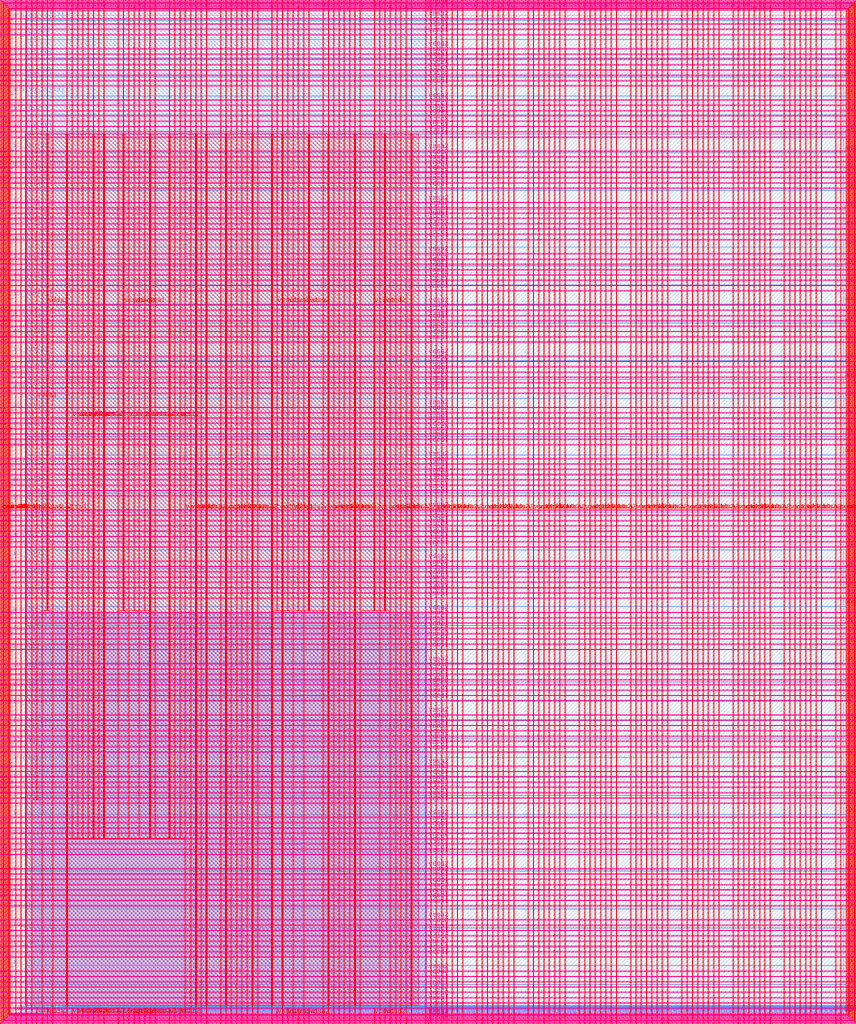
<source format=lef>
VERSION 5.7 ;
  NOWIREEXTENSIONATPIN ON ;
  DIVIDERCHAR "/" ;
  BUSBITCHARS "[]" ;
MACRO user_project_wrapper
  CLASS BLOCK ;
  FOREIGN user_project_wrapper ;
  ORIGIN 0.000 0.000 ;
  SIZE 2920.000 BY 3520.000 ;
  PIN analog_io[0]
    DIRECTION INOUT ;
    USE SIGNAL ;
    PORT
      LAYER met3 ;
        RECT 2917.600 1426.380 2924.800 1427.580 ;
    END
  END analog_io[0]
  PIN analog_io[10]
    DIRECTION INOUT ;
    USE SIGNAL ;
    PORT
      LAYER met2 ;
        RECT 2230.490 3517.600 2231.050 3524.800 ;
    END
  END analog_io[10]
  PIN analog_io[11]
    DIRECTION INOUT ;
    USE SIGNAL ;
    PORT
      LAYER met2 ;
        RECT 1905.730 3517.600 1906.290 3524.800 ;
    END
  END analog_io[11]
  PIN analog_io[12]
    DIRECTION INOUT ;
    USE SIGNAL ;
    PORT
      LAYER met2 ;
        RECT 1581.430 3517.600 1581.990 3524.800 ;
    END
  END analog_io[12]
  PIN analog_io[13]
    DIRECTION INOUT ;
    USE SIGNAL ;
    PORT
      LAYER met2 ;
        RECT 1257.130 3517.600 1257.690 3524.800 ;
    END
  END analog_io[13]
  PIN analog_io[14]
    DIRECTION INOUT ;
    USE SIGNAL ;
    PORT
      LAYER met2 ;
        RECT 932.370 3517.600 932.930 3524.800 ;
    END
  END analog_io[14]
  PIN analog_io[15]
    DIRECTION INOUT ;
    USE SIGNAL ;
    PORT
      LAYER met2 ;
        RECT 608.070 3517.600 608.630 3524.800 ;
    END
  END analog_io[15]
  PIN analog_io[16]
    DIRECTION INOUT ;
    USE SIGNAL ;
    PORT
      LAYER met2 ;
        RECT 283.770 3517.600 284.330 3524.800 ;
    END
  END analog_io[16]
  PIN analog_io[17]
    DIRECTION INOUT ;
    USE SIGNAL ;
    PORT
      LAYER met3 ;
        RECT -4.800 3486.100 2.400 3487.300 ;
    END
  END analog_io[17]
  PIN analog_io[18]
    DIRECTION INOUT ;
    USE SIGNAL ;
    PORT
      LAYER met3 ;
        RECT -4.800 3224.980 2.400 3226.180 ;
    END
  END analog_io[18]
  PIN analog_io[19]
    DIRECTION INOUT ;
    USE SIGNAL ;
    PORT
      LAYER met3 ;
        RECT -4.800 2964.540 2.400 2965.740 ;
    END
  END analog_io[19]
  PIN analog_io[1]
    DIRECTION INOUT ;
    USE SIGNAL ;
    PORT
      LAYER met3 ;
        RECT 2917.600 1692.260 2924.800 1693.460 ;
    END
  END analog_io[1]
  PIN analog_io[20]
    DIRECTION INOUT ;
    USE SIGNAL ;
    PORT
      LAYER met3 ;
        RECT -4.800 2703.420 2.400 2704.620 ;
    END
  END analog_io[20]
  PIN analog_io[21]
    DIRECTION INOUT ;
    USE SIGNAL ;
    PORT
      LAYER met3 ;
        RECT -4.800 2442.980 2.400 2444.180 ;
    END
  END analog_io[21]
  PIN analog_io[22]
    DIRECTION INOUT ;
    USE SIGNAL ;
    PORT
      LAYER met3 ;
        RECT -4.800 2182.540 2.400 2183.740 ;
    END
  END analog_io[22]
  PIN analog_io[23]
    DIRECTION INOUT ;
    USE SIGNAL ;
    PORT
      LAYER met3 ;
        RECT -4.800 1921.420 2.400 1922.620 ;
    END
  END analog_io[23]
  PIN analog_io[24]
    DIRECTION INOUT ;
    USE SIGNAL ;
    PORT
      LAYER met3 ;
        RECT -4.800 1660.980 2.400 1662.180 ;
    END
  END analog_io[24]
  PIN analog_io[25]
    DIRECTION INOUT ;
    USE SIGNAL ;
    PORT
      LAYER met3 ;
        RECT -4.800 1399.860 2.400 1401.060 ;
    END
  END analog_io[25]
  PIN analog_io[26]
    DIRECTION INOUT ;
    USE SIGNAL ;
    PORT
      LAYER met3 ;
        RECT -4.800 1139.420 2.400 1140.620 ;
    END
  END analog_io[26]
  PIN analog_io[27]
    DIRECTION INOUT ;
    USE SIGNAL ;
    PORT
      LAYER met3 ;
        RECT -4.800 878.980 2.400 880.180 ;
    END
  END analog_io[27]
  PIN analog_io[28]
    DIRECTION INOUT ;
    USE SIGNAL ;
    PORT
      LAYER met3 ;
        RECT -4.800 617.860 2.400 619.060 ;
    END
  END analog_io[28]
  PIN analog_io[2]
    DIRECTION INOUT ;
    USE SIGNAL ;
    PORT
      LAYER met3 ;
        RECT 2917.600 1958.140 2924.800 1959.340 ;
    END
  END analog_io[2]
  PIN analog_io[3]
    DIRECTION INOUT ;
    USE SIGNAL ;
    PORT
      LAYER met3 ;
        RECT 2917.600 2223.340 2924.800 2224.540 ;
    END
  END analog_io[3]
  PIN analog_io[4]
    DIRECTION INOUT ;
    USE SIGNAL ;
    PORT
      LAYER met3 ;
        RECT 2917.600 2489.220 2924.800 2490.420 ;
    END
  END analog_io[4]
  PIN analog_io[5]
    DIRECTION INOUT ;
    USE SIGNAL ;
    PORT
      LAYER met3 ;
        RECT 2917.600 2755.100 2924.800 2756.300 ;
    END
  END analog_io[5]
  PIN analog_io[6]
    DIRECTION INOUT ;
    USE SIGNAL ;
    PORT
      LAYER met3 ;
        RECT 2917.600 3020.300 2924.800 3021.500 ;
    END
  END analog_io[6]
  PIN analog_io[7]
    DIRECTION INOUT ;
    USE SIGNAL ;
    PORT
      LAYER met3 ;
        RECT 2917.600 3286.180 2924.800 3287.380 ;
    END
  END analog_io[7]
  PIN analog_io[8]
    DIRECTION INOUT ;
    USE SIGNAL ;
    PORT
      LAYER met2 ;
        RECT 2879.090 3517.600 2879.650 3524.800 ;
    END
  END analog_io[8]
  PIN analog_io[9]
    DIRECTION INOUT ;
    USE SIGNAL ;
    PORT
      LAYER met2 ;
        RECT 2554.790 3517.600 2555.350 3524.800 ;
    END
  END analog_io[9]
  PIN io_in[0]
    DIRECTION INPUT ;
    USE SIGNAL ;
    PORT
      LAYER met3 ;
        RECT 2917.600 32.380 2924.800 33.580 ;
    END
  END io_in[0]
  PIN io_in[10]
    DIRECTION INPUT ;
    USE SIGNAL ;
    PORT
      LAYER met3 ;
        RECT 2917.600 2289.980 2924.800 2291.180 ;
    END
  END io_in[10]
  PIN io_in[11]
    DIRECTION INPUT ;
    USE SIGNAL ;
    PORT
      LAYER met3 ;
        RECT 2917.600 2555.860 2924.800 2557.060 ;
    END
  END io_in[11]
  PIN io_in[12]
    DIRECTION INPUT ;
    USE SIGNAL ;
    PORT
      LAYER met3 ;
        RECT 2917.600 2821.060 2924.800 2822.260 ;
    END
  END io_in[12]
  PIN io_in[13]
    DIRECTION INPUT ;
    USE SIGNAL ;
    PORT
      LAYER met3 ;
        RECT 2917.600 3086.940 2924.800 3088.140 ;
    END
  END io_in[13]
  PIN io_in[14]
    DIRECTION INPUT ;
    USE SIGNAL ;
    PORT
      LAYER met3 ;
        RECT 2917.600 3352.820 2924.800 3354.020 ;
    END
  END io_in[14]
  PIN io_in[15]
    DIRECTION INPUT ;
    USE SIGNAL ;
    PORT
      LAYER met2 ;
        RECT 2798.130 3517.600 2798.690 3524.800 ;
    END
  END io_in[15]
  PIN io_in[16]
    DIRECTION INPUT ;
    USE SIGNAL ;
    PORT
      LAYER met2 ;
        RECT 2473.830 3517.600 2474.390 3524.800 ;
    END
  END io_in[16]
  PIN io_in[17]
    DIRECTION INPUT ;
    USE SIGNAL ;
    PORT
      LAYER met2 ;
        RECT 2149.070 3517.600 2149.630 3524.800 ;
    END
  END io_in[17]
  PIN io_in[18]
    DIRECTION INPUT ;
    USE SIGNAL ;
    PORT
      LAYER met2 ;
        RECT 1824.770 3517.600 1825.330 3524.800 ;
    END
  END io_in[18]
  PIN io_in[19]
    DIRECTION INPUT ;
    USE SIGNAL ;
    PORT
      LAYER met2 ;
        RECT 1500.470 3517.600 1501.030 3524.800 ;
    END
  END io_in[19]
  PIN io_in[1]
    DIRECTION INPUT ;
    USE SIGNAL ;
    PORT
      LAYER met3 ;
        RECT 2917.600 230.940 2924.800 232.140 ;
    END
  END io_in[1]
  PIN io_in[20]
    DIRECTION INPUT ;
    USE SIGNAL ;
    PORT
      LAYER met2 ;
        RECT 1175.710 3517.600 1176.270 3524.800 ;
    END
  END io_in[20]
  PIN io_in[21]
    DIRECTION INPUT ;
    USE SIGNAL ;
    PORT
      LAYER met2 ;
        RECT 851.410 3517.600 851.970 3524.800 ;
    END
  END io_in[21]
  PIN io_in[22]
    DIRECTION INPUT ;
    USE SIGNAL ;
    PORT
      LAYER met2 ;
        RECT 527.110 3517.600 527.670 3524.800 ;
    END
  END io_in[22]
  PIN io_in[23]
    DIRECTION INPUT ;
    USE SIGNAL ;
    PORT
      LAYER met2 ;
        RECT 202.350 3517.600 202.910 3524.800 ;
    END
  END io_in[23]
  PIN io_in[24]
    DIRECTION INPUT ;
    USE SIGNAL ;
    PORT
      LAYER met3 ;
        RECT -4.800 3420.820 2.400 3422.020 ;
    END
  END io_in[24]
  PIN io_in[25]
    DIRECTION INPUT ;
    USE SIGNAL ;
    PORT
      LAYER met3 ;
        RECT -4.800 3159.700 2.400 3160.900 ;
    END
  END io_in[25]
  PIN io_in[26]
    DIRECTION INPUT ;
    USE SIGNAL ;
    PORT
      LAYER met3 ;
        RECT -4.800 2899.260 2.400 2900.460 ;
    END
  END io_in[26]
  PIN io_in[27]
    DIRECTION INPUT ;
    USE SIGNAL ;
    PORT
      LAYER met3 ;
        RECT -4.800 2638.820 2.400 2640.020 ;
    END
  END io_in[27]
  PIN io_in[28]
    DIRECTION INPUT ;
    USE SIGNAL ;
    PORT
      LAYER met3 ;
        RECT -4.800 2377.700 2.400 2378.900 ;
    END
  END io_in[28]
  PIN io_in[29]
    DIRECTION INPUT ;
    USE SIGNAL ;
    PORT
      LAYER met3 ;
        RECT -4.800 2117.260 2.400 2118.460 ;
    END
  END io_in[29]
  PIN io_in[2]
    DIRECTION INPUT ;
    USE SIGNAL ;
    PORT
      LAYER met3 ;
        RECT 2917.600 430.180 2924.800 431.380 ;
    END
  END io_in[2]
  PIN io_in[30]
    DIRECTION INPUT ;
    USE SIGNAL ;
    PORT
      LAYER met3 ;
        RECT -4.800 1856.140 2.400 1857.340 ;
    END
  END io_in[30]
  PIN io_in[31]
    DIRECTION INPUT ;
    USE SIGNAL ;
    PORT
      LAYER met3 ;
        RECT -4.800 1595.700 2.400 1596.900 ;
    END
  END io_in[31]
  PIN io_in[32]
    DIRECTION INPUT ;
    USE SIGNAL ;
    PORT
      LAYER met3 ;
        RECT -4.800 1335.260 2.400 1336.460 ;
    END
  END io_in[32]
  PIN io_in[33]
    DIRECTION INPUT ;
    USE SIGNAL ;
    PORT
      LAYER met3 ;
        RECT -4.800 1074.140 2.400 1075.340 ;
    END
  END io_in[33]
  PIN io_in[34]
    DIRECTION INPUT ;
    USE SIGNAL ;
    PORT
      LAYER met3 ;
        RECT -4.800 813.700 2.400 814.900 ;
    END
  END io_in[34]
  PIN io_in[35]
    DIRECTION INPUT ;
    USE SIGNAL ;
    PORT
      LAYER met3 ;
        RECT -4.800 552.580 2.400 553.780 ;
    END
  END io_in[35]
  PIN io_in[36]
    DIRECTION INPUT ;
    USE SIGNAL ;
    PORT
      LAYER met3 ;
        RECT -4.800 357.420 2.400 358.620 ;
    END
  END io_in[36]
  PIN io_in[37]
    DIRECTION INPUT ;
    USE SIGNAL ;
    PORT
      LAYER met3 ;
        RECT -4.800 161.580 2.400 162.780 ;
    END
  END io_in[37]
  PIN io_in[3]
    DIRECTION INPUT ;
    USE SIGNAL ;
    PORT
      LAYER met3 ;
        RECT 2917.600 629.420 2924.800 630.620 ;
    END
  END io_in[3]
  PIN io_in[4]
    DIRECTION INPUT ;
    USE SIGNAL ;
    PORT
      LAYER met3 ;
        RECT 2917.600 828.660 2924.800 829.860 ;
    END
  END io_in[4]
  PIN io_in[5]
    DIRECTION INPUT ;
    USE SIGNAL ;
    PORT
      LAYER met3 ;
        RECT 2917.600 1027.900 2924.800 1029.100 ;
    END
  END io_in[5]
  PIN io_in[6]
    DIRECTION INPUT ;
    USE SIGNAL ;
    PORT
      LAYER met3 ;
        RECT 2917.600 1227.140 2924.800 1228.340 ;
    END
  END io_in[6]
  PIN io_in[7]
    DIRECTION INPUT ;
    USE SIGNAL ;
    PORT
      LAYER met3 ;
        RECT 2917.600 1493.020 2924.800 1494.220 ;
    END
  END io_in[7]
  PIN io_in[8]
    DIRECTION INPUT ;
    USE SIGNAL ;
    PORT
      LAYER met3 ;
        RECT 2917.600 1758.900 2924.800 1760.100 ;
    END
  END io_in[8]
  PIN io_in[9]
    DIRECTION INPUT ;
    USE SIGNAL ;
    PORT
      LAYER met3 ;
        RECT 2917.600 2024.100 2924.800 2025.300 ;
    END
  END io_in[9]
  PIN io_oeb[0]
    DIRECTION OUTPUT TRISTATE ;
    USE SIGNAL ;
    PORT
      LAYER met3 ;
        RECT 2917.600 164.980 2924.800 166.180 ;
    END
  END io_oeb[0]
  PIN io_oeb[10]
    DIRECTION OUTPUT TRISTATE ;
    USE SIGNAL ;
    PORT
      LAYER met3 ;
        RECT 2917.600 2422.580 2924.800 2423.780 ;
    END
  END io_oeb[10]
  PIN io_oeb[11]
    DIRECTION OUTPUT TRISTATE ;
    USE SIGNAL ;
    PORT
      LAYER met3 ;
        RECT 2917.600 2688.460 2924.800 2689.660 ;
    END
  END io_oeb[11]
  PIN io_oeb[12]
    DIRECTION OUTPUT TRISTATE ;
    USE SIGNAL ;
    PORT
      LAYER met3 ;
        RECT 2917.600 2954.340 2924.800 2955.540 ;
    END
  END io_oeb[12]
  PIN io_oeb[13]
    DIRECTION OUTPUT TRISTATE ;
    USE SIGNAL ;
    PORT
      LAYER met3 ;
        RECT 2917.600 3219.540 2924.800 3220.740 ;
    END
  END io_oeb[13]
  PIN io_oeb[14]
    DIRECTION OUTPUT TRISTATE ;
    USE SIGNAL ;
    PORT
      LAYER met3 ;
        RECT 2917.600 3485.420 2924.800 3486.620 ;
    END
  END io_oeb[14]
  PIN io_oeb[15]
    DIRECTION OUTPUT TRISTATE ;
    USE SIGNAL ;
    PORT
      LAYER met2 ;
        RECT 2635.750 3517.600 2636.310 3524.800 ;
    END
  END io_oeb[15]
  PIN io_oeb[16]
    DIRECTION OUTPUT TRISTATE ;
    USE SIGNAL ;
    PORT
      LAYER met2 ;
        RECT 2311.450 3517.600 2312.010 3524.800 ;
    END
  END io_oeb[16]
  PIN io_oeb[17]
    DIRECTION OUTPUT TRISTATE ;
    USE SIGNAL ;
    PORT
      LAYER met2 ;
        RECT 1987.150 3517.600 1987.710 3524.800 ;
    END
  END io_oeb[17]
  PIN io_oeb[18]
    DIRECTION OUTPUT TRISTATE ;
    USE SIGNAL ;
    PORT
      LAYER met2 ;
        RECT 1662.390 3517.600 1662.950 3524.800 ;
    END
  END io_oeb[18]
  PIN io_oeb[19]
    DIRECTION OUTPUT TRISTATE ;
    USE SIGNAL ;
    PORT
      LAYER met2 ;
        RECT 1338.090 3517.600 1338.650 3524.800 ;
    END
  END io_oeb[19]
  PIN io_oeb[1]
    DIRECTION OUTPUT TRISTATE ;
    USE SIGNAL ;
    PORT
      LAYER met3 ;
        RECT 2917.600 364.220 2924.800 365.420 ;
    END
  END io_oeb[1]
  PIN io_oeb[20]
    DIRECTION OUTPUT TRISTATE ;
    USE SIGNAL ;
    PORT
      LAYER met2 ;
        RECT 1013.790 3517.600 1014.350 3524.800 ;
    END
  END io_oeb[20]
  PIN io_oeb[21]
    DIRECTION OUTPUT TRISTATE ;
    USE SIGNAL ;
    PORT
      LAYER met2 ;
        RECT 689.030 3517.600 689.590 3524.800 ;
    END
  END io_oeb[21]
  PIN io_oeb[22]
    DIRECTION OUTPUT TRISTATE ;
    USE SIGNAL ;
    PORT
      LAYER met2 ;
        RECT 364.730 3517.600 365.290 3524.800 ;
    END
  END io_oeb[22]
  PIN io_oeb[23]
    DIRECTION OUTPUT TRISTATE ;
    USE SIGNAL ;
    PORT
      LAYER met2 ;
        RECT 40.430 3517.600 40.990 3524.800 ;
    END
  END io_oeb[23]
  PIN io_oeb[24]
    DIRECTION OUTPUT TRISTATE ;
    USE SIGNAL ;
    PORT
      LAYER met3 ;
        RECT -4.800 3290.260 2.400 3291.460 ;
    END
  END io_oeb[24]
  PIN io_oeb[25]
    DIRECTION OUTPUT TRISTATE ;
    USE SIGNAL ;
    PORT
      LAYER met3 ;
        RECT -4.800 3029.820 2.400 3031.020 ;
    END
  END io_oeb[25]
  PIN io_oeb[26]
    DIRECTION OUTPUT TRISTATE ;
    USE SIGNAL ;
    PORT
      LAYER met3 ;
        RECT -4.800 2768.700 2.400 2769.900 ;
    END
  END io_oeb[26]
  PIN io_oeb[27]
    DIRECTION OUTPUT TRISTATE ;
    USE SIGNAL ;
    PORT
      LAYER met3 ;
        RECT -4.800 2508.260 2.400 2509.460 ;
    END
  END io_oeb[27]
  PIN io_oeb[28]
    DIRECTION OUTPUT TRISTATE ;
    USE SIGNAL ;
    PORT
      LAYER met3 ;
        RECT -4.800 2247.140 2.400 2248.340 ;
    END
  END io_oeb[28]
  PIN io_oeb[29]
    DIRECTION OUTPUT TRISTATE ;
    USE SIGNAL ;
    PORT
      LAYER met3 ;
        RECT -4.800 1986.700 2.400 1987.900 ;
    END
  END io_oeb[29]
  PIN io_oeb[2]
    DIRECTION OUTPUT TRISTATE ;
    USE SIGNAL ;
    PORT
      LAYER met3 ;
        RECT 2917.600 563.460 2924.800 564.660 ;
    END
  END io_oeb[2]
  PIN io_oeb[30]
    DIRECTION OUTPUT TRISTATE ;
    USE SIGNAL ;
    PORT
      LAYER met3 ;
        RECT -4.800 1726.260 2.400 1727.460 ;
    END
  END io_oeb[30]
  PIN io_oeb[31]
    DIRECTION OUTPUT TRISTATE ;
    USE SIGNAL ;
    PORT
      LAYER met3 ;
        RECT -4.800 1465.140 2.400 1466.340 ;
    END
  END io_oeb[31]
  PIN io_oeb[32]
    DIRECTION OUTPUT TRISTATE ;
    USE SIGNAL ;
    PORT
      LAYER met3 ;
        RECT -4.800 1204.700 2.400 1205.900 ;
    END
  END io_oeb[32]
  PIN io_oeb[33]
    DIRECTION OUTPUT TRISTATE ;
    USE SIGNAL ;
    PORT
      LAYER met3 ;
        RECT -4.800 943.580 2.400 944.780 ;
    END
  END io_oeb[33]
  PIN io_oeb[34]
    DIRECTION OUTPUT TRISTATE ;
    USE SIGNAL ;
    PORT
      LAYER met3 ;
        RECT -4.800 683.140 2.400 684.340 ;
    END
  END io_oeb[34]
  PIN io_oeb[35]
    DIRECTION OUTPUT TRISTATE ;
    USE SIGNAL ;
    PORT
      LAYER met3 ;
        RECT -4.800 422.700 2.400 423.900 ;
    END
  END io_oeb[35]
  PIN io_oeb[36]
    DIRECTION OUTPUT TRISTATE ;
    USE SIGNAL ;
    PORT
      LAYER met3 ;
        RECT -4.800 226.860 2.400 228.060 ;
    END
  END io_oeb[36]
  PIN io_oeb[37]
    DIRECTION OUTPUT TRISTATE ;
    USE SIGNAL ;
    PORT
      LAYER met3 ;
        RECT -4.800 31.700 2.400 32.900 ;
    END
  END io_oeb[37]
  PIN io_oeb[3]
    DIRECTION OUTPUT TRISTATE ;
    USE SIGNAL ;
    PORT
      LAYER met3 ;
        RECT 2917.600 762.700 2924.800 763.900 ;
    END
  END io_oeb[3]
  PIN io_oeb[4]
    DIRECTION OUTPUT TRISTATE ;
    USE SIGNAL ;
    PORT
      LAYER met3 ;
        RECT 2917.600 961.940 2924.800 963.140 ;
    END
  END io_oeb[4]
  PIN io_oeb[5]
    DIRECTION OUTPUT TRISTATE ;
    USE SIGNAL ;
    PORT
      LAYER met3 ;
        RECT 2917.600 1161.180 2924.800 1162.380 ;
    END
  END io_oeb[5]
  PIN io_oeb[6]
    DIRECTION OUTPUT TRISTATE ;
    USE SIGNAL ;
    PORT
      LAYER met3 ;
        RECT 2917.600 1360.420 2924.800 1361.620 ;
    END
  END io_oeb[6]
  PIN io_oeb[7]
    DIRECTION OUTPUT TRISTATE ;
    USE SIGNAL ;
    PORT
      LAYER met3 ;
        RECT 2917.600 1625.620 2924.800 1626.820 ;
    END
  END io_oeb[7]
  PIN io_oeb[8]
    DIRECTION OUTPUT TRISTATE ;
    USE SIGNAL ;
    PORT
      LAYER met3 ;
        RECT 2917.600 1891.500 2924.800 1892.700 ;
    END
  END io_oeb[8]
  PIN io_oeb[9]
    DIRECTION OUTPUT TRISTATE ;
    USE SIGNAL ;
    PORT
      LAYER met3 ;
        RECT 2917.600 2157.380 2924.800 2158.580 ;
    END
  END io_oeb[9]
  PIN io_out[0]
    DIRECTION OUTPUT TRISTATE ;
    USE SIGNAL ;
    PORT
      LAYER met3 ;
        RECT 2917.600 98.340 2924.800 99.540 ;
    END
  END io_out[0]
  PIN io_out[10]
    DIRECTION OUTPUT TRISTATE ;
    USE SIGNAL ;
    PORT
      LAYER met3 ;
        RECT 2917.600 2356.620 2924.800 2357.820 ;
    END
  END io_out[10]
  PIN io_out[11]
    DIRECTION OUTPUT TRISTATE ;
    USE SIGNAL ;
    PORT
      LAYER met3 ;
        RECT 2917.600 2621.820 2924.800 2623.020 ;
    END
  END io_out[11]
  PIN io_out[12]
    DIRECTION OUTPUT TRISTATE ;
    USE SIGNAL ;
    PORT
      LAYER met3 ;
        RECT 2917.600 2887.700 2924.800 2888.900 ;
    END
  END io_out[12]
  PIN io_out[13]
    DIRECTION OUTPUT TRISTATE ;
    USE SIGNAL ;
    PORT
      LAYER met3 ;
        RECT 2917.600 3153.580 2924.800 3154.780 ;
    END
  END io_out[13]
  PIN io_out[14]
    DIRECTION OUTPUT TRISTATE ;
    USE SIGNAL ;
    PORT
      LAYER met3 ;
        RECT 2917.600 3418.780 2924.800 3419.980 ;
    END
  END io_out[14]
  PIN io_out[15]
    DIRECTION OUTPUT TRISTATE ;
    USE SIGNAL ;
    PORT
      LAYER met2 ;
        RECT 2717.170 3517.600 2717.730 3524.800 ;
    END
  END io_out[15]
  PIN io_out[16]
    DIRECTION OUTPUT TRISTATE ;
    USE SIGNAL ;
    PORT
      LAYER met2 ;
        RECT 2392.410 3517.600 2392.970 3524.800 ;
    END
  END io_out[16]
  PIN io_out[17]
    DIRECTION OUTPUT TRISTATE ;
    USE SIGNAL ;
    PORT
      LAYER met2 ;
        RECT 2068.110 3517.600 2068.670 3524.800 ;
    END
  END io_out[17]
  PIN io_out[18]
    DIRECTION OUTPUT TRISTATE ;
    USE SIGNAL ;
    PORT
      LAYER met2 ;
        RECT 1743.810 3517.600 1744.370 3524.800 ;
    END
  END io_out[18]
  PIN io_out[19]
    DIRECTION OUTPUT TRISTATE ;
    USE SIGNAL ;
    PORT
      LAYER met2 ;
        RECT 1419.050 3517.600 1419.610 3524.800 ;
    END
  END io_out[19]
  PIN io_out[1]
    DIRECTION OUTPUT TRISTATE ;
    USE SIGNAL ;
    PORT
      LAYER met3 ;
        RECT 2917.600 297.580 2924.800 298.780 ;
    END
  END io_out[1]
  PIN io_out[20]
    DIRECTION OUTPUT TRISTATE ;
    USE SIGNAL ;
    PORT
      LAYER met2 ;
        RECT 1094.750 3517.600 1095.310 3524.800 ;
    END
  END io_out[20]
  PIN io_out[21]
    DIRECTION OUTPUT TRISTATE ;
    USE SIGNAL ;
    PORT
      LAYER met2 ;
        RECT 770.450 3517.600 771.010 3524.800 ;
    END
  END io_out[21]
  PIN io_out[22]
    DIRECTION OUTPUT TRISTATE ;
    USE SIGNAL ;
    PORT
      LAYER met2 ;
        RECT 445.690 3517.600 446.250 3524.800 ;
    END
  END io_out[22]
  PIN io_out[23]
    DIRECTION OUTPUT TRISTATE ;
    USE SIGNAL ;
    PORT
      LAYER met2 ;
        RECT 121.390 3517.600 121.950 3524.800 ;
    END
  END io_out[23]
  PIN io_out[24]
    DIRECTION OUTPUT TRISTATE ;
    USE SIGNAL ;
    PORT
      LAYER met3 ;
        RECT -4.800 3355.540 2.400 3356.740 ;
    END
  END io_out[24]
  PIN io_out[25]
    DIRECTION OUTPUT TRISTATE ;
    USE SIGNAL ;
    PORT
      LAYER met3 ;
        RECT -4.800 3095.100 2.400 3096.300 ;
    END
  END io_out[25]
  PIN io_out[26]
    DIRECTION OUTPUT TRISTATE ;
    USE SIGNAL ;
    PORT
      LAYER met3 ;
        RECT -4.800 2833.980 2.400 2835.180 ;
    END
  END io_out[26]
  PIN io_out[27]
    DIRECTION OUTPUT TRISTATE ;
    USE SIGNAL ;
    PORT
      LAYER met3 ;
        RECT -4.800 2573.540 2.400 2574.740 ;
    END
  END io_out[27]
  PIN io_out[28]
    DIRECTION OUTPUT TRISTATE ;
    USE SIGNAL ;
    PORT
      LAYER met3 ;
        RECT -4.800 2312.420 2.400 2313.620 ;
    END
  END io_out[28]
  PIN io_out[29]
    DIRECTION OUTPUT TRISTATE ;
    USE SIGNAL ;
    PORT
      LAYER met3 ;
        RECT -4.800 2051.980 2.400 2053.180 ;
    END
  END io_out[29]
  PIN io_out[2]
    DIRECTION OUTPUT TRISTATE ;
    USE SIGNAL ;
    PORT
      LAYER met3 ;
        RECT 2917.600 496.820 2924.800 498.020 ;
    END
  END io_out[2]
  PIN io_out[30]
    DIRECTION OUTPUT TRISTATE ;
    USE SIGNAL ;
    PORT
      LAYER met3 ;
        RECT -4.800 1791.540 2.400 1792.740 ;
    END
  END io_out[30]
  PIN io_out[31]
    DIRECTION OUTPUT TRISTATE ;
    USE SIGNAL ;
    PORT
      LAYER met3 ;
        RECT -4.800 1530.420 2.400 1531.620 ;
    END
  END io_out[31]
  PIN io_out[32]
    DIRECTION OUTPUT TRISTATE ;
    USE SIGNAL ;
    PORT
      LAYER met3 ;
        RECT -4.800 1269.980 2.400 1271.180 ;
    END
  END io_out[32]
  PIN io_out[33]
    DIRECTION OUTPUT TRISTATE ;
    USE SIGNAL ;
    PORT
      LAYER met3 ;
        RECT -4.800 1008.860 2.400 1010.060 ;
    END
  END io_out[33]
  PIN io_out[34]
    DIRECTION OUTPUT TRISTATE ;
    USE SIGNAL ;
    PORT
      LAYER met3 ;
        RECT -4.800 748.420 2.400 749.620 ;
    END
  END io_out[34]
  PIN io_out[35]
    DIRECTION OUTPUT TRISTATE ;
    USE SIGNAL ;
    PORT
      LAYER met3 ;
        RECT -4.800 487.300 2.400 488.500 ;
    END
  END io_out[35]
  PIN io_out[36]
    DIRECTION OUTPUT TRISTATE ;
    USE SIGNAL ;
    PORT
      LAYER met3 ;
        RECT -4.800 292.140 2.400 293.340 ;
    END
  END io_out[36]
  PIN io_out[37]
    DIRECTION OUTPUT TRISTATE ;
    USE SIGNAL ;
    PORT
      LAYER met3 ;
        RECT -4.800 96.300 2.400 97.500 ;
    END
  END io_out[37]
  PIN io_out[3]
    DIRECTION OUTPUT TRISTATE ;
    USE SIGNAL ;
    PORT
      LAYER met3 ;
        RECT 2917.600 696.060 2924.800 697.260 ;
    END
  END io_out[3]
  PIN io_out[4]
    DIRECTION OUTPUT TRISTATE ;
    USE SIGNAL ;
    PORT
      LAYER met3 ;
        RECT 2917.600 895.300 2924.800 896.500 ;
    END
  END io_out[4]
  PIN io_out[5]
    DIRECTION OUTPUT TRISTATE ;
    USE SIGNAL ;
    PORT
      LAYER met3 ;
        RECT 2917.600 1094.540 2924.800 1095.740 ;
    END
  END io_out[5]
  PIN io_out[6]
    DIRECTION OUTPUT TRISTATE ;
    USE SIGNAL ;
    PORT
      LAYER met3 ;
        RECT 2917.600 1293.780 2924.800 1294.980 ;
    END
  END io_out[6]
  PIN io_out[7]
    DIRECTION OUTPUT TRISTATE ;
    USE SIGNAL ;
    PORT
      LAYER met3 ;
        RECT 2917.600 1559.660 2924.800 1560.860 ;
    END
  END io_out[7]
  PIN io_out[8]
    DIRECTION OUTPUT TRISTATE ;
    USE SIGNAL ;
    PORT
      LAYER met3 ;
        RECT 2917.600 1824.860 2924.800 1826.060 ;
    END
  END io_out[8]
  PIN io_out[9]
    DIRECTION OUTPUT TRISTATE ;
    USE SIGNAL ;
    PORT
      LAYER met3 ;
        RECT 2917.600 2090.740 2924.800 2091.940 ;
    END
  END io_out[9]
  PIN la_data_in[0]
    DIRECTION INPUT ;
    USE SIGNAL ;
    PORT
      LAYER met2 ;
        RECT 629.230 -4.800 629.790 2.400 ;
    END
  END la_data_in[0]
  PIN la_data_in[100]
    DIRECTION INPUT ;
    USE SIGNAL ;
    PORT
      LAYER met2 ;
        RECT 2402.530 -4.800 2403.090 2.400 ;
    END
  END la_data_in[100]
  PIN la_data_in[101]
    DIRECTION INPUT ;
    USE SIGNAL ;
    PORT
      LAYER met2 ;
        RECT 2420.010 -4.800 2420.570 2.400 ;
    END
  END la_data_in[101]
  PIN la_data_in[102]
    DIRECTION INPUT ;
    USE SIGNAL ;
    PORT
      LAYER met2 ;
        RECT 2437.950 -4.800 2438.510 2.400 ;
    END
  END la_data_in[102]
  PIN la_data_in[103]
    DIRECTION INPUT ;
    USE SIGNAL ;
    PORT
      LAYER met2 ;
        RECT 2455.430 -4.800 2455.990 2.400 ;
    END
  END la_data_in[103]
  PIN la_data_in[104]
    DIRECTION INPUT ;
    USE SIGNAL ;
    PORT
      LAYER met2 ;
        RECT 2473.370 -4.800 2473.930 2.400 ;
    END
  END la_data_in[104]
  PIN la_data_in[105]
    DIRECTION INPUT ;
    USE SIGNAL ;
    PORT
      LAYER met2 ;
        RECT 2490.850 -4.800 2491.410 2.400 ;
    END
  END la_data_in[105]
  PIN la_data_in[106]
    DIRECTION INPUT ;
    USE SIGNAL ;
    PORT
      LAYER met2 ;
        RECT 2508.790 -4.800 2509.350 2.400 ;
    END
  END la_data_in[106]
  PIN la_data_in[107]
    DIRECTION INPUT ;
    USE SIGNAL ;
    PORT
      LAYER met2 ;
        RECT 2526.730 -4.800 2527.290 2.400 ;
    END
  END la_data_in[107]
  PIN la_data_in[108]
    DIRECTION INPUT ;
    USE SIGNAL ;
    PORT
      LAYER met2 ;
        RECT 2544.210 -4.800 2544.770 2.400 ;
    END
  END la_data_in[108]
  PIN la_data_in[109]
    DIRECTION INPUT ;
    USE SIGNAL ;
    PORT
      LAYER met2 ;
        RECT 2562.150 -4.800 2562.710 2.400 ;
    END
  END la_data_in[109]
  PIN la_data_in[10]
    DIRECTION INPUT ;
    USE SIGNAL ;
    PORT
      LAYER met2 ;
        RECT 806.330 -4.800 806.890 2.400 ;
    END
  END la_data_in[10]
  PIN la_data_in[110]
    DIRECTION INPUT ;
    USE SIGNAL ;
    PORT
      LAYER met2 ;
        RECT 2579.630 -4.800 2580.190 2.400 ;
    END
  END la_data_in[110]
  PIN la_data_in[111]
    DIRECTION INPUT ;
    USE SIGNAL ;
    PORT
      LAYER met2 ;
        RECT 2597.570 -4.800 2598.130 2.400 ;
    END
  END la_data_in[111]
  PIN la_data_in[112]
    DIRECTION INPUT ;
    USE SIGNAL ;
    PORT
      LAYER met2 ;
        RECT 2615.050 -4.800 2615.610 2.400 ;
    END
  END la_data_in[112]
  PIN la_data_in[113]
    DIRECTION INPUT ;
    USE SIGNAL ;
    PORT
      LAYER met2 ;
        RECT 2632.990 -4.800 2633.550 2.400 ;
    END
  END la_data_in[113]
  PIN la_data_in[114]
    DIRECTION INPUT ;
    USE SIGNAL ;
    PORT
      LAYER met2 ;
        RECT 2650.470 -4.800 2651.030 2.400 ;
    END
  END la_data_in[114]
  PIN la_data_in[115]
    DIRECTION INPUT ;
    USE SIGNAL ;
    PORT
      LAYER met2 ;
        RECT 2668.410 -4.800 2668.970 2.400 ;
    END
  END la_data_in[115]
  PIN la_data_in[116]
    DIRECTION INPUT ;
    USE SIGNAL ;
    PORT
      LAYER met2 ;
        RECT 2685.890 -4.800 2686.450 2.400 ;
    END
  END la_data_in[116]
  PIN la_data_in[117]
    DIRECTION INPUT ;
    USE SIGNAL ;
    PORT
      LAYER met2 ;
        RECT 2703.830 -4.800 2704.390 2.400 ;
    END
  END la_data_in[117]
  PIN la_data_in[118]
    DIRECTION INPUT ;
    USE SIGNAL ;
    PORT
      LAYER met2 ;
        RECT 2721.770 -4.800 2722.330 2.400 ;
    END
  END la_data_in[118]
  PIN la_data_in[119]
    DIRECTION INPUT ;
    USE SIGNAL ;
    PORT
      LAYER met2 ;
        RECT 2739.250 -4.800 2739.810 2.400 ;
    END
  END la_data_in[119]
  PIN la_data_in[11]
    DIRECTION INPUT ;
    USE SIGNAL ;
    PORT
      LAYER met2 ;
        RECT 824.270 -4.800 824.830 2.400 ;
    END
  END la_data_in[11]
  PIN la_data_in[120]
    DIRECTION INPUT ;
    USE SIGNAL ;
    PORT
      LAYER met2 ;
        RECT 2757.190 -4.800 2757.750 2.400 ;
    END
  END la_data_in[120]
  PIN la_data_in[121]
    DIRECTION INPUT ;
    USE SIGNAL ;
    PORT
      LAYER met2 ;
        RECT 2774.670 -4.800 2775.230 2.400 ;
    END
  END la_data_in[121]
  PIN la_data_in[122]
    DIRECTION INPUT ;
    USE SIGNAL ;
    PORT
      LAYER met2 ;
        RECT 2792.610 -4.800 2793.170 2.400 ;
    END
  END la_data_in[122]
  PIN la_data_in[123]
    DIRECTION INPUT ;
    USE SIGNAL ;
    PORT
      LAYER met2 ;
        RECT 2810.090 -4.800 2810.650 2.400 ;
    END
  END la_data_in[123]
  PIN la_data_in[124]
    DIRECTION INPUT ;
    USE SIGNAL ;
    PORT
      LAYER met2 ;
        RECT 2828.030 -4.800 2828.590 2.400 ;
    END
  END la_data_in[124]
  PIN la_data_in[125]
    DIRECTION INPUT ;
    USE SIGNAL ;
    PORT
      LAYER met2 ;
        RECT 2845.510 -4.800 2846.070 2.400 ;
    END
  END la_data_in[125]
  PIN la_data_in[126]
    DIRECTION INPUT ;
    USE SIGNAL ;
    PORT
      LAYER met2 ;
        RECT 2863.450 -4.800 2864.010 2.400 ;
    END
  END la_data_in[126]
  PIN la_data_in[127]
    DIRECTION INPUT ;
    USE SIGNAL ;
    PORT
      LAYER met2 ;
        RECT 2881.390 -4.800 2881.950 2.400 ;
    END
  END la_data_in[127]
  PIN la_data_in[12]
    DIRECTION INPUT ;
    USE SIGNAL ;
    PORT
      LAYER met2 ;
        RECT 841.750 -4.800 842.310 2.400 ;
    END
  END la_data_in[12]
  PIN la_data_in[13]
    DIRECTION INPUT ;
    USE SIGNAL ;
    PORT
      LAYER met2 ;
        RECT 859.690 -4.800 860.250 2.400 ;
    END
  END la_data_in[13]
  PIN la_data_in[14]
    DIRECTION INPUT ;
    USE SIGNAL ;
    PORT
      LAYER met2 ;
        RECT 877.170 -4.800 877.730 2.400 ;
    END
  END la_data_in[14]
  PIN la_data_in[15]
    DIRECTION INPUT ;
    USE SIGNAL ;
    PORT
      LAYER met2 ;
        RECT 895.110 -4.800 895.670 2.400 ;
    END
  END la_data_in[15]
  PIN la_data_in[16]
    DIRECTION INPUT ;
    USE SIGNAL ;
    PORT
      LAYER met2 ;
        RECT 912.590 -4.800 913.150 2.400 ;
    END
  END la_data_in[16]
  PIN la_data_in[17]
    DIRECTION INPUT ;
    USE SIGNAL ;
    PORT
      LAYER met2 ;
        RECT 930.530 -4.800 931.090 2.400 ;
    END
  END la_data_in[17]
  PIN la_data_in[18]
    DIRECTION INPUT ;
    USE SIGNAL ;
    PORT
      LAYER met2 ;
        RECT 948.470 -4.800 949.030 2.400 ;
    END
  END la_data_in[18]
  PIN la_data_in[19]
    DIRECTION INPUT ;
    USE SIGNAL ;
    PORT
      LAYER met2 ;
        RECT 965.950 -4.800 966.510 2.400 ;
    END
  END la_data_in[19]
  PIN la_data_in[1]
    DIRECTION INPUT ;
    USE SIGNAL ;
    PORT
      LAYER met2 ;
        RECT 646.710 -4.800 647.270 2.400 ;
    END
  END la_data_in[1]
  PIN la_data_in[20]
    DIRECTION INPUT ;
    USE SIGNAL ;
    PORT
      LAYER met2 ;
        RECT 983.890 -4.800 984.450 2.400 ;
    END
  END la_data_in[20]
  PIN la_data_in[21]
    DIRECTION INPUT ;
    USE SIGNAL ;
    PORT
      LAYER met2 ;
        RECT 1001.370 -4.800 1001.930 2.400 ;
    END
  END la_data_in[21]
  PIN la_data_in[22]
    DIRECTION INPUT ;
    USE SIGNAL ;
    PORT
      LAYER met2 ;
        RECT 1019.310 -4.800 1019.870 2.400 ;
    END
  END la_data_in[22]
  PIN la_data_in[23]
    DIRECTION INPUT ;
    USE SIGNAL ;
    PORT
      LAYER met2 ;
        RECT 1036.790 -4.800 1037.350 2.400 ;
    END
  END la_data_in[23]
  PIN la_data_in[24]
    DIRECTION INPUT ;
    USE SIGNAL ;
    PORT
      LAYER met2 ;
        RECT 1054.730 -4.800 1055.290 2.400 ;
    END
  END la_data_in[24]
  PIN la_data_in[25]
    DIRECTION INPUT ;
    USE SIGNAL ;
    PORT
      LAYER met2 ;
        RECT 1072.210 -4.800 1072.770 2.400 ;
    END
  END la_data_in[25]
  PIN la_data_in[26]
    DIRECTION INPUT ;
    USE SIGNAL ;
    PORT
      LAYER met2 ;
        RECT 1090.150 -4.800 1090.710 2.400 ;
    END
  END la_data_in[26]
  PIN la_data_in[27]
    DIRECTION INPUT ;
    USE SIGNAL ;
    PORT
      LAYER met2 ;
        RECT 1107.630 -4.800 1108.190 2.400 ;
    END
  END la_data_in[27]
  PIN la_data_in[28]
    DIRECTION INPUT ;
    USE SIGNAL ;
    PORT
      LAYER met2 ;
        RECT 1125.570 -4.800 1126.130 2.400 ;
    END
  END la_data_in[28]
  PIN la_data_in[29]
    DIRECTION INPUT ;
    USE SIGNAL ;
    PORT
      LAYER met2 ;
        RECT 1143.510 -4.800 1144.070 2.400 ;
    END
  END la_data_in[29]
  PIN la_data_in[2]
    DIRECTION INPUT ;
    USE SIGNAL ;
    PORT
      LAYER met2 ;
        RECT 664.650 -4.800 665.210 2.400 ;
    END
  END la_data_in[2]
  PIN la_data_in[30]
    DIRECTION INPUT ;
    USE SIGNAL ;
    PORT
      LAYER met2 ;
        RECT 1160.990 -4.800 1161.550 2.400 ;
    END
  END la_data_in[30]
  PIN la_data_in[31]
    DIRECTION INPUT ;
    USE SIGNAL ;
    PORT
      LAYER met2 ;
        RECT 1178.930 -4.800 1179.490 2.400 ;
    END
  END la_data_in[31]
  PIN la_data_in[32]
    DIRECTION INPUT ;
    USE SIGNAL ;
    PORT
      LAYER met2 ;
        RECT 1196.410 -4.800 1196.970 2.400 ;
    END
  END la_data_in[32]
  PIN la_data_in[33]
    DIRECTION INPUT ;
    USE SIGNAL ;
    PORT
      LAYER met2 ;
        RECT 1214.350 -4.800 1214.910 2.400 ;
    END
  END la_data_in[33]
  PIN la_data_in[34]
    DIRECTION INPUT ;
    USE SIGNAL ;
    PORT
      LAYER met2 ;
        RECT 1231.830 -4.800 1232.390 2.400 ;
    END
  END la_data_in[34]
  PIN la_data_in[35]
    DIRECTION INPUT ;
    USE SIGNAL ;
    PORT
      LAYER met2 ;
        RECT 1249.770 -4.800 1250.330 2.400 ;
    END
  END la_data_in[35]
  PIN la_data_in[36]
    DIRECTION INPUT ;
    USE SIGNAL ;
    PORT
      LAYER met2 ;
        RECT 1267.250 -4.800 1267.810 2.400 ;
    END
  END la_data_in[36]
  PIN la_data_in[37]
    DIRECTION INPUT ;
    USE SIGNAL ;
    PORT
      LAYER met2 ;
        RECT 1285.190 -4.800 1285.750 2.400 ;
    END
  END la_data_in[37]
  PIN la_data_in[38]
    DIRECTION INPUT ;
    USE SIGNAL ;
    PORT
      LAYER met2 ;
        RECT 1303.130 -4.800 1303.690 2.400 ;
    END
  END la_data_in[38]
  PIN la_data_in[39]
    DIRECTION INPUT ;
    USE SIGNAL ;
    PORT
      LAYER met2 ;
        RECT 1320.610 -4.800 1321.170 2.400 ;
    END
  END la_data_in[39]
  PIN la_data_in[3]
    DIRECTION INPUT ;
    USE SIGNAL ;
    PORT
      LAYER met2 ;
        RECT 682.130 -4.800 682.690 2.400 ;
    END
  END la_data_in[3]
  PIN la_data_in[40]
    DIRECTION INPUT ;
    USE SIGNAL ;
    PORT
      LAYER met2 ;
        RECT 1338.550 -4.800 1339.110 2.400 ;
    END
  END la_data_in[40]
  PIN la_data_in[41]
    DIRECTION INPUT ;
    USE SIGNAL ;
    PORT
      LAYER met2 ;
        RECT 1356.030 -4.800 1356.590 2.400 ;
    END
  END la_data_in[41]
  PIN la_data_in[42]
    DIRECTION INPUT ;
    USE SIGNAL ;
    PORT
      LAYER met2 ;
        RECT 1373.970 -4.800 1374.530 2.400 ;
    END
  END la_data_in[42]
  PIN la_data_in[43]
    DIRECTION INPUT ;
    USE SIGNAL ;
    PORT
      LAYER met2 ;
        RECT 1391.450 -4.800 1392.010 2.400 ;
    END
  END la_data_in[43]
  PIN la_data_in[44]
    DIRECTION INPUT ;
    USE SIGNAL ;
    PORT
      LAYER met2 ;
        RECT 1409.390 -4.800 1409.950 2.400 ;
    END
  END la_data_in[44]
  PIN la_data_in[45]
    DIRECTION INPUT ;
    USE SIGNAL ;
    PORT
      LAYER met2 ;
        RECT 1426.870 -4.800 1427.430 2.400 ;
    END
  END la_data_in[45]
  PIN la_data_in[46]
    DIRECTION INPUT ;
    USE SIGNAL ;
    PORT
      LAYER met2 ;
        RECT 1444.810 -4.800 1445.370 2.400 ;
    END
  END la_data_in[46]
  PIN la_data_in[47]
    DIRECTION INPUT ;
    USE SIGNAL ;
    PORT
      LAYER met2 ;
        RECT 1462.750 -4.800 1463.310 2.400 ;
    END
  END la_data_in[47]
  PIN la_data_in[48]
    DIRECTION INPUT ;
    USE SIGNAL ;
    PORT
      LAYER met2 ;
        RECT 1480.230 -4.800 1480.790 2.400 ;
    END
  END la_data_in[48]
  PIN la_data_in[49]
    DIRECTION INPUT ;
    USE SIGNAL ;
    PORT
      LAYER met2 ;
        RECT 1498.170 -4.800 1498.730 2.400 ;
    END
  END la_data_in[49]
  PIN la_data_in[4]
    DIRECTION INPUT ;
    USE SIGNAL ;
    PORT
      LAYER met2 ;
        RECT 700.070 -4.800 700.630 2.400 ;
    END
  END la_data_in[4]
  PIN la_data_in[50]
    DIRECTION INPUT ;
    USE SIGNAL ;
    PORT
      LAYER met2 ;
        RECT 1515.650 -4.800 1516.210 2.400 ;
    END
  END la_data_in[50]
  PIN la_data_in[51]
    DIRECTION INPUT ;
    USE SIGNAL ;
    PORT
      LAYER met2 ;
        RECT 1533.590 -4.800 1534.150 2.400 ;
    END
  END la_data_in[51]
  PIN la_data_in[52]
    DIRECTION INPUT ;
    USE SIGNAL ;
    PORT
      LAYER met2 ;
        RECT 1551.070 -4.800 1551.630 2.400 ;
    END
  END la_data_in[52]
  PIN la_data_in[53]
    DIRECTION INPUT ;
    USE SIGNAL ;
    PORT
      LAYER met2 ;
        RECT 1569.010 -4.800 1569.570 2.400 ;
    END
  END la_data_in[53]
  PIN la_data_in[54]
    DIRECTION INPUT ;
    USE SIGNAL ;
    PORT
      LAYER met2 ;
        RECT 1586.490 -4.800 1587.050 2.400 ;
    END
  END la_data_in[54]
  PIN la_data_in[55]
    DIRECTION INPUT ;
    USE SIGNAL ;
    PORT
      LAYER met2 ;
        RECT 1604.430 -4.800 1604.990 2.400 ;
    END
  END la_data_in[55]
  PIN la_data_in[56]
    DIRECTION INPUT ;
    USE SIGNAL ;
    PORT
      LAYER met2 ;
        RECT 1621.910 -4.800 1622.470 2.400 ;
    END
  END la_data_in[56]
  PIN la_data_in[57]
    DIRECTION INPUT ;
    USE SIGNAL ;
    PORT
      LAYER met2 ;
        RECT 1639.850 -4.800 1640.410 2.400 ;
    END
  END la_data_in[57]
  PIN la_data_in[58]
    DIRECTION INPUT ;
    USE SIGNAL ;
    PORT
      LAYER met2 ;
        RECT 1657.790 -4.800 1658.350 2.400 ;
    END
  END la_data_in[58]
  PIN la_data_in[59]
    DIRECTION INPUT ;
    USE SIGNAL ;
    PORT
      LAYER met2 ;
        RECT 1675.270 -4.800 1675.830 2.400 ;
    END
  END la_data_in[59]
  PIN la_data_in[5]
    DIRECTION INPUT ;
    USE SIGNAL ;
    PORT
      LAYER met2 ;
        RECT 717.550 -4.800 718.110 2.400 ;
    END
  END la_data_in[5]
  PIN la_data_in[60]
    DIRECTION INPUT ;
    USE SIGNAL ;
    PORT
      LAYER met2 ;
        RECT 1693.210 -4.800 1693.770 2.400 ;
    END
  END la_data_in[60]
  PIN la_data_in[61]
    DIRECTION INPUT ;
    USE SIGNAL ;
    PORT
      LAYER met2 ;
        RECT 1710.690 -4.800 1711.250 2.400 ;
    END
  END la_data_in[61]
  PIN la_data_in[62]
    DIRECTION INPUT ;
    USE SIGNAL ;
    PORT
      LAYER met2 ;
        RECT 1728.630 -4.800 1729.190 2.400 ;
    END
  END la_data_in[62]
  PIN la_data_in[63]
    DIRECTION INPUT ;
    USE SIGNAL ;
    PORT
      LAYER met2 ;
        RECT 1746.110 -4.800 1746.670 2.400 ;
    END
  END la_data_in[63]
  PIN la_data_in[64]
    DIRECTION INPUT ;
    USE SIGNAL ;
    PORT
      LAYER met2 ;
        RECT 1764.050 -4.800 1764.610 2.400 ;
    END
  END la_data_in[64]
  PIN la_data_in[65]
    DIRECTION INPUT ;
    USE SIGNAL ;
    PORT
      LAYER met2 ;
        RECT 1781.530 -4.800 1782.090 2.400 ;
    END
  END la_data_in[65]
  PIN la_data_in[66]
    DIRECTION INPUT ;
    USE SIGNAL ;
    PORT
      LAYER met2 ;
        RECT 1799.470 -4.800 1800.030 2.400 ;
    END
  END la_data_in[66]
  PIN la_data_in[67]
    DIRECTION INPUT ;
    USE SIGNAL ;
    PORT
      LAYER met2 ;
        RECT 1817.410 -4.800 1817.970 2.400 ;
    END
  END la_data_in[67]
  PIN la_data_in[68]
    DIRECTION INPUT ;
    USE SIGNAL ;
    PORT
      LAYER met2 ;
        RECT 1834.890 -4.800 1835.450 2.400 ;
    END
  END la_data_in[68]
  PIN la_data_in[69]
    DIRECTION INPUT ;
    USE SIGNAL ;
    PORT
      LAYER met2 ;
        RECT 1852.830 -4.800 1853.390 2.400 ;
    END
  END la_data_in[69]
  PIN la_data_in[6]
    DIRECTION INPUT ;
    USE SIGNAL ;
    PORT
      LAYER met2 ;
        RECT 735.490 -4.800 736.050 2.400 ;
    END
  END la_data_in[6]
  PIN la_data_in[70]
    DIRECTION INPUT ;
    USE SIGNAL ;
    PORT
      LAYER met2 ;
        RECT 1870.310 -4.800 1870.870 2.400 ;
    END
  END la_data_in[70]
  PIN la_data_in[71]
    DIRECTION INPUT ;
    USE SIGNAL ;
    PORT
      LAYER met2 ;
        RECT 1888.250 -4.800 1888.810 2.400 ;
    END
  END la_data_in[71]
  PIN la_data_in[72]
    DIRECTION INPUT ;
    USE SIGNAL ;
    PORT
      LAYER met2 ;
        RECT 1905.730 -4.800 1906.290 2.400 ;
    END
  END la_data_in[72]
  PIN la_data_in[73]
    DIRECTION INPUT ;
    USE SIGNAL ;
    PORT
      LAYER met2 ;
        RECT 1923.670 -4.800 1924.230 2.400 ;
    END
  END la_data_in[73]
  PIN la_data_in[74]
    DIRECTION INPUT ;
    USE SIGNAL ;
    PORT
      LAYER met2 ;
        RECT 1941.150 -4.800 1941.710 2.400 ;
    END
  END la_data_in[74]
  PIN la_data_in[75]
    DIRECTION INPUT ;
    USE SIGNAL ;
    PORT
      LAYER met2 ;
        RECT 1959.090 -4.800 1959.650 2.400 ;
    END
  END la_data_in[75]
  PIN la_data_in[76]
    DIRECTION INPUT ;
    USE SIGNAL ;
    PORT
      LAYER met2 ;
        RECT 1976.570 -4.800 1977.130 2.400 ;
    END
  END la_data_in[76]
  PIN la_data_in[77]
    DIRECTION INPUT ;
    USE SIGNAL ;
    PORT
      LAYER met2 ;
        RECT 1994.510 -4.800 1995.070 2.400 ;
    END
  END la_data_in[77]
  PIN la_data_in[78]
    DIRECTION INPUT ;
    USE SIGNAL ;
    PORT
      LAYER met2 ;
        RECT 2012.450 -4.800 2013.010 2.400 ;
    END
  END la_data_in[78]
  PIN la_data_in[79]
    DIRECTION INPUT ;
    USE SIGNAL ;
    PORT
      LAYER met2 ;
        RECT 2029.930 -4.800 2030.490 2.400 ;
    END
  END la_data_in[79]
  PIN la_data_in[7]
    DIRECTION INPUT ;
    USE SIGNAL ;
    PORT
      LAYER met2 ;
        RECT 752.970 -4.800 753.530 2.400 ;
    END
  END la_data_in[7]
  PIN la_data_in[80]
    DIRECTION INPUT ;
    USE SIGNAL ;
    PORT
      LAYER met2 ;
        RECT 2047.870 -4.800 2048.430 2.400 ;
    END
  END la_data_in[80]
  PIN la_data_in[81]
    DIRECTION INPUT ;
    USE SIGNAL ;
    PORT
      LAYER met2 ;
        RECT 2065.350 -4.800 2065.910 2.400 ;
    END
  END la_data_in[81]
  PIN la_data_in[82]
    DIRECTION INPUT ;
    USE SIGNAL ;
    PORT
      LAYER met2 ;
        RECT 2083.290 -4.800 2083.850 2.400 ;
    END
  END la_data_in[82]
  PIN la_data_in[83]
    DIRECTION INPUT ;
    USE SIGNAL ;
    PORT
      LAYER met2 ;
        RECT 2100.770 -4.800 2101.330 2.400 ;
    END
  END la_data_in[83]
  PIN la_data_in[84]
    DIRECTION INPUT ;
    USE SIGNAL ;
    PORT
      LAYER met2 ;
        RECT 2118.710 -4.800 2119.270 2.400 ;
    END
  END la_data_in[84]
  PIN la_data_in[85]
    DIRECTION INPUT ;
    USE SIGNAL ;
    PORT
      LAYER met2 ;
        RECT 2136.190 -4.800 2136.750 2.400 ;
    END
  END la_data_in[85]
  PIN la_data_in[86]
    DIRECTION INPUT ;
    USE SIGNAL ;
    PORT
      LAYER met2 ;
        RECT 2154.130 -4.800 2154.690 2.400 ;
    END
  END la_data_in[86]
  PIN la_data_in[87]
    DIRECTION INPUT ;
    USE SIGNAL ;
    PORT
      LAYER met2 ;
        RECT 2172.070 -4.800 2172.630 2.400 ;
    END
  END la_data_in[87]
  PIN la_data_in[88]
    DIRECTION INPUT ;
    USE SIGNAL ;
    PORT
      LAYER met2 ;
        RECT 2189.550 -4.800 2190.110 2.400 ;
    END
  END la_data_in[88]
  PIN la_data_in[89]
    DIRECTION INPUT ;
    USE SIGNAL ;
    PORT
      LAYER met2 ;
        RECT 2207.490 -4.800 2208.050 2.400 ;
    END
  END la_data_in[89]
  PIN la_data_in[8]
    DIRECTION INPUT ;
    USE SIGNAL ;
    PORT
      LAYER met2 ;
        RECT 770.910 -4.800 771.470 2.400 ;
    END
  END la_data_in[8]
  PIN la_data_in[90]
    DIRECTION INPUT ;
    USE SIGNAL ;
    PORT
      LAYER met2 ;
        RECT 2224.970 -4.800 2225.530 2.400 ;
    END
  END la_data_in[90]
  PIN la_data_in[91]
    DIRECTION INPUT ;
    USE SIGNAL ;
    PORT
      LAYER met2 ;
        RECT 2242.910 -4.800 2243.470 2.400 ;
    END
  END la_data_in[91]
  PIN la_data_in[92]
    DIRECTION INPUT ;
    USE SIGNAL ;
    PORT
      LAYER met2 ;
        RECT 2260.390 -4.800 2260.950 2.400 ;
    END
  END la_data_in[92]
  PIN la_data_in[93]
    DIRECTION INPUT ;
    USE SIGNAL ;
    PORT
      LAYER met2 ;
        RECT 2278.330 -4.800 2278.890 2.400 ;
    END
  END la_data_in[93]
  PIN la_data_in[94]
    DIRECTION INPUT ;
    USE SIGNAL ;
    PORT
      LAYER met2 ;
        RECT 2295.810 -4.800 2296.370 2.400 ;
    END
  END la_data_in[94]
  PIN la_data_in[95]
    DIRECTION INPUT ;
    USE SIGNAL ;
    PORT
      LAYER met2 ;
        RECT 2313.750 -4.800 2314.310 2.400 ;
    END
  END la_data_in[95]
  PIN la_data_in[96]
    DIRECTION INPUT ;
    USE SIGNAL ;
    PORT
      LAYER met2 ;
        RECT 2331.230 -4.800 2331.790 2.400 ;
    END
  END la_data_in[96]
  PIN la_data_in[97]
    DIRECTION INPUT ;
    USE SIGNAL ;
    PORT
      LAYER met2 ;
        RECT 2349.170 -4.800 2349.730 2.400 ;
    END
  END la_data_in[97]
  PIN la_data_in[98]
    DIRECTION INPUT ;
    USE SIGNAL ;
    PORT
      LAYER met2 ;
        RECT 2367.110 -4.800 2367.670 2.400 ;
    END
  END la_data_in[98]
  PIN la_data_in[99]
    DIRECTION INPUT ;
    USE SIGNAL ;
    PORT
      LAYER met2 ;
        RECT 2384.590 -4.800 2385.150 2.400 ;
    END
  END la_data_in[99]
  PIN la_data_in[9]
    DIRECTION INPUT ;
    USE SIGNAL ;
    PORT
      LAYER met2 ;
        RECT 788.850 -4.800 789.410 2.400 ;
    END
  END la_data_in[9]
  PIN la_data_out[0]
    DIRECTION OUTPUT TRISTATE ;
    USE SIGNAL ;
    PORT
      LAYER met2 ;
        RECT 634.750 -4.800 635.310 2.400 ;
    END
  END la_data_out[0]
  PIN la_data_out[100]
    DIRECTION OUTPUT TRISTATE ;
    USE SIGNAL ;
    PORT
      LAYER met2 ;
        RECT 2408.510 -4.800 2409.070 2.400 ;
    END
  END la_data_out[100]
  PIN la_data_out[101]
    DIRECTION OUTPUT TRISTATE ;
    USE SIGNAL ;
    PORT
      LAYER met2 ;
        RECT 2425.990 -4.800 2426.550 2.400 ;
    END
  END la_data_out[101]
  PIN la_data_out[102]
    DIRECTION OUTPUT TRISTATE ;
    USE SIGNAL ;
    PORT
      LAYER met2 ;
        RECT 2443.930 -4.800 2444.490 2.400 ;
    END
  END la_data_out[102]
  PIN la_data_out[103]
    DIRECTION OUTPUT TRISTATE ;
    USE SIGNAL ;
    PORT
      LAYER met2 ;
        RECT 2461.410 -4.800 2461.970 2.400 ;
    END
  END la_data_out[103]
  PIN la_data_out[104]
    DIRECTION OUTPUT TRISTATE ;
    USE SIGNAL ;
    PORT
      LAYER met2 ;
        RECT 2479.350 -4.800 2479.910 2.400 ;
    END
  END la_data_out[104]
  PIN la_data_out[105]
    DIRECTION OUTPUT TRISTATE ;
    USE SIGNAL ;
    PORT
      LAYER met2 ;
        RECT 2496.830 -4.800 2497.390 2.400 ;
    END
  END la_data_out[105]
  PIN la_data_out[106]
    DIRECTION OUTPUT TRISTATE ;
    USE SIGNAL ;
    PORT
      LAYER met2 ;
        RECT 2514.770 -4.800 2515.330 2.400 ;
    END
  END la_data_out[106]
  PIN la_data_out[107]
    DIRECTION OUTPUT TRISTATE ;
    USE SIGNAL ;
    PORT
      LAYER met2 ;
        RECT 2532.250 -4.800 2532.810 2.400 ;
    END
  END la_data_out[107]
  PIN la_data_out[108]
    DIRECTION OUTPUT TRISTATE ;
    USE SIGNAL ;
    PORT
      LAYER met2 ;
        RECT 2550.190 -4.800 2550.750 2.400 ;
    END
  END la_data_out[108]
  PIN la_data_out[109]
    DIRECTION OUTPUT TRISTATE ;
    USE SIGNAL ;
    PORT
      LAYER met2 ;
        RECT 2567.670 -4.800 2568.230 2.400 ;
    END
  END la_data_out[109]
  PIN la_data_out[10]
    DIRECTION OUTPUT TRISTATE ;
    USE SIGNAL ;
    PORT
      LAYER met2 ;
        RECT 812.310 -4.800 812.870 2.400 ;
    END
  END la_data_out[10]
  PIN la_data_out[110]
    DIRECTION OUTPUT TRISTATE ;
    USE SIGNAL ;
    PORT
      LAYER met2 ;
        RECT 2585.610 -4.800 2586.170 2.400 ;
    END
  END la_data_out[110]
  PIN la_data_out[111]
    DIRECTION OUTPUT TRISTATE ;
    USE SIGNAL ;
    PORT
      LAYER met2 ;
        RECT 2603.550 -4.800 2604.110 2.400 ;
    END
  END la_data_out[111]
  PIN la_data_out[112]
    DIRECTION OUTPUT TRISTATE ;
    USE SIGNAL ;
    PORT
      LAYER met2 ;
        RECT 2621.030 -4.800 2621.590 2.400 ;
    END
  END la_data_out[112]
  PIN la_data_out[113]
    DIRECTION OUTPUT TRISTATE ;
    USE SIGNAL ;
    PORT
      LAYER met2 ;
        RECT 2638.970 -4.800 2639.530 2.400 ;
    END
  END la_data_out[113]
  PIN la_data_out[114]
    DIRECTION OUTPUT TRISTATE ;
    USE SIGNAL ;
    PORT
      LAYER met2 ;
        RECT 2656.450 -4.800 2657.010 2.400 ;
    END
  END la_data_out[114]
  PIN la_data_out[115]
    DIRECTION OUTPUT TRISTATE ;
    USE SIGNAL ;
    PORT
      LAYER met2 ;
        RECT 2674.390 -4.800 2674.950 2.400 ;
    END
  END la_data_out[115]
  PIN la_data_out[116]
    DIRECTION OUTPUT TRISTATE ;
    USE SIGNAL ;
    PORT
      LAYER met2 ;
        RECT 2691.870 -4.800 2692.430 2.400 ;
    END
  END la_data_out[116]
  PIN la_data_out[117]
    DIRECTION OUTPUT TRISTATE ;
    USE SIGNAL ;
    PORT
      LAYER met2 ;
        RECT 2709.810 -4.800 2710.370 2.400 ;
    END
  END la_data_out[117]
  PIN la_data_out[118]
    DIRECTION OUTPUT TRISTATE ;
    USE SIGNAL ;
    PORT
      LAYER met2 ;
        RECT 2727.290 -4.800 2727.850 2.400 ;
    END
  END la_data_out[118]
  PIN la_data_out[119]
    DIRECTION OUTPUT TRISTATE ;
    USE SIGNAL ;
    PORT
      LAYER met2 ;
        RECT 2745.230 -4.800 2745.790 2.400 ;
    END
  END la_data_out[119]
  PIN la_data_out[11]
    DIRECTION OUTPUT TRISTATE ;
    USE SIGNAL ;
    PORT
      LAYER met2 ;
        RECT 830.250 -4.800 830.810 2.400 ;
    END
  END la_data_out[11]
  PIN la_data_out[120]
    DIRECTION OUTPUT TRISTATE ;
    USE SIGNAL ;
    PORT
      LAYER met2 ;
        RECT 2763.170 -4.800 2763.730 2.400 ;
    END
  END la_data_out[120]
  PIN la_data_out[121]
    DIRECTION OUTPUT TRISTATE ;
    USE SIGNAL ;
    PORT
      LAYER met2 ;
        RECT 2780.650 -4.800 2781.210 2.400 ;
    END
  END la_data_out[121]
  PIN la_data_out[122]
    DIRECTION OUTPUT TRISTATE ;
    USE SIGNAL ;
    PORT
      LAYER met2 ;
        RECT 2798.590 -4.800 2799.150 2.400 ;
    END
  END la_data_out[122]
  PIN la_data_out[123]
    DIRECTION OUTPUT TRISTATE ;
    USE SIGNAL ;
    PORT
      LAYER met2 ;
        RECT 2816.070 -4.800 2816.630 2.400 ;
    END
  END la_data_out[123]
  PIN la_data_out[124]
    DIRECTION OUTPUT TRISTATE ;
    USE SIGNAL ;
    PORT
      LAYER met2 ;
        RECT 2834.010 -4.800 2834.570 2.400 ;
    END
  END la_data_out[124]
  PIN la_data_out[125]
    DIRECTION OUTPUT TRISTATE ;
    USE SIGNAL ;
    PORT
      LAYER met2 ;
        RECT 2851.490 -4.800 2852.050 2.400 ;
    END
  END la_data_out[125]
  PIN la_data_out[126]
    DIRECTION OUTPUT TRISTATE ;
    USE SIGNAL ;
    PORT
      LAYER met2 ;
        RECT 2869.430 -4.800 2869.990 2.400 ;
    END
  END la_data_out[126]
  PIN la_data_out[127]
    DIRECTION OUTPUT TRISTATE ;
    USE SIGNAL ;
    PORT
      LAYER met2 ;
        RECT 2886.910 -4.800 2887.470 2.400 ;
    END
  END la_data_out[127]
  PIN la_data_out[12]
    DIRECTION OUTPUT TRISTATE ;
    USE SIGNAL ;
    PORT
      LAYER met2 ;
        RECT 847.730 -4.800 848.290 2.400 ;
    END
  END la_data_out[12]
  PIN la_data_out[13]
    DIRECTION OUTPUT TRISTATE ;
    USE SIGNAL ;
    PORT
      LAYER met2 ;
        RECT 865.670 -4.800 866.230 2.400 ;
    END
  END la_data_out[13]
  PIN la_data_out[14]
    DIRECTION OUTPUT TRISTATE ;
    USE SIGNAL ;
    PORT
      LAYER met2 ;
        RECT 883.150 -4.800 883.710 2.400 ;
    END
  END la_data_out[14]
  PIN la_data_out[15]
    DIRECTION OUTPUT TRISTATE ;
    USE SIGNAL ;
    PORT
      LAYER met2 ;
        RECT 901.090 -4.800 901.650 2.400 ;
    END
  END la_data_out[15]
  PIN la_data_out[16]
    DIRECTION OUTPUT TRISTATE ;
    USE SIGNAL ;
    PORT
      LAYER met2 ;
        RECT 918.570 -4.800 919.130 2.400 ;
    END
  END la_data_out[16]
  PIN la_data_out[17]
    DIRECTION OUTPUT TRISTATE ;
    USE SIGNAL ;
    PORT
      LAYER met2 ;
        RECT 936.510 -4.800 937.070 2.400 ;
    END
  END la_data_out[17]
  PIN la_data_out[18]
    DIRECTION OUTPUT TRISTATE ;
    USE SIGNAL ;
    PORT
      LAYER met2 ;
        RECT 953.990 -4.800 954.550 2.400 ;
    END
  END la_data_out[18]
  PIN la_data_out[19]
    DIRECTION OUTPUT TRISTATE ;
    USE SIGNAL ;
    PORT
      LAYER met2 ;
        RECT 971.930 -4.800 972.490 2.400 ;
    END
  END la_data_out[19]
  PIN la_data_out[1]
    DIRECTION OUTPUT TRISTATE ;
    USE SIGNAL ;
    PORT
      LAYER met2 ;
        RECT 652.690 -4.800 653.250 2.400 ;
    END
  END la_data_out[1]
  PIN la_data_out[20]
    DIRECTION OUTPUT TRISTATE ;
    USE SIGNAL ;
    PORT
      LAYER met2 ;
        RECT 989.410 -4.800 989.970 2.400 ;
    END
  END la_data_out[20]
  PIN la_data_out[21]
    DIRECTION OUTPUT TRISTATE ;
    USE SIGNAL ;
    PORT
      LAYER met2 ;
        RECT 1007.350 -4.800 1007.910 2.400 ;
    END
  END la_data_out[21]
  PIN la_data_out[22]
    DIRECTION OUTPUT TRISTATE ;
    USE SIGNAL ;
    PORT
      LAYER met2 ;
        RECT 1025.290 -4.800 1025.850 2.400 ;
    END
  END la_data_out[22]
  PIN la_data_out[23]
    DIRECTION OUTPUT TRISTATE ;
    USE SIGNAL ;
    PORT
      LAYER met2 ;
        RECT 1042.770 -4.800 1043.330 2.400 ;
    END
  END la_data_out[23]
  PIN la_data_out[24]
    DIRECTION OUTPUT TRISTATE ;
    USE SIGNAL ;
    PORT
      LAYER met2 ;
        RECT 1060.710 -4.800 1061.270 2.400 ;
    END
  END la_data_out[24]
  PIN la_data_out[25]
    DIRECTION OUTPUT TRISTATE ;
    USE SIGNAL ;
    PORT
      LAYER met2 ;
        RECT 1078.190 -4.800 1078.750 2.400 ;
    END
  END la_data_out[25]
  PIN la_data_out[26]
    DIRECTION OUTPUT TRISTATE ;
    USE SIGNAL ;
    PORT
      LAYER met2 ;
        RECT 1096.130 -4.800 1096.690 2.400 ;
    END
  END la_data_out[26]
  PIN la_data_out[27]
    DIRECTION OUTPUT TRISTATE ;
    USE SIGNAL ;
    PORT
      LAYER met2 ;
        RECT 1113.610 -4.800 1114.170 2.400 ;
    END
  END la_data_out[27]
  PIN la_data_out[28]
    DIRECTION OUTPUT TRISTATE ;
    USE SIGNAL ;
    PORT
      LAYER met2 ;
        RECT 1131.550 -4.800 1132.110 2.400 ;
    END
  END la_data_out[28]
  PIN la_data_out[29]
    DIRECTION OUTPUT TRISTATE ;
    USE SIGNAL ;
    PORT
      LAYER met2 ;
        RECT 1149.030 -4.800 1149.590 2.400 ;
    END
  END la_data_out[29]
  PIN la_data_out[2]
    DIRECTION OUTPUT TRISTATE ;
    USE SIGNAL ;
    PORT
      LAYER met2 ;
        RECT 670.630 -4.800 671.190 2.400 ;
    END
  END la_data_out[2]
  PIN la_data_out[30]
    DIRECTION OUTPUT TRISTATE ;
    USE SIGNAL ;
    PORT
      LAYER met2 ;
        RECT 1166.970 -4.800 1167.530 2.400 ;
    END
  END la_data_out[30]
  PIN la_data_out[31]
    DIRECTION OUTPUT TRISTATE ;
    USE SIGNAL ;
    PORT
      LAYER met2 ;
        RECT 1184.910 -4.800 1185.470 2.400 ;
    END
  END la_data_out[31]
  PIN la_data_out[32]
    DIRECTION OUTPUT TRISTATE ;
    USE SIGNAL ;
    PORT
      LAYER met2 ;
        RECT 1202.390 -4.800 1202.950 2.400 ;
    END
  END la_data_out[32]
  PIN la_data_out[33]
    DIRECTION OUTPUT TRISTATE ;
    USE SIGNAL ;
    PORT
      LAYER met2 ;
        RECT 1220.330 -4.800 1220.890 2.400 ;
    END
  END la_data_out[33]
  PIN la_data_out[34]
    DIRECTION OUTPUT TRISTATE ;
    USE SIGNAL ;
    PORT
      LAYER met2 ;
        RECT 1237.810 -4.800 1238.370 2.400 ;
    END
  END la_data_out[34]
  PIN la_data_out[35]
    DIRECTION OUTPUT TRISTATE ;
    USE SIGNAL ;
    PORT
      LAYER met2 ;
        RECT 1255.750 -4.800 1256.310 2.400 ;
    END
  END la_data_out[35]
  PIN la_data_out[36]
    DIRECTION OUTPUT TRISTATE ;
    USE SIGNAL ;
    PORT
      LAYER met2 ;
        RECT 1273.230 -4.800 1273.790 2.400 ;
    END
  END la_data_out[36]
  PIN la_data_out[37]
    DIRECTION OUTPUT TRISTATE ;
    USE SIGNAL ;
    PORT
      LAYER met2 ;
        RECT 1291.170 -4.800 1291.730 2.400 ;
    END
  END la_data_out[37]
  PIN la_data_out[38]
    DIRECTION OUTPUT TRISTATE ;
    USE SIGNAL ;
    PORT
      LAYER met2 ;
        RECT 1308.650 -4.800 1309.210 2.400 ;
    END
  END la_data_out[38]
  PIN la_data_out[39]
    DIRECTION OUTPUT TRISTATE ;
    USE SIGNAL ;
    PORT
      LAYER met2 ;
        RECT 1326.590 -4.800 1327.150 2.400 ;
    END
  END la_data_out[39]
  PIN la_data_out[3]
    DIRECTION OUTPUT TRISTATE ;
    USE SIGNAL ;
    PORT
      LAYER met2 ;
        RECT 688.110 -4.800 688.670 2.400 ;
    END
  END la_data_out[3]
  PIN la_data_out[40]
    DIRECTION OUTPUT TRISTATE ;
    USE SIGNAL ;
    PORT
      LAYER met2 ;
        RECT 1344.070 -4.800 1344.630 2.400 ;
    END
  END la_data_out[40]
  PIN la_data_out[41]
    DIRECTION OUTPUT TRISTATE ;
    USE SIGNAL ;
    PORT
      LAYER met2 ;
        RECT 1362.010 -4.800 1362.570 2.400 ;
    END
  END la_data_out[41]
  PIN la_data_out[42]
    DIRECTION OUTPUT TRISTATE ;
    USE SIGNAL ;
    PORT
      LAYER met2 ;
        RECT 1379.950 -4.800 1380.510 2.400 ;
    END
  END la_data_out[42]
  PIN la_data_out[43]
    DIRECTION OUTPUT TRISTATE ;
    USE SIGNAL ;
    PORT
      LAYER met2 ;
        RECT 1397.430 -4.800 1397.990 2.400 ;
    END
  END la_data_out[43]
  PIN la_data_out[44]
    DIRECTION OUTPUT TRISTATE ;
    USE SIGNAL ;
    PORT
      LAYER met2 ;
        RECT 1415.370 -4.800 1415.930 2.400 ;
    END
  END la_data_out[44]
  PIN la_data_out[45]
    DIRECTION OUTPUT TRISTATE ;
    USE SIGNAL ;
    PORT
      LAYER met2 ;
        RECT 1432.850 -4.800 1433.410 2.400 ;
    END
  END la_data_out[45]
  PIN la_data_out[46]
    DIRECTION OUTPUT TRISTATE ;
    USE SIGNAL ;
    PORT
      LAYER met2 ;
        RECT 1450.790 -4.800 1451.350 2.400 ;
    END
  END la_data_out[46]
  PIN la_data_out[47]
    DIRECTION OUTPUT TRISTATE ;
    USE SIGNAL ;
    PORT
      LAYER met2 ;
        RECT 1468.270 -4.800 1468.830 2.400 ;
    END
  END la_data_out[47]
  PIN la_data_out[48]
    DIRECTION OUTPUT TRISTATE ;
    USE SIGNAL ;
    PORT
      LAYER met2 ;
        RECT 1486.210 -4.800 1486.770 2.400 ;
    END
  END la_data_out[48]
  PIN la_data_out[49]
    DIRECTION OUTPUT TRISTATE ;
    USE SIGNAL ;
    PORT
      LAYER met2 ;
        RECT 1503.690 -4.800 1504.250 2.400 ;
    END
  END la_data_out[49]
  PIN la_data_out[4]
    DIRECTION OUTPUT TRISTATE ;
    USE SIGNAL ;
    PORT
      LAYER met2 ;
        RECT 706.050 -4.800 706.610 2.400 ;
    END
  END la_data_out[4]
  PIN la_data_out[50]
    DIRECTION OUTPUT TRISTATE ;
    USE SIGNAL ;
    PORT
      LAYER met2 ;
        RECT 1521.630 -4.800 1522.190 2.400 ;
    END
  END la_data_out[50]
  PIN la_data_out[51]
    DIRECTION OUTPUT TRISTATE ;
    USE SIGNAL ;
    PORT
      LAYER met2 ;
        RECT 1539.570 -4.800 1540.130 2.400 ;
    END
  END la_data_out[51]
  PIN la_data_out[52]
    DIRECTION OUTPUT TRISTATE ;
    USE SIGNAL ;
    PORT
      LAYER met2 ;
        RECT 1557.050 -4.800 1557.610 2.400 ;
    END
  END la_data_out[52]
  PIN la_data_out[53]
    DIRECTION OUTPUT TRISTATE ;
    USE SIGNAL ;
    PORT
      LAYER met2 ;
        RECT 1574.990 -4.800 1575.550 2.400 ;
    END
  END la_data_out[53]
  PIN la_data_out[54]
    DIRECTION OUTPUT TRISTATE ;
    USE SIGNAL ;
    PORT
      LAYER met2 ;
        RECT 1592.470 -4.800 1593.030 2.400 ;
    END
  END la_data_out[54]
  PIN la_data_out[55]
    DIRECTION OUTPUT TRISTATE ;
    USE SIGNAL ;
    PORT
      LAYER met2 ;
        RECT 1610.410 -4.800 1610.970 2.400 ;
    END
  END la_data_out[55]
  PIN la_data_out[56]
    DIRECTION OUTPUT TRISTATE ;
    USE SIGNAL ;
    PORT
      LAYER met2 ;
        RECT 1627.890 -4.800 1628.450 2.400 ;
    END
  END la_data_out[56]
  PIN la_data_out[57]
    DIRECTION OUTPUT TRISTATE ;
    USE SIGNAL ;
    PORT
      LAYER met2 ;
        RECT 1645.830 -4.800 1646.390 2.400 ;
    END
  END la_data_out[57]
  PIN la_data_out[58]
    DIRECTION OUTPUT TRISTATE ;
    USE SIGNAL ;
    PORT
      LAYER met2 ;
        RECT 1663.310 -4.800 1663.870 2.400 ;
    END
  END la_data_out[58]
  PIN la_data_out[59]
    DIRECTION OUTPUT TRISTATE ;
    USE SIGNAL ;
    PORT
      LAYER met2 ;
        RECT 1681.250 -4.800 1681.810 2.400 ;
    END
  END la_data_out[59]
  PIN la_data_out[5]
    DIRECTION OUTPUT TRISTATE ;
    USE SIGNAL ;
    PORT
      LAYER met2 ;
        RECT 723.530 -4.800 724.090 2.400 ;
    END
  END la_data_out[5]
  PIN la_data_out[60]
    DIRECTION OUTPUT TRISTATE ;
    USE SIGNAL ;
    PORT
      LAYER met2 ;
        RECT 1699.190 -4.800 1699.750 2.400 ;
    END
  END la_data_out[60]
  PIN la_data_out[61]
    DIRECTION OUTPUT TRISTATE ;
    USE SIGNAL ;
    PORT
      LAYER met2 ;
        RECT 1716.670 -4.800 1717.230 2.400 ;
    END
  END la_data_out[61]
  PIN la_data_out[62]
    DIRECTION OUTPUT TRISTATE ;
    USE SIGNAL ;
    PORT
      LAYER met2 ;
        RECT 1734.610 -4.800 1735.170 2.400 ;
    END
  END la_data_out[62]
  PIN la_data_out[63]
    DIRECTION OUTPUT TRISTATE ;
    USE SIGNAL ;
    PORT
      LAYER met2 ;
        RECT 1752.090 -4.800 1752.650 2.400 ;
    END
  END la_data_out[63]
  PIN la_data_out[64]
    DIRECTION OUTPUT TRISTATE ;
    USE SIGNAL ;
    PORT
      LAYER met2 ;
        RECT 1770.030 -4.800 1770.590 2.400 ;
    END
  END la_data_out[64]
  PIN la_data_out[65]
    DIRECTION OUTPUT TRISTATE ;
    USE SIGNAL ;
    PORT
      LAYER met2 ;
        RECT 1787.510 -4.800 1788.070 2.400 ;
    END
  END la_data_out[65]
  PIN la_data_out[66]
    DIRECTION OUTPUT TRISTATE ;
    USE SIGNAL ;
    PORT
      LAYER met2 ;
        RECT 1805.450 -4.800 1806.010 2.400 ;
    END
  END la_data_out[66]
  PIN la_data_out[67]
    DIRECTION OUTPUT TRISTATE ;
    USE SIGNAL ;
    PORT
      LAYER met2 ;
        RECT 1822.930 -4.800 1823.490 2.400 ;
    END
  END la_data_out[67]
  PIN la_data_out[68]
    DIRECTION OUTPUT TRISTATE ;
    USE SIGNAL ;
    PORT
      LAYER met2 ;
        RECT 1840.870 -4.800 1841.430 2.400 ;
    END
  END la_data_out[68]
  PIN la_data_out[69]
    DIRECTION OUTPUT TRISTATE ;
    USE SIGNAL ;
    PORT
      LAYER met2 ;
        RECT 1858.350 -4.800 1858.910 2.400 ;
    END
  END la_data_out[69]
  PIN la_data_out[6]
    DIRECTION OUTPUT TRISTATE ;
    USE SIGNAL ;
    PORT
      LAYER met2 ;
        RECT 741.470 -4.800 742.030 2.400 ;
    END
  END la_data_out[6]
  PIN la_data_out[70]
    DIRECTION OUTPUT TRISTATE ;
    USE SIGNAL ;
    PORT
      LAYER met2 ;
        RECT 1876.290 -4.800 1876.850 2.400 ;
    END
  END la_data_out[70]
  PIN la_data_out[71]
    DIRECTION OUTPUT TRISTATE ;
    USE SIGNAL ;
    PORT
      LAYER met2 ;
        RECT 1894.230 -4.800 1894.790 2.400 ;
    END
  END la_data_out[71]
  PIN la_data_out[72]
    DIRECTION OUTPUT TRISTATE ;
    USE SIGNAL ;
    PORT
      LAYER met2 ;
        RECT 1911.710 -4.800 1912.270 2.400 ;
    END
  END la_data_out[72]
  PIN la_data_out[73]
    DIRECTION OUTPUT TRISTATE ;
    USE SIGNAL ;
    PORT
      LAYER met2 ;
        RECT 1929.650 -4.800 1930.210 2.400 ;
    END
  END la_data_out[73]
  PIN la_data_out[74]
    DIRECTION OUTPUT TRISTATE ;
    USE SIGNAL ;
    PORT
      LAYER met2 ;
        RECT 1947.130 -4.800 1947.690 2.400 ;
    END
  END la_data_out[74]
  PIN la_data_out[75]
    DIRECTION OUTPUT TRISTATE ;
    USE SIGNAL ;
    PORT
      LAYER met2 ;
        RECT 1965.070 -4.800 1965.630 2.400 ;
    END
  END la_data_out[75]
  PIN la_data_out[76]
    DIRECTION OUTPUT TRISTATE ;
    USE SIGNAL ;
    PORT
      LAYER met2 ;
        RECT 1982.550 -4.800 1983.110 2.400 ;
    END
  END la_data_out[76]
  PIN la_data_out[77]
    DIRECTION OUTPUT TRISTATE ;
    USE SIGNAL ;
    PORT
      LAYER met2 ;
        RECT 2000.490 -4.800 2001.050 2.400 ;
    END
  END la_data_out[77]
  PIN la_data_out[78]
    DIRECTION OUTPUT TRISTATE ;
    USE SIGNAL ;
    PORT
      LAYER met2 ;
        RECT 2017.970 -4.800 2018.530 2.400 ;
    END
  END la_data_out[78]
  PIN la_data_out[79]
    DIRECTION OUTPUT TRISTATE ;
    USE SIGNAL ;
    PORT
      LAYER met2 ;
        RECT 2035.910 -4.800 2036.470 2.400 ;
    END
  END la_data_out[79]
  PIN la_data_out[7]
    DIRECTION OUTPUT TRISTATE ;
    USE SIGNAL ;
    PORT
      LAYER met2 ;
        RECT 758.950 -4.800 759.510 2.400 ;
    END
  END la_data_out[7]
  PIN la_data_out[80]
    DIRECTION OUTPUT TRISTATE ;
    USE SIGNAL ;
    PORT
      LAYER met2 ;
        RECT 2053.850 -4.800 2054.410 2.400 ;
    END
  END la_data_out[80]
  PIN la_data_out[81]
    DIRECTION OUTPUT TRISTATE ;
    USE SIGNAL ;
    PORT
      LAYER met2 ;
        RECT 2071.330 -4.800 2071.890 2.400 ;
    END
  END la_data_out[81]
  PIN la_data_out[82]
    DIRECTION OUTPUT TRISTATE ;
    USE SIGNAL ;
    PORT
      LAYER met2 ;
        RECT 2089.270 -4.800 2089.830 2.400 ;
    END
  END la_data_out[82]
  PIN la_data_out[83]
    DIRECTION OUTPUT TRISTATE ;
    USE SIGNAL ;
    PORT
      LAYER met2 ;
        RECT 2106.750 -4.800 2107.310 2.400 ;
    END
  END la_data_out[83]
  PIN la_data_out[84]
    DIRECTION OUTPUT TRISTATE ;
    USE SIGNAL ;
    PORT
      LAYER met2 ;
        RECT 2124.690 -4.800 2125.250 2.400 ;
    END
  END la_data_out[84]
  PIN la_data_out[85]
    DIRECTION OUTPUT TRISTATE ;
    USE SIGNAL ;
    PORT
      LAYER met2 ;
        RECT 2142.170 -4.800 2142.730 2.400 ;
    END
  END la_data_out[85]
  PIN la_data_out[86]
    DIRECTION OUTPUT TRISTATE ;
    USE SIGNAL ;
    PORT
      LAYER met2 ;
        RECT 2160.110 -4.800 2160.670 2.400 ;
    END
  END la_data_out[86]
  PIN la_data_out[87]
    DIRECTION OUTPUT TRISTATE ;
    USE SIGNAL ;
    PORT
      LAYER met2 ;
        RECT 2177.590 -4.800 2178.150 2.400 ;
    END
  END la_data_out[87]
  PIN la_data_out[88]
    DIRECTION OUTPUT TRISTATE ;
    USE SIGNAL ;
    PORT
      LAYER met2 ;
        RECT 2195.530 -4.800 2196.090 2.400 ;
    END
  END la_data_out[88]
  PIN la_data_out[89]
    DIRECTION OUTPUT TRISTATE ;
    USE SIGNAL ;
    PORT
      LAYER met2 ;
        RECT 2213.010 -4.800 2213.570 2.400 ;
    END
  END la_data_out[89]
  PIN la_data_out[8]
    DIRECTION OUTPUT TRISTATE ;
    USE SIGNAL ;
    PORT
      LAYER met2 ;
        RECT 776.890 -4.800 777.450 2.400 ;
    END
  END la_data_out[8]
  PIN la_data_out[90]
    DIRECTION OUTPUT TRISTATE ;
    USE SIGNAL ;
    PORT
      LAYER met2 ;
        RECT 2230.950 -4.800 2231.510 2.400 ;
    END
  END la_data_out[90]
  PIN la_data_out[91]
    DIRECTION OUTPUT TRISTATE ;
    USE SIGNAL ;
    PORT
      LAYER met2 ;
        RECT 2248.890 -4.800 2249.450 2.400 ;
    END
  END la_data_out[91]
  PIN la_data_out[92]
    DIRECTION OUTPUT TRISTATE ;
    USE SIGNAL ;
    PORT
      LAYER met2 ;
        RECT 2266.370 -4.800 2266.930 2.400 ;
    END
  END la_data_out[92]
  PIN la_data_out[93]
    DIRECTION OUTPUT TRISTATE ;
    USE SIGNAL ;
    PORT
      LAYER met2 ;
        RECT 2284.310 -4.800 2284.870 2.400 ;
    END
  END la_data_out[93]
  PIN la_data_out[94]
    DIRECTION OUTPUT TRISTATE ;
    USE SIGNAL ;
    PORT
      LAYER met2 ;
        RECT 2301.790 -4.800 2302.350 2.400 ;
    END
  END la_data_out[94]
  PIN la_data_out[95]
    DIRECTION OUTPUT TRISTATE ;
    USE SIGNAL ;
    PORT
      LAYER met2 ;
        RECT 2319.730 -4.800 2320.290 2.400 ;
    END
  END la_data_out[95]
  PIN la_data_out[96]
    DIRECTION OUTPUT TRISTATE ;
    USE SIGNAL ;
    PORT
      LAYER met2 ;
        RECT 2337.210 -4.800 2337.770 2.400 ;
    END
  END la_data_out[96]
  PIN la_data_out[97]
    DIRECTION OUTPUT TRISTATE ;
    USE SIGNAL ;
    PORT
      LAYER met2 ;
        RECT 2355.150 -4.800 2355.710 2.400 ;
    END
  END la_data_out[97]
  PIN la_data_out[98]
    DIRECTION OUTPUT TRISTATE ;
    USE SIGNAL ;
    PORT
      LAYER met2 ;
        RECT 2372.630 -4.800 2373.190 2.400 ;
    END
  END la_data_out[98]
  PIN la_data_out[99]
    DIRECTION OUTPUT TRISTATE ;
    USE SIGNAL ;
    PORT
      LAYER met2 ;
        RECT 2390.570 -4.800 2391.130 2.400 ;
    END
  END la_data_out[99]
  PIN la_data_out[9]
    DIRECTION OUTPUT TRISTATE ;
    USE SIGNAL ;
    PORT
      LAYER met2 ;
        RECT 794.370 -4.800 794.930 2.400 ;
    END
  END la_data_out[9]
  PIN la_oenb[0]
    DIRECTION INPUT ;
    USE SIGNAL ;
    PORT
      LAYER met2 ;
        RECT 640.730 -4.800 641.290 2.400 ;
    END
  END la_oenb[0]
  PIN la_oenb[100]
    DIRECTION INPUT ;
    USE SIGNAL ;
    PORT
      LAYER met2 ;
        RECT 2414.030 -4.800 2414.590 2.400 ;
    END
  END la_oenb[100]
  PIN la_oenb[101]
    DIRECTION INPUT ;
    USE SIGNAL ;
    PORT
      LAYER met2 ;
        RECT 2431.970 -4.800 2432.530 2.400 ;
    END
  END la_oenb[101]
  PIN la_oenb[102]
    DIRECTION INPUT ;
    USE SIGNAL ;
    PORT
      LAYER met2 ;
        RECT 2449.450 -4.800 2450.010 2.400 ;
    END
  END la_oenb[102]
  PIN la_oenb[103]
    DIRECTION INPUT ;
    USE SIGNAL ;
    PORT
      LAYER met2 ;
        RECT 2467.390 -4.800 2467.950 2.400 ;
    END
  END la_oenb[103]
  PIN la_oenb[104]
    DIRECTION INPUT ;
    USE SIGNAL ;
    PORT
      LAYER met2 ;
        RECT 2485.330 -4.800 2485.890 2.400 ;
    END
  END la_oenb[104]
  PIN la_oenb[105]
    DIRECTION INPUT ;
    USE SIGNAL ;
    PORT
      LAYER met2 ;
        RECT 2502.810 -4.800 2503.370 2.400 ;
    END
  END la_oenb[105]
  PIN la_oenb[106]
    DIRECTION INPUT ;
    USE SIGNAL ;
    PORT
      LAYER met2 ;
        RECT 2520.750 -4.800 2521.310 2.400 ;
    END
  END la_oenb[106]
  PIN la_oenb[107]
    DIRECTION INPUT ;
    USE SIGNAL ;
    PORT
      LAYER met2 ;
        RECT 2538.230 -4.800 2538.790 2.400 ;
    END
  END la_oenb[107]
  PIN la_oenb[108]
    DIRECTION INPUT ;
    USE SIGNAL ;
    PORT
      LAYER met2 ;
        RECT 2556.170 -4.800 2556.730 2.400 ;
    END
  END la_oenb[108]
  PIN la_oenb[109]
    DIRECTION INPUT ;
    USE SIGNAL ;
    PORT
      LAYER met2 ;
        RECT 2573.650 -4.800 2574.210 2.400 ;
    END
  END la_oenb[109]
  PIN la_oenb[10]
    DIRECTION INPUT ;
    USE SIGNAL ;
    PORT
      LAYER met2 ;
        RECT 818.290 -4.800 818.850 2.400 ;
    END
  END la_oenb[10]
  PIN la_oenb[110]
    DIRECTION INPUT ;
    USE SIGNAL ;
    PORT
      LAYER met2 ;
        RECT 2591.590 -4.800 2592.150 2.400 ;
    END
  END la_oenb[110]
  PIN la_oenb[111]
    DIRECTION INPUT ;
    USE SIGNAL ;
    PORT
      LAYER met2 ;
        RECT 2609.070 -4.800 2609.630 2.400 ;
    END
  END la_oenb[111]
  PIN la_oenb[112]
    DIRECTION INPUT ;
    USE SIGNAL ;
    PORT
      LAYER met2 ;
        RECT 2627.010 -4.800 2627.570 2.400 ;
    END
  END la_oenb[112]
  PIN la_oenb[113]
    DIRECTION INPUT ;
    USE SIGNAL ;
    PORT
      LAYER met2 ;
        RECT 2644.950 -4.800 2645.510 2.400 ;
    END
  END la_oenb[113]
  PIN la_oenb[114]
    DIRECTION INPUT ;
    USE SIGNAL ;
    PORT
      LAYER met2 ;
        RECT 2662.430 -4.800 2662.990 2.400 ;
    END
  END la_oenb[114]
  PIN la_oenb[115]
    DIRECTION INPUT ;
    USE SIGNAL ;
    PORT
      LAYER met2 ;
        RECT 2680.370 -4.800 2680.930 2.400 ;
    END
  END la_oenb[115]
  PIN la_oenb[116]
    DIRECTION INPUT ;
    USE SIGNAL ;
    PORT
      LAYER met2 ;
        RECT 2697.850 -4.800 2698.410 2.400 ;
    END
  END la_oenb[116]
  PIN la_oenb[117]
    DIRECTION INPUT ;
    USE SIGNAL ;
    PORT
      LAYER met2 ;
        RECT 2715.790 -4.800 2716.350 2.400 ;
    END
  END la_oenb[117]
  PIN la_oenb[118]
    DIRECTION INPUT ;
    USE SIGNAL ;
    PORT
      LAYER met2 ;
        RECT 2733.270 -4.800 2733.830 2.400 ;
    END
  END la_oenb[118]
  PIN la_oenb[119]
    DIRECTION INPUT ;
    USE SIGNAL ;
    PORT
      LAYER met2 ;
        RECT 2751.210 -4.800 2751.770 2.400 ;
    END
  END la_oenb[119]
  PIN la_oenb[11]
    DIRECTION INPUT ;
    USE SIGNAL ;
    PORT
      LAYER met2 ;
        RECT 835.770 -4.800 836.330 2.400 ;
    END
  END la_oenb[11]
  PIN la_oenb[120]
    DIRECTION INPUT ;
    USE SIGNAL ;
    PORT
      LAYER met2 ;
        RECT 2768.690 -4.800 2769.250 2.400 ;
    END
  END la_oenb[120]
  PIN la_oenb[121]
    DIRECTION INPUT ;
    USE SIGNAL ;
    PORT
      LAYER met2 ;
        RECT 2786.630 -4.800 2787.190 2.400 ;
    END
  END la_oenb[121]
  PIN la_oenb[122]
    DIRECTION INPUT ;
    USE SIGNAL ;
    PORT
      LAYER met2 ;
        RECT 2804.110 -4.800 2804.670 2.400 ;
    END
  END la_oenb[122]
  PIN la_oenb[123]
    DIRECTION INPUT ;
    USE SIGNAL ;
    PORT
      LAYER met2 ;
        RECT 2822.050 -4.800 2822.610 2.400 ;
    END
  END la_oenb[123]
  PIN la_oenb[124]
    DIRECTION INPUT ;
    USE SIGNAL ;
    PORT
      LAYER met2 ;
        RECT 2839.990 -4.800 2840.550 2.400 ;
    END
  END la_oenb[124]
  PIN la_oenb[125]
    DIRECTION INPUT ;
    USE SIGNAL ;
    PORT
      LAYER met2 ;
        RECT 2857.470 -4.800 2858.030 2.400 ;
    END
  END la_oenb[125]
  PIN la_oenb[126]
    DIRECTION INPUT ;
    USE SIGNAL ;
    PORT
      LAYER met2 ;
        RECT 2875.410 -4.800 2875.970 2.400 ;
    END
  END la_oenb[126]
  PIN la_oenb[127]
    DIRECTION INPUT ;
    USE SIGNAL ;
    PORT
      LAYER met2 ;
        RECT 2892.890 -4.800 2893.450 2.400 ;
    END
  END la_oenb[127]
  PIN la_oenb[12]
    DIRECTION INPUT ;
    USE SIGNAL ;
    PORT
      LAYER met2 ;
        RECT 853.710 -4.800 854.270 2.400 ;
    END
  END la_oenb[12]
  PIN la_oenb[13]
    DIRECTION INPUT ;
    USE SIGNAL ;
    PORT
      LAYER met2 ;
        RECT 871.190 -4.800 871.750 2.400 ;
    END
  END la_oenb[13]
  PIN la_oenb[14]
    DIRECTION INPUT ;
    USE SIGNAL ;
    PORT
      LAYER met2 ;
        RECT 889.130 -4.800 889.690 2.400 ;
    END
  END la_oenb[14]
  PIN la_oenb[15]
    DIRECTION INPUT ;
    USE SIGNAL ;
    PORT
      LAYER met2 ;
        RECT 907.070 -4.800 907.630 2.400 ;
    END
  END la_oenb[15]
  PIN la_oenb[16]
    DIRECTION INPUT ;
    USE SIGNAL ;
    PORT
      LAYER met2 ;
        RECT 924.550 -4.800 925.110 2.400 ;
    END
  END la_oenb[16]
  PIN la_oenb[17]
    DIRECTION INPUT ;
    USE SIGNAL ;
    PORT
      LAYER met2 ;
        RECT 942.490 -4.800 943.050 2.400 ;
    END
  END la_oenb[17]
  PIN la_oenb[18]
    DIRECTION INPUT ;
    USE SIGNAL ;
    PORT
      LAYER met2 ;
        RECT 959.970 -4.800 960.530 2.400 ;
    END
  END la_oenb[18]
  PIN la_oenb[19]
    DIRECTION INPUT ;
    USE SIGNAL ;
    PORT
      LAYER met2 ;
        RECT 977.910 -4.800 978.470 2.400 ;
    END
  END la_oenb[19]
  PIN la_oenb[1]
    DIRECTION INPUT ;
    USE SIGNAL ;
    PORT
      LAYER met2 ;
        RECT 658.670 -4.800 659.230 2.400 ;
    END
  END la_oenb[1]
  PIN la_oenb[20]
    DIRECTION INPUT ;
    USE SIGNAL ;
    PORT
      LAYER met2 ;
        RECT 995.390 -4.800 995.950 2.400 ;
    END
  END la_oenb[20]
  PIN la_oenb[21]
    DIRECTION INPUT ;
    USE SIGNAL ;
    PORT
      LAYER met2 ;
        RECT 1013.330 -4.800 1013.890 2.400 ;
    END
  END la_oenb[21]
  PIN la_oenb[22]
    DIRECTION INPUT ;
    USE SIGNAL ;
    PORT
      LAYER met2 ;
        RECT 1030.810 -4.800 1031.370 2.400 ;
    END
  END la_oenb[22]
  PIN la_oenb[23]
    DIRECTION INPUT ;
    USE SIGNAL ;
    PORT
      LAYER met2 ;
        RECT 1048.750 -4.800 1049.310 2.400 ;
    END
  END la_oenb[23]
  PIN la_oenb[24]
    DIRECTION INPUT ;
    USE SIGNAL ;
    PORT
      LAYER met2 ;
        RECT 1066.690 -4.800 1067.250 2.400 ;
    END
  END la_oenb[24]
  PIN la_oenb[25]
    DIRECTION INPUT ;
    USE SIGNAL ;
    PORT
      LAYER met2 ;
        RECT 1084.170 -4.800 1084.730 2.400 ;
    END
  END la_oenb[25]
  PIN la_oenb[26]
    DIRECTION INPUT ;
    USE SIGNAL ;
    PORT
      LAYER met2 ;
        RECT 1102.110 -4.800 1102.670 2.400 ;
    END
  END la_oenb[26]
  PIN la_oenb[27]
    DIRECTION INPUT ;
    USE SIGNAL ;
    PORT
      LAYER met2 ;
        RECT 1119.590 -4.800 1120.150 2.400 ;
    END
  END la_oenb[27]
  PIN la_oenb[28]
    DIRECTION INPUT ;
    USE SIGNAL ;
    PORT
      LAYER met2 ;
        RECT 1137.530 -4.800 1138.090 2.400 ;
    END
  END la_oenb[28]
  PIN la_oenb[29]
    DIRECTION INPUT ;
    USE SIGNAL ;
    PORT
      LAYER met2 ;
        RECT 1155.010 -4.800 1155.570 2.400 ;
    END
  END la_oenb[29]
  PIN la_oenb[2]
    DIRECTION INPUT ;
    USE SIGNAL ;
    PORT
      LAYER met2 ;
        RECT 676.150 -4.800 676.710 2.400 ;
    END
  END la_oenb[2]
  PIN la_oenb[30]
    DIRECTION INPUT ;
    USE SIGNAL ;
    PORT
      LAYER met2 ;
        RECT 1172.950 -4.800 1173.510 2.400 ;
    END
  END la_oenb[30]
  PIN la_oenb[31]
    DIRECTION INPUT ;
    USE SIGNAL ;
    PORT
      LAYER met2 ;
        RECT 1190.430 -4.800 1190.990 2.400 ;
    END
  END la_oenb[31]
  PIN la_oenb[32]
    DIRECTION INPUT ;
    USE SIGNAL ;
    PORT
      LAYER met2 ;
        RECT 1208.370 -4.800 1208.930 2.400 ;
    END
  END la_oenb[32]
  PIN la_oenb[33]
    DIRECTION INPUT ;
    USE SIGNAL ;
    PORT
      LAYER met2 ;
        RECT 1225.850 -4.800 1226.410 2.400 ;
    END
  END la_oenb[33]
  PIN la_oenb[34]
    DIRECTION INPUT ;
    USE SIGNAL ;
    PORT
      LAYER met2 ;
        RECT 1243.790 -4.800 1244.350 2.400 ;
    END
  END la_oenb[34]
  PIN la_oenb[35]
    DIRECTION INPUT ;
    USE SIGNAL ;
    PORT
      LAYER met2 ;
        RECT 1261.730 -4.800 1262.290 2.400 ;
    END
  END la_oenb[35]
  PIN la_oenb[36]
    DIRECTION INPUT ;
    USE SIGNAL ;
    PORT
      LAYER met2 ;
        RECT 1279.210 -4.800 1279.770 2.400 ;
    END
  END la_oenb[36]
  PIN la_oenb[37]
    DIRECTION INPUT ;
    USE SIGNAL ;
    PORT
      LAYER met2 ;
        RECT 1297.150 -4.800 1297.710 2.400 ;
    END
  END la_oenb[37]
  PIN la_oenb[38]
    DIRECTION INPUT ;
    USE SIGNAL ;
    PORT
      LAYER met2 ;
        RECT 1314.630 -4.800 1315.190 2.400 ;
    END
  END la_oenb[38]
  PIN la_oenb[39]
    DIRECTION INPUT ;
    USE SIGNAL ;
    PORT
      LAYER met2 ;
        RECT 1332.570 -4.800 1333.130 2.400 ;
    END
  END la_oenb[39]
  PIN la_oenb[3]
    DIRECTION INPUT ;
    USE SIGNAL ;
    PORT
      LAYER met2 ;
        RECT 694.090 -4.800 694.650 2.400 ;
    END
  END la_oenb[3]
  PIN la_oenb[40]
    DIRECTION INPUT ;
    USE SIGNAL ;
    PORT
      LAYER met2 ;
        RECT 1350.050 -4.800 1350.610 2.400 ;
    END
  END la_oenb[40]
  PIN la_oenb[41]
    DIRECTION INPUT ;
    USE SIGNAL ;
    PORT
      LAYER met2 ;
        RECT 1367.990 -4.800 1368.550 2.400 ;
    END
  END la_oenb[41]
  PIN la_oenb[42]
    DIRECTION INPUT ;
    USE SIGNAL ;
    PORT
      LAYER met2 ;
        RECT 1385.470 -4.800 1386.030 2.400 ;
    END
  END la_oenb[42]
  PIN la_oenb[43]
    DIRECTION INPUT ;
    USE SIGNAL ;
    PORT
      LAYER met2 ;
        RECT 1403.410 -4.800 1403.970 2.400 ;
    END
  END la_oenb[43]
  PIN la_oenb[44]
    DIRECTION INPUT ;
    USE SIGNAL ;
    PORT
      LAYER met2 ;
        RECT 1421.350 -4.800 1421.910 2.400 ;
    END
  END la_oenb[44]
  PIN la_oenb[45]
    DIRECTION INPUT ;
    USE SIGNAL ;
    PORT
      LAYER met2 ;
        RECT 1438.830 -4.800 1439.390 2.400 ;
    END
  END la_oenb[45]
  PIN la_oenb[46]
    DIRECTION INPUT ;
    USE SIGNAL ;
    PORT
      LAYER met2 ;
        RECT 1456.770 -4.800 1457.330 2.400 ;
    END
  END la_oenb[46]
  PIN la_oenb[47]
    DIRECTION INPUT ;
    USE SIGNAL ;
    PORT
      LAYER met2 ;
        RECT 1474.250 -4.800 1474.810 2.400 ;
    END
  END la_oenb[47]
  PIN la_oenb[48]
    DIRECTION INPUT ;
    USE SIGNAL ;
    PORT
      LAYER met2 ;
        RECT 1492.190 -4.800 1492.750 2.400 ;
    END
  END la_oenb[48]
  PIN la_oenb[49]
    DIRECTION INPUT ;
    USE SIGNAL ;
    PORT
      LAYER met2 ;
        RECT 1509.670 -4.800 1510.230 2.400 ;
    END
  END la_oenb[49]
  PIN la_oenb[4]
    DIRECTION INPUT ;
    USE SIGNAL ;
    PORT
      LAYER met2 ;
        RECT 712.030 -4.800 712.590 2.400 ;
    END
  END la_oenb[4]
  PIN la_oenb[50]
    DIRECTION INPUT ;
    USE SIGNAL ;
    PORT
      LAYER met2 ;
        RECT 1527.610 -4.800 1528.170 2.400 ;
    END
  END la_oenb[50]
  PIN la_oenb[51]
    DIRECTION INPUT ;
    USE SIGNAL ;
    PORT
      LAYER met2 ;
        RECT 1545.090 -4.800 1545.650 2.400 ;
    END
  END la_oenb[51]
  PIN la_oenb[52]
    DIRECTION INPUT ;
    USE SIGNAL ;
    PORT
      LAYER met2 ;
        RECT 1563.030 -4.800 1563.590 2.400 ;
    END
  END la_oenb[52]
  PIN la_oenb[53]
    DIRECTION INPUT ;
    USE SIGNAL ;
    PORT
      LAYER met2 ;
        RECT 1580.970 -4.800 1581.530 2.400 ;
    END
  END la_oenb[53]
  PIN la_oenb[54]
    DIRECTION INPUT ;
    USE SIGNAL ;
    PORT
      LAYER met2 ;
        RECT 1598.450 -4.800 1599.010 2.400 ;
    END
  END la_oenb[54]
  PIN la_oenb[55]
    DIRECTION INPUT ;
    USE SIGNAL ;
    PORT
      LAYER met2 ;
        RECT 1616.390 -4.800 1616.950 2.400 ;
    END
  END la_oenb[55]
  PIN la_oenb[56]
    DIRECTION INPUT ;
    USE SIGNAL ;
    PORT
      LAYER met2 ;
        RECT 1633.870 -4.800 1634.430 2.400 ;
    END
  END la_oenb[56]
  PIN la_oenb[57]
    DIRECTION INPUT ;
    USE SIGNAL ;
    PORT
      LAYER met2 ;
        RECT 1651.810 -4.800 1652.370 2.400 ;
    END
  END la_oenb[57]
  PIN la_oenb[58]
    DIRECTION INPUT ;
    USE SIGNAL ;
    PORT
      LAYER met2 ;
        RECT 1669.290 -4.800 1669.850 2.400 ;
    END
  END la_oenb[58]
  PIN la_oenb[59]
    DIRECTION INPUT ;
    USE SIGNAL ;
    PORT
      LAYER met2 ;
        RECT 1687.230 -4.800 1687.790 2.400 ;
    END
  END la_oenb[59]
  PIN la_oenb[5]
    DIRECTION INPUT ;
    USE SIGNAL ;
    PORT
      LAYER met2 ;
        RECT 729.510 -4.800 730.070 2.400 ;
    END
  END la_oenb[5]
  PIN la_oenb[60]
    DIRECTION INPUT ;
    USE SIGNAL ;
    PORT
      LAYER met2 ;
        RECT 1704.710 -4.800 1705.270 2.400 ;
    END
  END la_oenb[60]
  PIN la_oenb[61]
    DIRECTION INPUT ;
    USE SIGNAL ;
    PORT
      LAYER met2 ;
        RECT 1722.650 -4.800 1723.210 2.400 ;
    END
  END la_oenb[61]
  PIN la_oenb[62]
    DIRECTION INPUT ;
    USE SIGNAL ;
    PORT
      LAYER met2 ;
        RECT 1740.130 -4.800 1740.690 2.400 ;
    END
  END la_oenb[62]
  PIN la_oenb[63]
    DIRECTION INPUT ;
    USE SIGNAL ;
    PORT
      LAYER met2 ;
        RECT 1758.070 -4.800 1758.630 2.400 ;
    END
  END la_oenb[63]
  PIN la_oenb[64]
    DIRECTION INPUT ;
    USE SIGNAL ;
    PORT
      LAYER met2 ;
        RECT 1776.010 -4.800 1776.570 2.400 ;
    END
  END la_oenb[64]
  PIN la_oenb[65]
    DIRECTION INPUT ;
    USE SIGNAL ;
    PORT
      LAYER met2 ;
        RECT 1793.490 -4.800 1794.050 2.400 ;
    END
  END la_oenb[65]
  PIN la_oenb[66]
    DIRECTION INPUT ;
    USE SIGNAL ;
    PORT
      LAYER met2 ;
        RECT 1811.430 -4.800 1811.990 2.400 ;
    END
  END la_oenb[66]
  PIN la_oenb[67]
    DIRECTION INPUT ;
    USE SIGNAL ;
    PORT
      LAYER met2 ;
        RECT 1828.910 -4.800 1829.470 2.400 ;
    END
  END la_oenb[67]
  PIN la_oenb[68]
    DIRECTION INPUT ;
    USE SIGNAL ;
    PORT
      LAYER met2 ;
        RECT 1846.850 -4.800 1847.410 2.400 ;
    END
  END la_oenb[68]
  PIN la_oenb[69]
    DIRECTION INPUT ;
    USE SIGNAL ;
    PORT
      LAYER met2 ;
        RECT 1864.330 -4.800 1864.890 2.400 ;
    END
  END la_oenb[69]
  PIN la_oenb[6]
    DIRECTION INPUT ;
    USE SIGNAL ;
    PORT
      LAYER met2 ;
        RECT 747.450 -4.800 748.010 2.400 ;
    END
  END la_oenb[6]
  PIN la_oenb[70]
    DIRECTION INPUT ;
    USE SIGNAL ;
    PORT
      LAYER met2 ;
        RECT 1882.270 -4.800 1882.830 2.400 ;
    END
  END la_oenb[70]
  PIN la_oenb[71]
    DIRECTION INPUT ;
    USE SIGNAL ;
    PORT
      LAYER met2 ;
        RECT 1899.750 -4.800 1900.310 2.400 ;
    END
  END la_oenb[71]
  PIN la_oenb[72]
    DIRECTION INPUT ;
    USE SIGNAL ;
    PORT
      LAYER met2 ;
        RECT 1917.690 -4.800 1918.250 2.400 ;
    END
  END la_oenb[72]
  PIN la_oenb[73]
    DIRECTION INPUT ;
    USE SIGNAL ;
    PORT
      LAYER met2 ;
        RECT 1935.630 -4.800 1936.190 2.400 ;
    END
  END la_oenb[73]
  PIN la_oenb[74]
    DIRECTION INPUT ;
    USE SIGNAL ;
    PORT
      LAYER met2 ;
        RECT 1953.110 -4.800 1953.670 2.400 ;
    END
  END la_oenb[74]
  PIN la_oenb[75]
    DIRECTION INPUT ;
    USE SIGNAL ;
    PORT
      LAYER met2 ;
        RECT 1971.050 -4.800 1971.610 2.400 ;
    END
  END la_oenb[75]
  PIN la_oenb[76]
    DIRECTION INPUT ;
    USE SIGNAL ;
    PORT
      LAYER met2 ;
        RECT 1988.530 -4.800 1989.090 2.400 ;
    END
  END la_oenb[76]
  PIN la_oenb[77]
    DIRECTION INPUT ;
    USE SIGNAL ;
    PORT
      LAYER met2 ;
        RECT 2006.470 -4.800 2007.030 2.400 ;
    END
  END la_oenb[77]
  PIN la_oenb[78]
    DIRECTION INPUT ;
    USE SIGNAL ;
    PORT
      LAYER met2 ;
        RECT 2023.950 -4.800 2024.510 2.400 ;
    END
  END la_oenb[78]
  PIN la_oenb[79]
    DIRECTION INPUT ;
    USE SIGNAL ;
    PORT
      LAYER met2 ;
        RECT 2041.890 -4.800 2042.450 2.400 ;
    END
  END la_oenb[79]
  PIN la_oenb[7]
    DIRECTION INPUT ;
    USE SIGNAL ;
    PORT
      LAYER met2 ;
        RECT 764.930 -4.800 765.490 2.400 ;
    END
  END la_oenb[7]
  PIN la_oenb[80]
    DIRECTION INPUT ;
    USE SIGNAL ;
    PORT
      LAYER met2 ;
        RECT 2059.370 -4.800 2059.930 2.400 ;
    END
  END la_oenb[80]
  PIN la_oenb[81]
    DIRECTION INPUT ;
    USE SIGNAL ;
    PORT
      LAYER met2 ;
        RECT 2077.310 -4.800 2077.870 2.400 ;
    END
  END la_oenb[81]
  PIN la_oenb[82]
    DIRECTION INPUT ;
    USE SIGNAL ;
    PORT
      LAYER met2 ;
        RECT 2094.790 -4.800 2095.350 2.400 ;
    END
  END la_oenb[82]
  PIN la_oenb[83]
    DIRECTION INPUT ;
    USE SIGNAL ;
    PORT
      LAYER met2 ;
        RECT 2112.730 -4.800 2113.290 2.400 ;
    END
  END la_oenb[83]
  PIN la_oenb[84]
    DIRECTION INPUT ;
    USE SIGNAL ;
    PORT
      LAYER met2 ;
        RECT 2130.670 -4.800 2131.230 2.400 ;
    END
  END la_oenb[84]
  PIN la_oenb[85]
    DIRECTION INPUT ;
    USE SIGNAL ;
    PORT
      LAYER met2 ;
        RECT 2148.150 -4.800 2148.710 2.400 ;
    END
  END la_oenb[85]
  PIN la_oenb[86]
    DIRECTION INPUT ;
    USE SIGNAL ;
    PORT
      LAYER met2 ;
        RECT 2166.090 -4.800 2166.650 2.400 ;
    END
  END la_oenb[86]
  PIN la_oenb[87]
    DIRECTION INPUT ;
    USE SIGNAL ;
    PORT
      LAYER met2 ;
        RECT 2183.570 -4.800 2184.130 2.400 ;
    END
  END la_oenb[87]
  PIN la_oenb[88]
    DIRECTION INPUT ;
    USE SIGNAL ;
    PORT
      LAYER met2 ;
        RECT 2201.510 -4.800 2202.070 2.400 ;
    END
  END la_oenb[88]
  PIN la_oenb[89]
    DIRECTION INPUT ;
    USE SIGNAL ;
    PORT
      LAYER met2 ;
        RECT 2218.990 -4.800 2219.550 2.400 ;
    END
  END la_oenb[89]
  PIN la_oenb[8]
    DIRECTION INPUT ;
    USE SIGNAL ;
    PORT
      LAYER met2 ;
        RECT 782.870 -4.800 783.430 2.400 ;
    END
  END la_oenb[8]
  PIN la_oenb[90]
    DIRECTION INPUT ;
    USE SIGNAL ;
    PORT
      LAYER met2 ;
        RECT 2236.930 -4.800 2237.490 2.400 ;
    END
  END la_oenb[90]
  PIN la_oenb[91]
    DIRECTION INPUT ;
    USE SIGNAL ;
    PORT
      LAYER met2 ;
        RECT 2254.410 -4.800 2254.970 2.400 ;
    END
  END la_oenb[91]
  PIN la_oenb[92]
    DIRECTION INPUT ;
    USE SIGNAL ;
    PORT
      LAYER met2 ;
        RECT 2272.350 -4.800 2272.910 2.400 ;
    END
  END la_oenb[92]
  PIN la_oenb[93]
    DIRECTION INPUT ;
    USE SIGNAL ;
    PORT
      LAYER met2 ;
        RECT 2290.290 -4.800 2290.850 2.400 ;
    END
  END la_oenb[93]
  PIN la_oenb[94]
    DIRECTION INPUT ;
    USE SIGNAL ;
    PORT
      LAYER met2 ;
        RECT 2307.770 -4.800 2308.330 2.400 ;
    END
  END la_oenb[94]
  PIN la_oenb[95]
    DIRECTION INPUT ;
    USE SIGNAL ;
    PORT
      LAYER met2 ;
        RECT 2325.710 -4.800 2326.270 2.400 ;
    END
  END la_oenb[95]
  PIN la_oenb[96]
    DIRECTION INPUT ;
    USE SIGNAL ;
    PORT
      LAYER met2 ;
        RECT 2343.190 -4.800 2343.750 2.400 ;
    END
  END la_oenb[96]
  PIN la_oenb[97]
    DIRECTION INPUT ;
    USE SIGNAL ;
    PORT
      LAYER met2 ;
        RECT 2361.130 -4.800 2361.690 2.400 ;
    END
  END la_oenb[97]
  PIN la_oenb[98]
    DIRECTION INPUT ;
    USE SIGNAL ;
    PORT
      LAYER met2 ;
        RECT 2378.610 -4.800 2379.170 2.400 ;
    END
  END la_oenb[98]
  PIN la_oenb[99]
    DIRECTION INPUT ;
    USE SIGNAL ;
    PORT
      LAYER met2 ;
        RECT 2396.550 -4.800 2397.110 2.400 ;
    END
  END la_oenb[99]
  PIN la_oenb[9]
    DIRECTION INPUT ;
    USE SIGNAL ;
    PORT
      LAYER met2 ;
        RECT 800.350 -4.800 800.910 2.400 ;
    END
  END la_oenb[9]
  PIN user_clock2
    DIRECTION INPUT ;
    USE SIGNAL ;
    PORT
      LAYER met2 ;
        RECT 2898.870 -4.800 2899.430 2.400 ;
    END
  END user_clock2
  PIN user_irq[0]
    DIRECTION OUTPUT TRISTATE ;
    USE SIGNAL ;
    PORT
      LAYER met2 ;
        RECT 2904.850 -4.800 2905.410 2.400 ;
    END
  END user_irq[0]
  PIN user_irq[1]
    DIRECTION OUTPUT TRISTATE ;
    USE SIGNAL ;
    PORT
      LAYER met2 ;
        RECT 2910.830 -4.800 2911.390 2.400 ;
    END
  END user_irq[1]
  PIN user_irq[2]
    DIRECTION OUTPUT TRISTATE ;
    USE SIGNAL ;
    PORT
      LAYER met2 ;
        RECT 2916.810 -4.800 2917.370 2.400 ;
    END
  END user_irq[2]
  PIN vccd1
    DIRECTION INOUT ;
    USE POWER ;
    PORT
      LAYER met4 ;
        RECT -10.030 -4.670 -6.930 3524.350 ;
    END
    PORT
      LAYER met5 ;
        RECT -10.030 -4.670 2929.650 -1.570 ;
    END
    PORT
      LAYER met5 ;
        RECT -10.030 3521.250 2929.650 3524.350 ;
    END
    PORT
      LAYER met4 ;
        RECT 2926.550 -4.670 2929.650 3524.350 ;
    END
    PORT
      LAYER met4 ;
        RECT 8.970 -38.270 12.070 3557.950 ;
    END
    PORT
      LAYER met4 ;
        RECT 188.970 -38.270 192.070 3557.950 ;
    END
    PORT
      LAYER met4 ;
        RECT 368.970 -38.270 372.070 16.035 ;
    END
    PORT
      LAYER met4 ;
        RECT 368.970 612.365 372.070 3557.950 ;
    END
    PORT
      LAYER met4 ;
        RECT 548.970 -38.270 552.070 16.035 ;
    END
    PORT
      LAYER met4 ;
        RECT 548.970 612.365 552.070 3557.950 ;
    END
    PORT
      LAYER met4 ;
        RECT 728.970 -38.270 732.070 3557.950 ;
    END
    PORT
      LAYER met4 ;
        RECT 908.970 -38.270 912.070 3557.950 ;
    END
    PORT
      LAYER met4 ;
        RECT 1088.970 -38.270 1092.070 3557.950 ;
    END
    PORT
      LAYER met4 ;
        RECT 1268.970 -38.270 1272.070 14.940 ;
    END
    PORT
      LAYER met4 ;
        RECT 1268.970 1413.140 1272.070 3557.950 ;
    END
    PORT
      LAYER met4 ;
        RECT 1448.970 -38.270 1452.070 3557.950 ;
    END
    PORT
      LAYER met4 ;
        RECT 1628.970 -38.270 1632.070 3557.950 ;
    END
    PORT
      LAYER met4 ;
        RECT 1808.970 -38.270 1812.070 3557.950 ;
    END
    PORT
      LAYER met4 ;
        RECT 1988.970 -38.270 1992.070 3557.950 ;
    END
    PORT
      LAYER met4 ;
        RECT 2168.970 -38.270 2172.070 3557.950 ;
    END
    PORT
      LAYER met4 ;
        RECT 2348.970 -38.270 2352.070 3557.950 ;
    END
    PORT
      LAYER met4 ;
        RECT 2528.970 -38.270 2532.070 3557.950 ;
    END
    PORT
      LAYER met4 ;
        RECT 2708.970 -38.270 2712.070 3557.950 ;
    END
    PORT
      LAYER met4 ;
        RECT 2888.970 -38.270 2892.070 3557.950 ;
    END
    PORT
      LAYER met5 ;
        RECT -43.630 14.330 2963.250 17.430 ;
    END
    PORT
      LAYER met5 ;
        RECT -43.630 194.330 2963.250 197.430 ;
    END
    PORT
      LAYER met5 ;
        RECT -43.630 374.330 2963.250 377.430 ;
    END
    PORT
      LAYER met5 ;
        RECT -43.630 554.330 2963.250 557.430 ;
    END
    PORT
      LAYER met5 ;
        RECT -43.630 734.330 2963.250 737.430 ;
    END
    PORT
      LAYER met5 ;
        RECT -43.630 914.330 2963.250 917.430 ;
    END
    PORT
      LAYER met5 ;
        RECT -43.630 1094.330 2963.250 1097.430 ;
    END
    PORT
      LAYER met5 ;
        RECT -43.630 1274.330 2963.250 1277.430 ;
    END
    PORT
      LAYER met5 ;
        RECT -43.630 1454.330 2963.250 1457.430 ;
    END
    PORT
      LAYER met5 ;
        RECT -43.630 1634.330 2963.250 1637.430 ;
    END
    PORT
      LAYER met5 ;
        RECT -43.630 1814.330 2963.250 1817.430 ;
    END
    PORT
      LAYER met5 ;
        RECT -43.630 1994.330 2963.250 1997.430 ;
    END
    PORT
      LAYER met5 ;
        RECT -43.630 2174.330 2963.250 2177.430 ;
    END
    PORT
      LAYER met5 ;
        RECT -43.630 2354.330 2963.250 2357.430 ;
    END
    PORT
      LAYER met5 ;
        RECT -43.630 2534.330 2963.250 2537.430 ;
    END
    PORT
      LAYER met5 ;
        RECT -43.630 2714.330 2963.250 2717.430 ;
    END
    PORT
      LAYER met5 ;
        RECT -43.630 2894.330 2963.250 2897.430 ;
    END
    PORT
      LAYER met5 ;
        RECT -43.630 3074.330 2963.250 3077.430 ;
    END
    PORT
      LAYER met5 ;
        RECT -43.630 3254.330 2963.250 3257.430 ;
    END
    PORT
      LAYER met5 ;
        RECT -43.630 3434.330 2963.250 3437.430 ;
    END
  END vccd1
  PIN vccd2
    DIRECTION INOUT ;
    USE POWER ;
    PORT
      LAYER met4 ;
        RECT -19.630 -14.270 -16.530 3533.950 ;
    END
    PORT
      LAYER met5 ;
        RECT -19.630 -14.270 2939.250 -11.170 ;
    END
    PORT
      LAYER met5 ;
        RECT -19.630 3530.850 2939.250 3533.950 ;
    END
    PORT
      LAYER met4 ;
        RECT 2936.150 -14.270 2939.250 3533.950 ;
    END
    PORT
      LAYER met4 ;
        RECT 46.170 -38.270 49.270 3557.950 ;
    END
    PORT
      LAYER met4 ;
        RECT 226.170 -38.270 229.270 16.035 ;
    END
    PORT
      LAYER met4 ;
        RECT 226.170 612.365 229.270 3557.950 ;
    END
    PORT
      LAYER met4 ;
        RECT 406.170 -38.270 409.270 16.035 ;
    END
    PORT
      LAYER met4 ;
        RECT 406.170 612.365 409.270 3557.950 ;
    END
    PORT
      LAYER met4 ;
        RECT 586.170 -38.270 589.270 16.035 ;
    END
    PORT
      LAYER met4 ;
        RECT 586.170 612.365 589.270 3557.950 ;
    END
    PORT
      LAYER met4 ;
        RECT 766.170 -38.270 769.270 3557.950 ;
    END
    PORT
      LAYER met4 ;
        RECT 946.170 -38.270 949.270 3557.950 ;
    END
    PORT
      LAYER met4 ;
        RECT 1126.170 -38.270 1129.270 3557.950 ;
    END
    PORT
      LAYER met4 ;
        RECT 1306.170 -38.270 1309.270 14.940 ;
    END
    PORT
      LAYER met4 ;
        RECT 1306.170 1413.140 1309.270 3557.950 ;
    END
    PORT
      LAYER met4 ;
        RECT 1486.170 -38.270 1489.270 3557.950 ;
    END
    PORT
      LAYER met4 ;
        RECT 1666.170 -38.270 1669.270 3557.950 ;
    END
    PORT
      LAYER met4 ;
        RECT 1846.170 -38.270 1849.270 3557.950 ;
    END
    PORT
      LAYER met4 ;
        RECT 2026.170 -38.270 2029.270 3557.950 ;
    END
    PORT
      LAYER met4 ;
        RECT 2206.170 -38.270 2209.270 3557.950 ;
    END
    PORT
      LAYER met4 ;
        RECT 2386.170 -38.270 2389.270 3557.950 ;
    END
    PORT
      LAYER met4 ;
        RECT 2566.170 -38.270 2569.270 3557.950 ;
    END
    PORT
      LAYER met4 ;
        RECT 2746.170 -38.270 2749.270 3557.950 ;
    END
    PORT
      LAYER met5 ;
        RECT -43.630 51.530 2963.250 54.630 ;
    END
    PORT
      LAYER met5 ;
        RECT -43.630 231.530 2963.250 234.630 ;
    END
    PORT
      LAYER met5 ;
        RECT -43.630 411.530 2963.250 414.630 ;
    END
    PORT
      LAYER met5 ;
        RECT -43.630 591.530 2963.250 594.630 ;
    END
    PORT
      LAYER met5 ;
        RECT -43.630 771.530 2963.250 774.630 ;
    END
    PORT
      LAYER met5 ;
        RECT -43.630 951.530 2963.250 954.630 ;
    END
    PORT
      LAYER met5 ;
        RECT -43.630 1131.530 2963.250 1134.630 ;
    END
    PORT
      LAYER met5 ;
        RECT -43.630 1311.530 2963.250 1314.630 ;
    END
    PORT
      LAYER met5 ;
        RECT -43.630 1491.530 2963.250 1494.630 ;
    END
    PORT
      LAYER met5 ;
        RECT -43.630 1671.530 2963.250 1674.630 ;
    END
    PORT
      LAYER met5 ;
        RECT -43.630 1851.530 2963.250 1854.630 ;
    END
    PORT
      LAYER met5 ;
        RECT -43.630 2031.530 2963.250 2034.630 ;
    END
    PORT
      LAYER met5 ;
        RECT -43.630 2211.530 2963.250 2214.630 ;
    END
    PORT
      LAYER met5 ;
        RECT -43.630 2391.530 2963.250 2394.630 ;
    END
    PORT
      LAYER met5 ;
        RECT -43.630 2571.530 2963.250 2574.630 ;
    END
    PORT
      LAYER met5 ;
        RECT -43.630 2751.530 2963.250 2754.630 ;
    END
    PORT
      LAYER met5 ;
        RECT -43.630 2931.530 2963.250 2934.630 ;
    END
    PORT
      LAYER met5 ;
        RECT -43.630 3111.530 2963.250 3114.630 ;
    END
    PORT
      LAYER met5 ;
        RECT -43.630 3291.530 2963.250 3294.630 ;
    END
    PORT
      LAYER met5 ;
        RECT -43.630 3471.530 2963.250 3474.630 ;
    END
  END vccd2
  PIN vdda1
    DIRECTION INOUT ;
    USE POWER ;
    PORT
      LAYER met4 ;
        RECT -29.230 -23.870 -26.130 3543.550 ;
    END
    PORT
      LAYER met5 ;
        RECT -29.230 -23.870 2948.850 -20.770 ;
    END
    PORT
      LAYER met5 ;
        RECT -29.230 3540.450 2948.850 3543.550 ;
    END
    PORT
      LAYER met4 ;
        RECT 2945.750 -23.870 2948.850 3543.550 ;
    END
    PORT
      LAYER met4 ;
        RECT 83.370 -38.270 86.470 20.380 ;
    END
    PORT
      LAYER met4 ;
        RECT 83.370 749.460 86.470 3557.950 ;
    END
    PORT
      LAYER met4 ;
        RECT 263.370 -38.270 266.470 16.035 ;
    END
    PORT
      LAYER met4 ;
        RECT 263.370 612.365 266.470 3557.950 ;
    END
    PORT
      LAYER met4 ;
        RECT 443.370 -38.270 446.470 16.035 ;
    END
    PORT
      LAYER met4 ;
        RECT 443.370 612.365 446.470 3557.950 ;
    END
    PORT
      LAYER met4 ;
        RECT 623.370 -38.270 626.470 3557.950 ;
    END
    PORT
      LAYER met4 ;
        RECT 803.370 -38.270 806.470 3557.950 ;
    END
    PORT
      LAYER met4 ;
        RECT 983.370 -38.270 986.470 3557.950 ;
    END
    PORT
      LAYER met4 ;
        RECT 1163.370 -38.270 1166.470 3557.950 ;
    END
    PORT
      LAYER met4 ;
        RECT 1343.370 -38.270 1346.470 3557.950 ;
    END
    PORT
      LAYER met4 ;
        RECT 1523.370 -38.270 1526.470 3557.950 ;
    END
    PORT
      LAYER met4 ;
        RECT 1703.370 -38.270 1706.470 3557.950 ;
    END
    PORT
      LAYER met4 ;
        RECT 1883.370 -38.270 1886.470 3557.950 ;
    END
    PORT
      LAYER met4 ;
        RECT 2063.370 -38.270 2066.470 3557.950 ;
    END
    PORT
      LAYER met4 ;
        RECT 2243.370 -38.270 2246.470 3557.950 ;
    END
    PORT
      LAYER met4 ;
        RECT 2423.370 -38.270 2426.470 3557.950 ;
    END
    PORT
      LAYER met4 ;
        RECT 2603.370 -38.270 2606.470 3557.950 ;
    END
    PORT
      LAYER met4 ;
        RECT 2783.370 -38.270 2786.470 3557.950 ;
    END
    PORT
      LAYER met5 ;
        RECT -43.630 88.730 2963.250 91.830 ;
    END
    PORT
      LAYER met5 ;
        RECT -43.630 268.730 2963.250 271.830 ;
    END
    PORT
      LAYER met5 ;
        RECT -43.630 448.730 2963.250 451.830 ;
    END
    PORT
      LAYER met5 ;
        RECT -43.630 628.730 2963.250 631.830 ;
    END
    PORT
      LAYER met5 ;
        RECT -43.630 808.730 2963.250 811.830 ;
    END
    PORT
      LAYER met5 ;
        RECT -43.630 988.730 2963.250 991.830 ;
    END
    PORT
      LAYER met5 ;
        RECT -43.630 1168.730 2963.250 1171.830 ;
    END
    PORT
      LAYER met5 ;
        RECT -43.630 1348.730 2963.250 1351.830 ;
    END
    PORT
      LAYER met5 ;
        RECT -43.630 1528.730 2963.250 1531.830 ;
    END
    PORT
      LAYER met5 ;
        RECT -43.630 1708.730 2963.250 1711.830 ;
    END
    PORT
      LAYER met5 ;
        RECT -43.630 1888.730 2963.250 1891.830 ;
    END
    PORT
      LAYER met5 ;
        RECT -43.630 2068.730 2963.250 2071.830 ;
    END
    PORT
      LAYER met5 ;
        RECT -43.630 2248.730 2963.250 2251.830 ;
    END
    PORT
      LAYER met5 ;
        RECT -43.630 2428.730 2963.250 2431.830 ;
    END
    PORT
      LAYER met5 ;
        RECT -43.630 2608.730 2963.250 2611.830 ;
    END
    PORT
      LAYER met5 ;
        RECT -43.630 2788.730 2963.250 2791.830 ;
    END
    PORT
      LAYER met5 ;
        RECT -43.630 2968.730 2963.250 2971.830 ;
    END
    PORT
      LAYER met5 ;
        RECT -43.630 3148.730 2963.250 3151.830 ;
    END
    PORT
      LAYER met5 ;
        RECT -43.630 3328.730 2963.250 3331.830 ;
    END
  END vdda1
  PIN vdda2
    DIRECTION INOUT ;
    USE POWER ;
    PORT
      LAYER met4 ;
        RECT -38.830 -33.470 -35.730 3553.150 ;
    END
    PORT
      LAYER met5 ;
        RECT -38.830 -33.470 2958.450 -30.370 ;
    END
    PORT
      LAYER met5 ;
        RECT -38.830 3550.050 2958.450 3553.150 ;
    END
    PORT
      LAYER met4 ;
        RECT 2955.350 -33.470 2958.450 3553.150 ;
    END
    PORT
      LAYER met4 ;
        RECT 120.570 -38.270 123.670 14.940 ;
    END
    PORT
      LAYER met4 ;
        RECT 120.570 1413.140 123.670 3557.950 ;
    END
    PORT
      LAYER met4 ;
        RECT 300.570 -38.270 303.670 16.035 ;
    END
    PORT
      LAYER met4 ;
        RECT 300.570 612.365 303.670 3557.950 ;
    END
    PORT
      LAYER met4 ;
        RECT 480.570 -38.270 483.670 16.035 ;
    END
    PORT
      LAYER met4 ;
        RECT 480.570 612.365 483.670 3557.950 ;
    END
    PORT
      LAYER met4 ;
        RECT 660.570 -38.270 663.670 3557.950 ;
    END
    PORT
      LAYER met4 ;
        RECT 840.570 -38.270 843.670 3557.950 ;
    END
    PORT
      LAYER met4 ;
        RECT 1020.570 -38.270 1023.670 3557.950 ;
    END
    PORT
      LAYER met4 ;
        RECT 1200.570 -38.270 1203.670 3557.950 ;
    END
    PORT
      LAYER met4 ;
        RECT 1380.570 -38.270 1383.670 3557.950 ;
    END
    PORT
      LAYER met4 ;
        RECT 1560.570 -38.270 1563.670 3557.950 ;
    END
    PORT
      LAYER met4 ;
        RECT 1740.570 -38.270 1743.670 3557.950 ;
    END
    PORT
      LAYER met4 ;
        RECT 1920.570 -38.270 1923.670 3557.950 ;
    END
    PORT
      LAYER met4 ;
        RECT 2100.570 -38.270 2103.670 3557.950 ;
    END
    PORT
      LAYER met4 ;
        RECT 2280.570 -38.270 2283.670 3557.950 ;
    END
    PORT
      LAYER met4 ;
        RECT 2460.570 -38.270 2463.670 3557.950 ;
    END
    PORT
      LAYER met4 ;
        RECT 2640.570 -38.270 2643.670 3557.950 ;
    END
    PORT
      LAYER met4 ;
        RECT 2820.570 -38.270 2823.670 3557.950 ;
    END
    PORT
      LAYER met5 ;
        RECT -43.630 125.930 2963.250 129.030 ;
    END
    PORT
      LAYER met5 ;
        RECT -43.630 305.930 2963.250 309.030 ;
    END
    PORT
      LAYER met5 ;
        RECT -43.630 485.930 2963.250 489.030 ;
    END
    PORT
      LAYER met5 ;
        RECT -43.630 665.930 2963.250 669.030 ;
    END
    PORT
      LAYER met5 ;
        RECT -43.630 845.930 2963.250 849.030 ;
    END
    PORT
      LAYER met5 ;
        RECT -43.630 1025.930 2963.250 1029.030 ;
    END
    PORT
      LAYER met5 ;
        RECT -43.630 1205.930 2963.250 1209.030 ;
    END
    PORT
      LAYER met5 ;
        RECT -43.630 1385.930 2963.250 1389.030 ;
    END
    PORT
      LAYER met5 ;
        RECT -43.630 1565.930 2963.250 1569.030 ;
    END
    PORT
      LAYER met5 ;
        RECT -43.630 1745.930 2963.250 1749.030 ;
    END
    PORT
      LAYER met5 ;
        RECT -43.630 1925.930 2963.250 1929.030 ;
    END
    PORT
      LAYER met5 ;
        RECT -43.630 2105.930 2963.250 2109.030 ;
    END
    PORT
      LAYER met5 ;
        RECT -43.630 2285.930 2963.250 2289.030 ;
    END
    PORT
      LAYER met5 ;
        RECT -43.630 2465.930 2963.250 2469.030 ;
    END
    PORT
      LAYER met5 ;
        RECT -43.630 2645.930 2963.250 2649.030 ;
    END
    PORT
      LAYER met5 ;
        RECT -43.630 2825.930 2963.250 2829.030 ;
    END
    PORT
      LAYER met5 ;
        RECT -43.630 3005.930 2963.250 3009.030 ;
    END
    PORT
      LAYER met5 ;
        RECT -43.630 3185.930 2963.250 3189.030 ;
    END
    PORT
      LAYER met5 ;
        RECT -43.630 3365.930 2963.250 3369.030 ;
    END
  END vdda2
  PIN vssa1
    DIRECTION INOUT ;
    USE GROUND ;
    PORT
      LAYER met4 ;
        RECT -34.030 -28.670 -30.930 3548.350 ;
    END
    PORT
      LAYER met5 ;
        RECT -34.030 -28.670 2953.650 -25.570 ;
    END
    PORT
      LAYER met5 ;
        RECT -34.030 3545.250 2953.650 3548.350 ;
    END
    PORT
      LAYER met4 ;
        RECT 2950.550 -28.670 2953.650 3548.350 ;
    END
    PORT
      LAYER met4 ;
        RECT 101.970 -38.270 105.070 3557.950 ;
    END
    PORT
      LAYER met4 ;
        RECT 281.970 -38.270 285.070 16.035 ;
    END
    PORT
      LAYER met4 ;
        RECT 281.970 612.365 285.070 3557.950 ;
    END
    PORT
      LAYER met4 ;
        RECT 461.970 -38.270 465.070 14.940 ;
    END
    PORT
      LAYER met4 ;
        RECT 461.970 1413.140 465.070 3557.950 ;
    END
    PORT
      LAYER met4 ;
        RECT 641.970 -38.270 645.070 3557.950 ;
    END
    PORT
      LAYER met4 ;
        RECT 821.970 -38.270 825.070 3557.950 ;
    END
    PORT
      LAYER met4 ;
        RECT 1001.970 -38.270 1005.070 14.940 ;
    END
    PORT
      LAYER met4 ;
        RECT 1001.970 1413.140 1005.070 3557.950 ;
    END
    PORT
      LAYER met4 ;
        RECT 1181.970 -38.270 1185.070 3557.950 ;
    END
    PORT
      LAYER met4 ;
        RECT 1361.970 -38.270 1365.070 3557.950 ;
    END
    PORT
      LAYER met4 ;
        RECT 1541.970 -38.270 1545.070 3557.950 ;
    END
    PORT
      LAYER met4 ;
        RECT 1721.970 -38.270 1725.070 3557.950 ;
    END
    PORT
      LAYER met4 ;
        RECT 1901.970 -38.270 1905.070 3557.950 ;
    END
    PORT
      LAYER met4 ;
        RECT 2081.970 -38.270 2085.070 3557.950 ;
    END
    PORT
      LAYER met4 ;
        RECT 2261.970 -38.270 2265.070 3557.950 ;
    END
    PORT
      LAYER met4 ;
        RECT 2441.970 -38.270 2445.070 3557.950 ;
    END
    PORT
      LAYER met4 ;
        RECT 2621.970 -38.270 2625.070 3557.950 ;
    END
    PORT
      LAYER met4 ;
        RECT 2801.970 -38.270 2805.070 3557.950 ;
    END
    PORT
      LAYER met5 ;
        RECT -43.630 107.330 2963.250 110.430 ;
    END
    PORT
      LAYER met5 ;
        RECT -43.630 287.330 2963.250 290.430 ;
    END
    PORT
      LAYER met5 ;
        RECT -43.630 467.330 2963.250 470.430 ;
    END
    PORT
      LAYER met5 ;
        RECT -43.630 647.330 2963.250 650.430 ;
    END
    PORT
      LAYER met5 ;
        RECT -43.630 827.330 2963.250 830.430 ;
    END
    PORT
      LAYER met5 ;
        RECT -43.630 1007.330 2963.250 1010.430 ;
    END
    PORT
      LAYER met5 ;
        RECT -43.630 1187.330 2963.250 1190.430 ;
    END
    PORT
      LAYER met5 ;
        RECT -43.630 1367.330 2963.250 1370.430 ;
    END
    PORT
      LAYER met5 ;
        RECT -43.630 1547.330 2963.250 1550.430 ;
    END
    PORT
      LAYER met5 ;
        RECT -43.630 1727.330 2963.250 1730.430 ;
    END
    PORT
      LAYER met5 ;
        RECT -43.630 1907.330 2963.250 1910.430 ;
    END
    PORT
      LAYER met5 ;
        RECT -43.630 2087.330 2963.250 2090.430 ;
    END
    PORT
      LAYER met5 ;
        RECT -43.630 2267.330 2963.250 2270.430 ;
    END
    PORT
      LAYER met5 ;
        RECT -43.630 2447.330 2963.250 2450.430 ;
    END
    PORT
      LAYER met5 ;
        RECT -43.630 2627.330 2963.250 2630.430 ;
    END
    PORT
      LAYER met5 ;
        RECT -43.630 2807.330 2963.250 2810.430 ;
    END
    PORT
      LAYER met5 ;
        RECT -43.630 2987.330 2963.250 2990.430 ;
    END
    PORT
      LAYER met5 ;
        RECT -43.630 3167.330 2963.250 3170.430 ;
    END
    PORT
      LAYER met5 ;
        RECT -43.630 3347.330 2963.250 3350.430 ;
    END
  END vssa1
  PIN vssa2
    DIRECTION INOUT ;
    USE GROUND ;
    PORT
      LAYER met4 ;
        RECT -43.630 -38.270 -40.530 3557.950 ;
    END
    PORT
      LAYER met5 ;
        RECT -43.630 -38.270 2963.250 -35.170 ;
    END
    PORT
      LAYER met5 ;
        RECT -43.630 3554.850 2963.250 3557.950 ;
    END
    PORT
      LAYER met4 ;
        RECT 2960.150 -38.270 2963.250 3557.950 ;
    END
    PORT
      LAYER met4 ;
        RECT 139.170 -38.270 142.270 3557.950 ;
    END
    PORT
      LAYER met4 ;
        RECT 319.170 -38.270 322.270 16.035 ;
    END
    PORT
      LAYER met4 ;
        RECT 319.170 612.365 322.270 3557.950 ;
    END
    PORT
      LAYER met4 ;
        RECT 499.170 -38.270 502.270 16.035 ;
    END
    PORT
      LAYER met4 ;
        RECT 499.170 612.365 502.270 3557.950 ;
    END
    PORT
      LAYER met4 ;
        RECT 679.170 -38.270 682.270 3557.950 ;
    END
    PORT
      LAYER met4 ;
        RECT 859.170 -38.270 862.270 3557.950 ;
    END
    PORT
      LAYER met4 ;
        RECT 1039.170 -38.270 1042.270 14.940 ;
    END
    PORT
      LAYER met4 ;
        RECT 1039.170 1413.140 1042.270 3557.950 ;
    END
    PORT
      LAYER met4 ;
        RECT 1219.170 -38.270 1222.270 3557.950 ;
    END
    PORT
      LAYER met4 ;
        RECT 1399.170 -38.270 1402.270 3557.950 ;
    END
    PORT
      LAYER met4 ;
        RECT 1579.170 -38.270 1582.270 3557.950 ;
    END
    PORT
      LAYER met4 ;
        RECT 1759.170 -38.270 1762.270 3557.950 ;
    END
    PORT
      LAYER met4 ;
        RECT 1939.170 -38.270 1942.270 3557.950 ;
    END
    PORT
      LAYER met4 ;
        RECT 2119.170 -38.270 2122.270 3557.950 ;
    END
    PORT
      LAYER met4 ;
        RECT 2299.170 -38.270 2302.270 3557.950 ;
    END
    PORT
      LAYER met4 ;
        RECT 2479.170 -38.270 2482.270 3557.950 ;
    END
    PORT
      LAYER met4 ;
        RECT 2659.170 -38.270 2662.270 3557.950 ;
    END
    PORT
      LAYER met4 ;
        RECT 2839.170 -38.270 2842.270 3557.950 ;
    END
    PORT
      LAYER met5 ;
        RECT -43.630 144.530 2963.250 147.630 ;
    END
    PORT
      LAYER met5 ;
        RECT -43.630 324.530 2963.250 327.630 ;
    END
    PORT
      LAYER met5 ;
        RECT -43.630 504.530 2963.250 507.630 ;
    END
    PORT
      LAYER met5 ;
        RECT -43.630 684.530 2963.250 687.630 ;
    END
    PORT
      LAYER met5 ;
        RECT -43.630 864.530 2963.250 867.630 ;
    END
    PORT
      LAYER met5 ;
        RECT -43.630 1044.530 2963.250 1047.630 ;
    END
    PORT
      LAYER met5 ;
        RECT -43.630 1224.530 2963.250 1227.630 ;
    END
    PORT
      LAYER met5 ;
        RECT -43.630 1404.530 2963.250 1407.630 ;
    END
    PORT
      LAYER met5 ;
        RECT -43.630 1584.530 2963.250 1587.630 ;
    END
    PORT
      LAYER met5 ;
        RECT -43.630 1764.530 2963.250 1767.630 ;
    END
    PORT
      LAYER met5 ;
        RECT -43.630 1944.530 2963.250 1947.630 ;
    END
    PORT
      LAYER met5 ;
        RECT -43.630 2124.530 2963.250 2127.630 ;
    END
    PORT
      LAYER met5 ;
        RECT -43.630 2304.530 2963.250 2307.630 ;
    END
    PORT
      LAYER met5 ;
        RECT -43.630 2484.530 2963.250 2487.630 ;
    END
    PORT
      LAYER met5 ;
        RECT -43.630 2664.530 2963.250 2667.630 ;
    END
    PORT
      LAYER met5 ;
        RECT -43.630 2844.530 2963.250 2847.630 ;
    END
    PORT
      LAYER met5 ;
        RECT -43.630 3024.530 2963.250 3027.630 ;
    END
    PORT
      LAYER met5 ;
        RECT -43.630 3204.530 2963.250 3207.630 ;
    END
    PORT
      LAYER met5 ;
        RECT -43.630 3384.530 2963.250 3387.630 ;
    END
  END vssa2
  PIN vssd1
    DIRECTION INOUT ;
    USE GROUND ;
    PORT
      LAYER met4 ;
        RECT -14.830 -9.470 -11.730 3529.150 ;
    END
    PORT
      LAYER met5 ;
        RECT -14.830 -9.470 2934.450 -6.370 ;
    END
    PORT
      LAYER met5 ;
        RECT -14.830 3526.050 2934.450 3529.150 ;
    END
    PORT
      LAYER met4 ;
        RECT 2931.350 -9.470 2934.450 3529.150 ;
    END
    PORT
      LAYER met4 ;
        RECT 27.570 -38.270 30.670 3557.950 ;
    END
    PORT
      LAYER met4 ;
        RECT 207.570 -38.270 210.670 16.035 ;
    END
    PORT
      LAYER met4 ;
        RECT 207.570 612.365 210.670 3557.950 ;
    END
    PORT
      LAYER met4 ;
        RECT 387.570 -38.270 390.670 14.940 ;
    END
    PORT
      LAYER met4 ;
        RECT 387.570 1413.140 390.670 3557.950 ;
    END
    PORT
      LAYER met4 ;
        RECT 567.570 -38.270 570.670 16.035 ;
    END
    PORT
      LAYER met4 ;
        RECT 567.570 612.365 570.670 3557.950 ;
    END
    PORT
      LAYER met4 ;
        RECT 747.570 -38.270 750.670 3557.950 ;
    END
    PORT
      LAYER met4 ;
        RECT 927.570 -38.270 930.670 14.940 ;
    END
    PORT
      LAYER met4 ;
        RECT 927.570 1413.140 930.670 3557.950 ;
    END
    PORT
      LAYER met4 ;
        RECT 1107.570 -38.270 1110.670 3557.950 ;
    END
    PORT
      LAYER met4 ;
        RECT 1287.570 -38.270 1290.670 3557.950 ;
    END
    PORT
      LAYER met4 ;
        RECT 1467.570 -38.270 1470.670 3557.950 ;
    END
    PORT
      LAYER met4 ;
        RECT 1647.570 -38.270 1650.670 3557.950 ;
    END
    PORT
      LAYER met4 ;
        RECT 1827.570 -38.270 1830.670 3557.950 ;
    END
    PORT
      LAYER met4 ;
        RECT 2007.570 -38.270 2010.670 3557.950 ;
    END
    PORT
      LAYER met4 ;
        RECT 2187.570 -38.270 2190.670 3557.950 ;
    END
    PORT
      LAYER met4 ;
        RECT 2367.570 -38.270 2370.670 3557.950 ;
    END
    PORT
      LAYER met4 ;
        RECT 2547.570 -38.270 2550.670 3557.950 ;
    END
    PORT
      LAYER met4 ;
        RECT 2727.570 -38.270 2730.670 3557.950 ;
    END
    PORT
      LAYER met4 ;
        RECT 2907.570 -38.270 2910.670 3557.950 ;
    END
    PORT
      LAYER met5 ;
        RECT -43.630 32.930 2963.250 36.030 ;
    END
    PORT
      LAYER met5 ;
        RECT -43.630 212.930 2963.250 216.030 ;
    END
    PORT
      LAYER met5 ;
        RECT -43.630 392.930 2963.250 396.030 ;
    END
    PORT
      LAYER met5 ;
        RECT -43.630 572.930 2963.250 576.030 ;
    END
    PORT
      LAYER met5 ;
        RECT -43.630 752.930 2963.250 756.030 ;
    END
    PORT
      LAYER met5 ;
        RECT -43.630 932.930 2963.250 936.030 ;
    END
    PORT
      LAYER met5 ;
        RECT -43.630 1112.930 2963.250 1116.030 ;
    END
    PORT
      LAYER met5 ;
        RECT -43.630 1292.930 2963.250 1296.030 ;
    END
    PORT
      LAYER met5 ;
        RECT -43.630 1472.930 2963.250 1476.030 ;
    END
    PORT
      LAYER met5 ;
        RECT -43.630 1652.930 2963.250 1656.030 ;
    END
    PORT
      LAYER met5 ;
        RECT -43.630 1832.930 2963.250 1836.030 ;
    END
    PORT
      LAYER met5 ;
        RECT -43.630 2012.930 2963.250 2016.030 ;
    END
    PORT
      LAYER met5 ;
        RECT -43.630 2192.930 2963.250 2196.030 ;
    END
    PORT
      LAYER met5 ;
        RECT -43.630 2372.930 2963.250 2376.030 ;
    END
    PORT
      LAYER met5 ;
        RECT -43.630 2552.930 2963.250 2556.030 ;
    END
    PORT
      LAYER met5 ;
        RECT -43.630 2732.930 2963.250 2736.030 ;
    END
    PORT
      LAYER met5 ;
        RECT -43.630 2912.930 2963.250 2916.030 ;
    END
    PORT
      LAYER met5 ;
        RECT -43.630 3092.930 2963.250 3096.030 ;
    END
    PORT
      LAYER met5 ;
        RECT -43.630 3272.930 2963.250 3276.030 ;
    END
    PORT
      LAYER met5 ;
        RECT -43.630 3452.930 2963.250 3456.030 ;
    END
  END vssd1
  PIN vssd2
    DIRECTION INOUT ;
    USE GROUND ;
    PORT
      LAYER met4 ;
        RECT -24.430 -19.070 -21.330 3538.750 ;
    END
    PORT
      LAYER met5 ;
        RECT -24.430 -19.070 2944.050 -15.970 ;
    END
    PORT
      LAYER met5 ;
        RECT -24.430 3535.650 2944.050 3538.750 ;
    END
    PORT
      LAYER met4 ;
        RECT 2940.950 -19.070 2944.050 3538.750 ;
    END
    PORT
      LAYER met4 ;
        RECT 64.770 -38.270 67.870 3557.950 ;
    END
    PORT
      LAYER met4 ;
        RECT 244.770 -38.270 247.870 16.035 ;
    END
    PORT
      LAYER met4 ;
        RECT 244.770 612.365 247.870 3557.950 ;
    END
    PORT
      LAYER met4 ;
        RECT 424.770 -38.270 427.870 14.940 ;
    END
    PORT
      LAYER met4 ;
        RECT 424.770 1413.140 427.870 3557.950 ;
    END
    PORT
      LAYER met4 ;
        RECT 604.770 -38.270 607.870 3557.950 ;
    END
    PORT
      LAYER met4 ;
        RECT 784.770 -38.270 787.870 3557.950 ;
    END
    PORT
      LAYER met4 ;
        RECT 964.770 -38.270 967.870 14.940 ;
    END
    PORT
      LAYER met4 ;
        RECT 964.770 1413.140 967.870 3557.950 ;
    END
    PORT
      LAYER met4 ;
        RECT 1144.770 -38.270 1147.870 3557.950 ;
    END
    PORT
      LAYER met4 ;
        RECT 1324.770 -38.270 1327.870 3557.950 ;
    END
    PORT
      LAYER met4 ;
        RECT 1504.770 -38.270 1507.870 3557.950 ;
    END
    PORT
      LAYER met4 ;
        RECT 1684.770 -38.270 1687.870 3557.950 ;
    END
    PORT
      LAYER met4 ;
        RECT 1864.770 -38.270 1867.870 3557.950 ;
    END
    PORT
      LAYER met4 ;
        RECT 2044.770 -38.270 2047.870 3557.950 ;
    END
    PORT
      LAYER met4 ;
        RECT 2224.770 -38.270 2227.870 3557.950 ;
    END
    PORT
      LAYER met4 ;
        RECT 2404.770 -38.270 2407.870 3557.950 ;
    END
    PORT
      LAYER met4 ;
        RECT 2584.770 -38.270 2587.870 3557.950 ;
    END
    PORT
      LAYER met4 ;
        RECT 2764.770 -38.270 2767.870 3557.950 ;
    END
    PORT
      LAYER met5 ;
        RECT -43.630 70.130 2963.250 73.230 ;
    END
    PORT
      LAYER met5 ;
        RECT -43.630 250.130 2963.250 253.230 ;
    END
    PORT
      LAYER met5 ;
        RECT -43.630 430.130 2963.250 433.230 ;
    END
    PORT
      LAYER met5 ;
        RECT -43.630 610.130 2963.250 613.230 ;
    END
    PORT
      LAYER met5 ;
        RECT -43.630 790.130 2963.250 793.230 ;
    END
    PORT
      LAYER met5 ;
        RECT -43.630 970.130 2963.250 973.230 ;
    END
    PORT
      LAYER met5 ;
        RECT -43.630 1150.130 2963.250 1153.230 ;
    END
    PORT
      LAYER met5 ;
        RECT -43.630 1330.130 2963.250 1333.230 ;
    END
    PORT
      LAYER met5 ;
        RECT -43.630 1510.130 2963.250 1513.230 ;
    END
    PORT
      LAYER met5 ;
        RECT -43.630 1690.130 2963.250 1693.230 ;
    END
    PORT
      LAYER met5 ;
        RECT -43.630 1870.130 2963.250 1873.230 ;
    END
    PORT
      LAYER met5 ;
        RECT -43.630 2050.130 2963.250 2053.230 ;
    END
    PORT
      LAYER met5 ;
        RECT -43.630 2230.130 2963.250 2233.230 ;
    END
    PORT
      LAYER met5 ;
        RECT -43.630 2410.130 2963.250 2413.230 ;
    END
    PORT
      LAYER met5 ;
        RECT -43.630 2590.130 2963.250 2593.230 ;
    END
    PORT
      LAYER met5 ;
        RECT -43.630 2770.130 2963.250 2773.230 ;
    END
    PORT
      LAYER met5 ;
        RECT -43.630 2950.130 2963.250 2953.230 ;
    END
    PORT
      LAYER met5 ;
        RECT -43.630 3130.130 2963.250 3133.230 ;
    END
    PORT
      LAYER met5 ;
        RECT -43.630 3310.130 2963.250 3313.230 ;
    END
    PORT
      LAYER met5 ;
        RECT -43.630 3490.130 2963.250 3493.230 ;
    END
  END vssd2
  PIN wb_clk_i
    DIRECTION INPUT ;
    USE SIGNAL ;
    PORT
      LAYER met2 ;
        RECT 2.710 -4.800 3.270 2.400 ;
    END
  END wb_clk_i
  PIN wb_rst_i
    DIRECTION INPUT ;
    USE SIGNAL ;
    PORT
      LAYER met2 ;
        RECT 8.230 -4.800 8.790 2.400 ;
    END
  END wb_rst_i
  PIN wbs_ack_o
    DIRECTION OUTPUT TRISTATE ;
    USE SIGNAL ;
    PORT
      LAYER met2 ;
        RECT 14.210 -4.800 14.770 2.400 ;
    END
  END wbs_ack_o
  PIN wbs_adr_i[0]
    DIRECTION INPUT ;
    USE SIGNAL ;
    PORT
      LAYER met2 ;
        RECT 38.130 -4.800 38.690 2.400 ;
    END
  END wbs_adr_i[0]
  PIN wbs_adr_i[10]
    DIRECTION INPUT ;
    USE SIGNAL ;
    PORT
      LAYER met2 ;
        RECT 239.150 -4.800 239.710 2.400 ;
    END
  END wbs_adr_i[10]
  PIN wbs_adr_i[11]
    DIRECTION INPUT ;
    USE SIGNAL ;
    PORT
      LAYER met2 ;
        RECT 256.630 -4.800 257.190 2.400 ;
    END
  END wbs_adr_i[11]
  PIN wbs_adr_i[12]
    DIRECTION INPUT ;
    USE SIGNAL ;
    PORT
      LAYER met2 ;
        RECT 274.570 -4.800 275.130 2.400 ;
    END
  END wbs_adr_i[12]
  PIN wbs_adr_i[13]
    DIRECTION INPUT ;
    USE SIGNAL ;
    PORT
      LAYER met2 ;
        RECT 292.050 -4.800 292.610 2.400 ;
    END
  END wbs_adr_i[13]
  PIN wbs_adr_i[14]
    DIRECTION INPUT ;
    USE SIGNAL ;
    PORT
      LAYER met2 ;
        RECT 309.990 -4.800 310.550 2.400 ;
    END
  END wbs_adr_i[14]
  PIN wbs_adr_i[15]
    DIRECTION INPUT ;
    USE SIGNAL ;
    PORT
      LAYER met2 ;
        RECT 327.470 -4.800 328.030 2.400 ;
    END
  END wbs_adr_i[15]
  PIN wbs_adr_i[16]
    DIRECTION INPUT ;
    USE SIGNAL ;
    PORT
      LAYER met2 ;
        RECT 345.410 -4.800 345.970 2.400 ;
    END
  END wbs_adr_i[16]
  PIN wbs_adr_i[17]
    DIRECTION INPUT ;
    USE SIGNAL ;
    PORT
      LAYER met2 ;
        RECT 362.890 -4.800 363.450 2.400 ;
    END
  END wbs_adr_i[17]
  PIN wbs_adr_i[18]
    DIRECTION INPUT ;
    USE SIGNAL ;
    PORT
      LAYER met2 ;
        RECT 380.830 -4.800 381.390 2.400 ;
    END
  END wbs_adr_i[18]
  PIN wbs_adr_i[19]
    DIRECTION INPUT ;
    USE SIGNAL ;
    PORT
      LAYER met2 ;
        RECT 398.310 -4.800 398.870 2.400 ;
    END
  END wbs_adr_i[19]
  PIN wbs_adr_i[1]
    DIRECTION INPUT ;
    USE SIGNAL ;
    PORT
      LAYER met2 ;
        RECT 61.590 -4.800 62.150 2.400 ;
    END
  END wbs_adr_i[1]
  PIN wbs_adr_i[20]
    DIRECTION INPUT ;
    USE SIGNAL ;
    PORT
      LAYER met2 ;
        RECT 416.250 -4.800 416.810 2.400 ;
    END
  END wbs_adr_i[20]
  PIN wbs_adr_i[21]
    DIRECTION INPUT ;
    USE SIGNAL ;
    PORT
      LAYER met2 ;
        RECT 434.190 -4.800 434.750 2.400 ;
    END
  END wbs_adr_i[21]
  PIN wbs_adr_i[22]
    DIRECTION INPUT ;
    USE SIGNAL ;
    PORT
      LAYER met2 ;
        RECT 451.670 -4.800 452.230 2.400 ;
    END
  END wbs_adr_i[22]
  PIN wbs_adr_i[23]
    DIRECTION INPUT ;
    USE SIGNAL ;
    PORT
      LAYER met2 ;
        RECT 469.610 -4.800 470.170 2.400 ;
    END
  END wbs_adr_i[23]
  PIN wbs_adr_i[24]
    DIRECTION INPUT ;
    USE SIGNAL ;
    PORT
      LAYER met2 ;
        RECT 487.090 -4.800 487.650 2.400 ;
    END
  END wbs_adr_i[24]
  PIN wbs_adr_i[25]
    DIRECTION INPUT ;
    USE SIGNAL ;
    PORT
      LAYER met2 ;
        RECT 505.030 -4.800 505.590 2.400 ;
    END
  END wbs_adr_i[25]
  PIN wbs_adr_i[26]
    DIRECTION INPUT ;
    USE SIGNAL ;
    PORT
      LAYER met2 ;
        RECT 522.510 -4.800 523.070 2.400 ;
    END
  END wbs_adr_i[26]
  PIN wbs_adr_i[27]
    DIRECTION INPUT ;
    USE SIGNAL ;
    PORT
      LAYER met2 ;
        RECT 540.450 -4.800 541.010 2.400 ;
    END
  END wbs_adr_i[27]
  PIN wbs_adr_i[28]
    DIRECTION INPUT ;
    USE SIGNAL ;
    PORT
      LAYER met2 ;
        RECT 557.930 -4.800 558.490 2.400 ;
    END
  END wbs_adr_i[28]
  PIN wbs_adr_i[29]
    DIRECTION INPUT ;
    USE SIGNAL ;
    PORT
      LAYER met2 ;
        RECT 575.870 -4.800 576.430 2.400 ;
    END
  END wbs_adr_i[29]
  PIN wbs_adr_i[2]
    DIRECTION INPUT ;
    USE SIGNAL ;
    PORT
      LAYER met2 ;
        RECT 85.050 -4.800 85.610 2.400 ;
    END
  END wbs_adr_i[2]
  PIN wbs_adr_i[30]
    DIRECTION INPUT ;
    USE SIGNAL ;
    PORT
      LAYER met2 ;
        RECT 593.810 -4.800 594.370 2.400 ;
    END
  END wbs_adr_i[30]
  PIN wbs_adr_i[31]
    DIRECTION INPUT ;
    USE SIGNAL ;
    PORT
      LAYER met2 ;
        RECT 611.290 -4.800 611.850 2.400 ;
    END
  END wbs_adr_i[31]
  PIN wbs_adr_i[3]
    DIRECTION INPUT ;
    USE SIGNAL ;
    PORT
      LAYER met2 ;
        RECT 108.970 -4.800 109.530 2.400 ;
    END
  END wbs_adr_i[3]
  PIN wbs_adr_i[4]
    DIRECTION INPUT ;
    USE SIGNAL ;
    PORT
      LAYER met2 ;
        RECT 132.430 -4.800 132.990 2.400 ;
    END
  END wbs_adr_i[4]
  PIN wbs_adr_i[5]
    DIRECTION INPUT ;
    USE SIGNAL ;
    PORT
      LAYER met2 ;
        RECT 150.370 -4.800 150.930 2.400 ;
    END
  END wbs_adr_i[5]
  PIN wbs_adr_i[6]
    DIRECTION INPUT ;
    USE SIGNAL ;
    PORT
      LAYER met2 ;
        RECT 167.850 -4.800 168.410 2.400 ;
    END
  END wbs_adr_i[6]
  PIN wbs_adr_i[7]
    DIRECTION INPUT ;
    USE SIGNAL ;
    PORT
      LAYER met2 ;
        RECT 185.790 -4.800 186.350 2.400 ;
    END
  END wbs_adr_i[7]
  PIN wbs_adr_i[8]
    DIRECTION INPUT ;
    USE SIGNAL ;
    PORT
      LAYER met2 ;
        RECT 203.270 -4.800 203.830 2.400 ;
    END
  END wbs_adr_i[8]
  PIN wbs_adr_i[9]
    DIRECTION INPUT ;
    USE SIGNAL ;
    PORT
      LAYER met2 ;
        RECT 221.210 -4.800 221.770 2.400 ;
    END
  END wbs_adr_i[9]
  PIN wbs_cyc_i
    DIRECTION INPUT ;
    USE SIGNAL ;
    PORT
      LAYER met2 ;
        RECT 20.190 -4.800 20.750 2.400 ;
    END
  END wbs_cyc_i
  PIN wbs_dat_i[0]
    DIRECTION INPUT ;
    USE SIGNAL ;
    PORT
      LAYER met2 ;
        RECT 43.650 -4.800 44.210 2.400 ;
    END
  END wbs_dat_i[0]
  PIN wbs_dat_i[10]
    DIRECTION INPUT ;
    USE SIGNAL ;
    PORT
      LAYER met2 ;
        RECT 244.670 -4.800 245.230 2.400 ;
    END
  END wbs_dat_i[10]
  PIN wbs_dat_i[11]
    DIRECTION INPUT ;
    USE SIGNAL ;
    PORT
      LAYER met2 ;
        RECT 262.610 -4.800 263.170 2.400 ;
    END
  END wbs_dat_i[11]
  PIN wbs_dat_i[12]
    DIRECTION INPUT ;
    USE SIGNAL ;
    PORT
      LAYER met2 ;
        RECT 280.090 -4.800 280.650 2.400 ;
    END
  END wbs_dat_i[12]
  PIN wbs_dat_i[13]
    DIRECTION INPUT ;
    USE SIGNAL ;
    PORT
      LAYER met2 ;
        RECT 298.030 -4.800 298.590 2.400 ;
    END
  END wbs_dat_i[13]
  PIN wbs_dat_i[14]
    DIRECTION INPUT ;
    USE SIGNAL ;
    PORT
      LAYER met2 ;
        RECT 315.970 -4.800 316.530 2.400 ;
    END
  END wbs_dat_i[14]
  PIN wbs_dat_i[15]
    DIRECTION INPUT ;
    USE SIGNAL ;
    PORT
      LAYER met2 ;
        RECT 333.450 -4.800 334.010 2.400 ;
    END
  END wbs_dat_i[15]
  PIN wbs_dat_i[16]
    DIRECTION INPUT ;
    USE SIGNAL ;
    PORT
      LAYER met2 ;
        RECT 351.390 -4.800 351.950 2.400 ;
    END
  END wbs_dat_i[16]
  PIN wbs_dat_i[17]
    DIRECTION INPUT ;
    USE SIGNAL ;
    PORT
      LAYER met2 ;
        RECT 368.870 -4.800 369.430 2.400 ;
    END
  END wbs_dat_i[17]
  PIN wbs_dat_i[18]
    DIRECTION INPUT ;
    USE SIGNAL ;
    PORT
      LAYER met2 ;
        RECT 386.810 -4.800 387.370 2.400 ;
    END
  END wbs_dat_i[18]
  PIN wbs_dat_i[19]
    DIRECTION INPUT ;
    USE SIGNAL ;
    PORT
      LAYER met2 ;
        RECT 404.290 -4.800 404.850 2.400 ;
    END
  END wbs_dat_i[19]
  PIN wbs_dat_i[1]
    DIRECTION INPUT ;
    USE SIGNAL ;
    PORT
      LAYER met2 ;
        RECT 67.570 -4.800 68.130 2.400 ;
    END
  END wbs_dat_i[1]
  PIN wbs_dat_i[20]
    DIRECTION INPUT ;
    USE SIGNAL ;
    PORT
      LAYER met2 ;
        RECT 422.230 -4.800 422.790 2.400 ;
    END
  END wbs_dat_i[20]
  PIN wbs_dat_i[21]
    DIRECTION INPUT ;
    USE SIGNAL ;
    PORT
      LAYER met2 ;
        RECT 439.710 -4.800 440.270 2.400 ;
    END
  END wbs_dat_i[21]
  PIN wbs_dat_i[22]
    DIRECTION INPUT ;
    USE SIGNAL ;
    PORT
      LAYER met2 ;
        RECT 457.650 -4.800 458.210 2.400 ;
    END
  END wbs_dat_i[22]
  PIN wbs_dat_i[23]
    DIRECTION INPUT ;
    USE SIGNAL ;
    PORT
      LAYER met2 ;
        RECT 475.590 -4.800 476.150 2.400 ;
    END
  END wbs_dat_i[23]
  PIN wbs_dat_i[24]
    DIRECTION INPUT ;
    USE SIGNAL ;
    PORT
      LAYER met2 ;
        RECT 493.070 -4.800 493.630 2.400 ;
    END
  END wbs_dat_i[24]
  PIN wbs_dat_i[25]
    DIRECTION INPUT ;
    USE SIGNAL ;
    PORT
      LAYER met2 ;
        RECT 511.010 -4.800 511.570 2.400 ;
    END
  END wbs_dat_i[25]
  PIN wbs_dat_i[26]
    DIRECTION INPUT ;
    USE SIGNAL ;
    PORT
      LAYER met2 ;
        RECT 528.490 -4.800 529.050 2.400 ;
    END
  END wbs_dat_i[26]
  PIN wbs_dat_i[27]
    DIRECTION INPUT ;
    USE SIGNAL ;
    PORT
      LAYER met2 ;
        RECT 546.430 -4.800 546.990 2.400 ;
    END
  END wbs_dat_i[27]
  PIN wbs_dat_i[28]
    DIRECTION INPUT ;
    USE SIGNAL ;
    PORT
      LAYER met2 ;
        RECT 563.910 -4.800 564.470 2.400 ;
    END
  END wbs_dat_i[28]
  PIN wbs_dat_i[29]
    DIRECTION INPUT ;
    USE SIGNAL ;
    PORT
      LAYER met2 ;
        RECT 581.850 -4.800 582.410 2.400 ;
    END
  END wbs_dat_i[29]
  PIN wbs_dat_i[2]
    DIRECTION INPUT ;
    USE SIGNAL ;
    PORT
      LAYER met2 ;
        RECT 91.030 -4.800 91.590 2.400 ;
    END
  END wbs_dat_i[2]
  PIN wbs_dat_i[30]
    DIRECTION INPUT ;
    USE SIGNAL ;
    PORT
      LAYER met2 ;
        RECT 599.330 -4.800 599.890 2.400 ;
    END
  END wbs_dat_i[30]
  PIN wbs_dat_i[31]
    DIRECTION INPUT ;
    USE SIGNAL ;
    PORT
      LAYER met2 ;
        RECT 617.270 -4.800 617.830 2.400 ;
    END
  END wbs_dat_i[31]
  PIN wbs_dat_i[3]
    DIRECTION INPUT ;
    USE SIGNAL ;
    PORT
      LAYER met2 ;
        RECT 114.950 -4.800 115.510 2.400 ;
    END
  END wbs_dat_i[3]
  PIN wbs_dat_i[4]
    DIRECTION INPUT ;
    USE SIGNAL ;
    PORT
      LAYER met2 ;
        RECT 138.410 -4.800 138.970 2.400 ;
    END
  END wbs_dat_i[4]
  PIN wbs_dat_i[5]
    DIRECTION INPUT ;
    USE SIGNAL ;
    PORT
      LAYER met2 ;
        RECT 156.350 -4.800 156.910 2.400 ;
    END
  END wbs_dat_i[5]
  PIN wbs_dat_i[6]
    DIRECTION INPUT ;
    USE SIGNAL ;
    PORT
      LAYER met2 ;
        RECT 173.830 -4.800 174.390 2.400 ;
    END
  END wbs_dat_i[6]
  PIN wbs_dat_i[7]
    DIRECTION INPUT ;
    USE SIGNAL ;
    PORT
      LAYER met2 ;
        RECT 191.770 -4.800 192.330 2.400 ;
    END
  END wbs_dat_i[7]
  PIN wbs_dat_i[8]
    DIRECTION INPUT ;
    USE SIGNAL ;
    PORT
      LAYER met2 ;
        RECT 209.250 -4.800 209.810 2.400 ;
    END
  END wbs_dat_i[8]
  PIN wbs_dat_i[9]
    DIRECTION INPUT ;
    USE SIGNAL ;
    PORT
      LAYER met2 ;
        RECT 227.190 -4.800 227.750 2.400 ;
    END
  END wbs_dat_i[9]
  PIN wbs_dat_o[0]
    DIRECTION OUTPUT TRISTATE ;
    USE SIGNAL ;
    PORT
      LAYER met2 ;
        RECT 49.630 -4.800 50.190 2.400 ;
    END
  END wbs_dat_o[0]
  PIN wbs_dat_o[10]
    DIRECTION OUTPUT TRISTATE ;
    USE SIGNAL ;
    PORT
      LAYER met2 ;
        RECT 250.650 -4.800 251.210 2.400 ;
    END
  END wbs_dat_o[10]
  PIN wbs_dat_o[11]
    DIRECTION OUTPUT TRISTATE ;
    USE SIGNAL ;
    PORT
      LAYER met2 ;
        RECT 268.590 -4.800 269.150 2.400 ;
    END
  END wbs_dat_o[11]
  PIN wbs_dat_o[12]
    DIRECTION OUTPUT TRISTATE ;
    USE SIGNAL ;
    PORT
      LAYER met2 ;
        RECT 286.070 -4.800 286.630 2.400 ;
    END
  END wbs_dat_o[12]
  PIN wbs_dat_o[13]
    DIRECTION OUTPUT TRISTATE ;
    USE SIGNAL ;
    PORT
      LAYER met2 ;
        RECT 304.010 -4.800 304.570 2.400 ;
    END
  END wbs_dat_o[13]
  PIN wbs_dat_o[14]
    DIRECTION OUTPUT TRISTATE ;
    USE SIGNAL ;
    PORT
      LAYER met2 ;
        RECT 321.490 -4.800 322.050 2.400 ;
    END
  END wbs_dat_o[14]
  PIN wbs_dat_o[15]
    DIRECTION OUTPUT TRISTATE ;
    USE SIGNAL ;
    PORT
      LAYER met2 ;
        RECT 339.430 -4.800 339.990 2.400 ;
    END
  END wbs_dat_o[15]
  PIN wbs_dat_o[16]
    DIRECTION OUTPUT TRISTATE ;
    USE SIGNAL ;
    PORT
      LAYER met2 ;
        RECT 357.370 -4.800 357.930 2.400 ;
    END
  END wbs_dat_o[16]
  PIN wbs_dat_o[17]
    DIRECTION OUTPUT TRISTATE ;
    USE SIGNAL ;
    PORT
      LAYER met2 ;
        RECT 374.850 -4.800 375.410 2.400 ;
    END
  END wbs_dat_o[17]
  PIN wbs_dat_o[18]
    DIRECTION OUTPUT TRISTATE ;
    USE SIGNAL ;
    PORT
      LAYER met2 ;
        RECT 392.790 -4.800 393.350 2.400 ;
    END
  END wbs_dat_o[18]
  PIN wbs_dat_o[19]
    DIRECTION OUTPUT TRISTATE ;
    USE SIGNAL ;
    PORT
      LAYER met2 ;
        RECT 410.270 -4.800 410.830 2.400 ;
    END
  END wbs_dat_o[19]
  PIN wbs_dat_o[1]
    DIRECTION OUTPUT TRISTATE ;
    USE SIGNAL ;
    PORT
      LAYER met2 ;
        RECT 73.550 -4.800 74.110 2.400 ;
    END
  END wbs_dat_o[1]
  PIN wbs_dat_o[20]
    DIRECTION OUTPUT TRISTATE ;
    USE SIGNAL ;
    PORT
      LAYER met2 ;
        RECT 428.210 -4.800 428.770 2.400 ;
    END
  END wbs_dat_o[20]
  PIN wbs_dat_o[21]
    DIRECTION OUTPUT TRISTATE ;
    USE SIGNAL ;
    PORT
      LAYER met2 ;
        RECT 445.690 -4.800 446.250 2.400 ;
    END
  END wbs_dat_o[21]
  PIN wbs_dat_o[22]
    DIRECTION OUTPUT TRISTATE ;
    USE SIGNAL ;
    PORT
      LAYER met2 ;
        RECT 463.630 -4.800 464.190 2.400 ;
    END
  END wbs_dat_o[22]
  PIN wbs_dat_o[23]
    DIRECTION OUTPUT TRISTATE ;
    USE SIGNAL ;
    PORT
      LAYER met2 ;
        RECT 481.110 -4.800 481.670 2.400 ;
    END
  END wbs_dat_o[23]
  PIN wbs_dat_o[24]
    DIRECTION OUTPUT TRISTATE ;
    USE SIGNAL ;
    PORT
      LAYER met2 ;
        RECT 499.050 -4.800 499.610 2.400 ;
    END
  END wbs_dat_o[24]
  PIN wbs_dat_o[25]
    DIRECTION OUTPUT TRISTATE ;
    USE SIGNAL ;
    PORT
      LAYER met2 ;
        RECT 516.530 -4.800 517.090 2.400 ;
    END
  END wbs_dat_o[25]
  PIN wbs_dat_o[26]
    DIRECTION OUTPUT TRISTATE ;
    USE SIGNAL ;
    PORT
      LAYER met2 ;
        RECT 534.470 -4.800 535.030 2.400 ;
    END
  END wbs_dat_o[26]
  PIN wbs_dat_o[27]
    DIRECTION OUTPUT TRISTATE ;
    USE SIGNAL ;
    PORT
      LAYER met2 ;
        RECT 552.410 -4.800 552.970 2.400 ;
    END
  END wbs_dat_o[27]
  PIN wbs_dat_o[28]
    DIRECTION OUTPUT TRISTATE ;
    USE SIGNAL ;
    PORT
      LAYER met2 ;
        RECT 569.890 -4.800 570.450 2.400 ;
    END
  END wbs_dat_o[28]
  PIN wbs_dat_o[29]
    DIRECTION OUTPUT TRISTATE ;
    USE SIGNAL ;
    PORT
      LAYER met2 ;
        RECT 587.830 -4.800 588.390 2.400 ;
    END
  END wbs_dat_o[29]
  PIN wbs_dat_o[2]
    DIRECTION OUTPUT TRISTATE ;
    USE SIGNAL ;
    PORT
      LAYER met2 ;
        RECT 97.010 -4.800 97.570 2.400 ;
    END
  END wbs_dat_o[2]
  PIN wbs_dat_o[30]
    DIRECTION OUTPUT TRISTATE ;
    USE SIGNAL ;
    PORT
      LAYER met2 ;
        RECT 605.310 -4.800 605.870 2.400 ;
    END
  END wbs_dat_o[30]
  PIN wbs_dat_o[31]
    DIRECTION OUTPUT TRISTATE ;
    USE SIGNAL ;
    PORT
      LAYER met2 ;
        RECT 623.250 -4.800 623.810 2.400 ;
    END
  END wbs_dat_o[31]
  PIN wbs_dat_o[3]
    DIRECTION OUTPUT TRISTATE ;
    USE SIGNAL ;
    PORT
      LAYER met2 ;
        RECT 120.930 -4.800 121.490 2.400 ;
    END
  END wbs_dat_o[3]
  PIN wbs_dat_o[4]
    DIRECTION OUTPUT TRISTATE ;
    USE SIGNAL ;
    PORT
      LAYER met2 ;
        RECT 144.390 -4.800 144.950 2.400 ;
    END
  END wbs_dat_o[4]
  PIN wbs_dat_o[5]
    DIRECTION OUTPUT TRISTATE ;
    USE SIGNAL ;
    PORT
      LAYER met2 ;
        RECT 161.870 -4.800 162.430 2.400 ;
    END
  END wbs_dat_o[5]
  PIN wbs_dat_o[6]
    DIRECTION OUTPUT TRISTATE ;
    USE SIGNAL ;
    PORT
      LAYER met2 ;
        RECT 179.810 -4.800 180.370 2.400 ;
    END
  END wbs_dat_o[6]
  PIN wbs_dat_o[7]
    DIRECTION OUTPUT TRISTATE ;
    USE SIGNAL ;
    PORT
      LAYER met2 ;
        RECT 197.750 -4.800 198.310 2.400 ;
    END
  END wbs_dat_o[7]
  PIN wbs_dat_o[8]
    DIRECTION OUTPUT TRISTATE ;
    USE SIGNAL ;
    PORT
      LAYER met2 ;
        RECT 215.230 -4.800 215.790 2.400 ;
    END
  END wbs_dat_o[8]
  PIN wbs_dat_o[9]
    DIRECTION OUTPUT TRISTATE ;
    USE SIGNAL ;
    PORT
      LAYER met2 ;
        RECT 233.170 -4.800 233.730 2.400 ;
    END
  END wbs_dat_o[9]
  PIN wbs_sel_i[0]
    DIRECTION INPUT ;
    USE SIGNAL ;
    PORT
      LAYER met2 ;
        RECT 55.610 -4.800 56.170 2.400 ;
    END
  END wbs_sel_i[0]
  PIN wbs_sel_i[1]
    DIRECTION INPUT ;
    USE SIGNAL ;
    PORT
      LAYER met2 ;
        RECT 79.530 -4.800 80.090 2.400 ;
    END
  END wbs_sel_i[1]
  PIN wbs_sel_i[2]
    DIRECTION INPUT ;
    USE SIGNAL ;
    PORT
      LAYER met2 ;
        RECT 102.990 -4.800 103.550 2.400 ;
    END
  END wbs_sel_i[2]
  PIN wbs_sel_i[3]
    DIRECTION INPUT ;
    USE SIGNAL ;
    PORT
      LAYER met2 ;
        RECT 126.450 -4.800 127.010 2.400 ;
    END
  END wbs_sel_i[3]
  PIN wbs_stb_i
    DIRECTION INPUT ;
    USE SIGNAL ;
    PORT
      LAYER met2 ;
        RECT 26.170 -4.800 26.730 2.400 ;
    END
  END wbs_stb_i
  PIN wbs_we_i
    DIRECTION INPUT ;
    USE SIGNAL ;
    PORT
      LAYER met2 ;
        RECT 32.150 -4.800 32.710 2.400 ;
    END
  END wbs_we_i
  OBS
      LAYER li1 ;
        RECT 65.520 25.795 1454.260 1402.285 ;
      LAYER met1 ;
        RECT 64.670 25.640 1454.260 1402.440 ;
      LAYER met2 ;
        RECT 47.930 3517.320 121.110 3517.600 ;
        RECT 122.230 3517.320 202.070 3517.600 ;
        RECT 203.190 3517.320 283.490 3517.600 ;
        RECT 284.610 3517.320 364.450 3517.600 ;
        RECT 365.570 3517.320 445.410 3517.600 ;
        RECT 446.530 3517.320 526.830 3517.600 ;
        RECT 527.950 3517.320 607.790 3517.600 ;
        RECT 608.910 3517.320 688.750 3517.600 ;
        RECT 689.870 3517.320 770.170 3517.600 ;
        RECT 771.290 3517.320 851.130 3517.600 ;
        RECT 852.250 3517.320 932.090 3517.600 ;
        RECT 933.210 3517.320 1013.510 3517.600 ;
        RECT 1014.630 3517.320 1094.470 3517.600 ;
        RECT 1095.590 3517.320 1175.430 3517.600 ;
        RECT 1176.550 3517.320 1256.850 3517.600 ;
        RECT 1257.970 3517.320 1337.810 3517.600 ;
        RECT 1338.930 3517.320 1418.770 3517.600 ;
        RECT 1419.890 3517.320 1500.190 3517.600 ;
        RECT 1501.310 3517.320 1514.690 3517.600 ;
        RECT 47.930 3.555 1514.690 3517.320 ;
      LAYER met3 ;
        RECT 44.430 3487.020 2917.600 3503.185 ;
        RECT 44.430 3485.020 2917.200 3487.020 ;
        RECT 44.430 3420.380 2917.600 3485.020 ;
        RECT 44.430 3418.380 2917.200 3420.380 ;
        RECT 44.430 3354.420 2917.600 3418.380 ;
        RECT 44.430 3352.420 2917.200 3354.420 ;
        RECT 44.430 3287.780 2917.600 3352.420 ;
        RECT 44.430 3285.780 2917.200 3287.780 ;
        RECT 44.430 3221.140 2917.600 3285.780 ;
        RECT 44.430 3219.140 2917.200 3221.140 ;
        RECT 44.430 3155.180 2917.600 3219.140 ;
        RECT 44.430 3153.180 2917.200 3155.180 ;
        RECT 44.430 3088.540 2917.600 3153.180 ;
        RECT 44.430 3086.540 2917.200 3088.540 ;
        RECT 44.430 3021.900 2917.600 3086.540 ;
        RECT 44.430 3019.900 2917.200 3021.900 ;
        RECT 44.430 2955.940 2917.600 3019.900 ;
        RECT 44.430 2953.940 2917.200 2955.940 ;
        RECT 44.430 2889.300 2917.600 2953.940 ;
        RECT 44.430 2887.300 2917.200 2889.300 ;
        RECT 44.430 2822.660 2917.600 2887.300 ;
        RECT 44.430 2820.660 2917.200 2822.660 ;
        RECT 44.430 2756.700 2917.600 2820.660 ;
        RECT 44.430 2754.700 2917.200 2756.700 ;
        RECT 44.430 2690.060 2917.600 2754.700 ;
        RECT 44.430 2688.060 2917.200 2690.060 ;
        RECT 44.430 2623.420 2917.600 2688.060 ;
        RECT 44.430 2621.420 2917.200 2623.420 ;
        RECT 44.430 2557.460 2917.600 2621.420 ;
        RECT 44.430 2555.460 2917.200 2557.460 ;
        RECT 44.430 2490.820 2917.600 2555.460 ;
        RECT 44.430 2488.820 2917.200 2490.820 ;
        RECT 44.430 2424.180 2917.600 2488.820 ;
        RECT 44.430 2422.180 2917.200 2424.180 ;
        RECT 44.430 2358.220 2917.600 2422.180 ;
        RECT 44.430 2356.220 2917.200 2358.220 ;
        RECT 44.430 2291.580 2917.600 2356.220 ;
        RECT 44.430 2289.580 2917.200 2291.580 ;
        RECT 44.430 2224.940 2917.600 2289.580 ;
        RECT 44.430 2222.940 2917.200 2224.940 ;
        RECT 44.430 2158.980 2917.600 2222.940 ;
        RECT 44.430 2156.980 2917.200 2158.980 ;
        RECT 44.430 2092.340 2917.600 2156.980 ;
        RECT 44.430 2090.340 2917.200 2092.340 ;
        RECT 44.430 2025.700 2917.600 2090.340 ;
        RECT 44.430 2023.700 2917.200 2025.700 ;
        RECT 44.430 1959.740 2917.600 2023.700 ;
        RECT 44.430 1957.740 2917.200 1959.740 ;
        RECT 44.430 1893.100 2917.600 1957.740 ;
        RECT 44.430 1891.100 2917.200 1893.100 ;
        RECT 44.430 1826.460 2917.600 1891.100 ;
        RECT 44.430 1824.460 2917.200 1826.460 ;
        RECT 44.430 1760.500 2917.600 1824.460 ;
        RECT 44.430 1758.500 2917.200 1760.500 ;
        RECT 44.430 1693.860 2917.600 1758.500 ;
        RECT 44.430 1691.860 2917.200 1693.860 ;
        RECT 44.430 1627.220 2917.600 1691.860 ;
        RECT 44.430 1625.220 2917.200 1627.220 ;
        RECT 44.430 1561.260 2917.600 1625.220 ;
        RECT 44.430 1559.260 2917.200 1561.260 ;
        RECT 44.430 1494.620 2917.600 1559.260 ;
        RECT 44.430 1492.620 2917.200 1494.620 ;
        RECT 44.430 1427.980 2917.600 1492.620 ;
        RECT 44.430 1425.980 2917.200 1427.980 ;
        RECT 44.430 1362.020 2917.600 1425.980 ;
        RECT 44.430 1360.020 2917.200 1362.020 ;
        RECT 44.430 1295.380 2917.600 1360.020 ;
        RECT 44.430 1293.380 2917.200 1295.380 ;
        RECT 44.430 1228.740 2917.600 1293.380 ;
        RECT 44.430 1226.740 2917.200 1228.740 ;
        RECT 44.430 1162.780 2917.600 1226.740 ;
        RECT 44.430 1160.780 2917.200 1162.780 ;
        RECT 44.430 1096.140 2917.600 1160.780 ;
        RECT 44.430 1094.140 2917.200 1096.140 ;
        RECT 44.430 1029.500 2917.600 1094.140 ;
        RECT 44.430 1027.500 2917.200 1029.500 ;
        RECT 44.430 963.540 2917.600 1027.500 ;
        RECT 44.430 961.540 2917.200 963.540 ;
        RECT 44.430 896.900 2917.600 961.540 ;
        RECT 44.430 894.900 2917.200 896.900 ;
        RECT 44.430 830.260 2917.600 894.900 ;
        RECT 44.430 828.260 2917.200 830.260 ;
        RECT 44.430 764.300 2917.600 828.260 ;
        RECT 44.430 762.300 2917.200 764.300 ;
        RECT 44.430 697.660 2917.600 762.300 ;
        RECT 44.430 695.660 2917.200 697.660 ;
        RECT 44.430 631.020 2917.600 695.660 ;
        RECT 44.430 629.020 2917.200 631.020 ;
        RECT 44.430 565.060 2917.600 629.020 ;
        RECT 44.430 563.060 2917.200 565.060 ;
        RECT 44.430 498.420 2917.600 563.060 ;
        RECT 44.430 496.420 2917.200 498.420 ;
        RECT 44.430 431.780 2917.600 496.420 ;
        RECT 44.430 429.780 2917.200 431.780 ;
        RECT 44.430 365.820 2917.600 429.780 ;
        RECT 44.430 363.820 2917.200 365.820 ;
        RECT 44.430 299.180 2917.600 363.820 ;
        RECT 44.430 297.180 2917.200 299.180 ;
        RECT 44.430 232.540 2917.600 297.180 ;
        RECT 44.430 230.540 2917.200 232.540 ;
        RECT 44.430 166.580 2917.600 230.540 ;
        RECT 44.430 164.580 2917.200 166.580 ;
        RECT 44.430 99.940 2917.600 164.580 ;
        RECT 44.430 97.940 2917.200 99.940 ;
        RECT 44.430 33.980 2917.600 97.940 ;
        RECT 44.430 31.980 2917.200 33.980 ;
        RECT 44.430 3.575 2917.600 31.980 ;
      LAYER met4 ;
        RECT 44.455 25.640 45.770 3087.705 ;
        RECT 49.670 25.640 64.370 3087.705 ;
        RECT 68.270 749.060 82.970 3087.705 ;
        RECT 86.870 749.060 101.570 3087.705 ;
        RECT 68.270 25.640 101.570 749.060 ;
        RECT 105.470 1412.740 120.170 3087.705 ;
        RECT 124.070 1412.740 138.770 3087.705 ;
        RECT 105.470 25.640 138.770 1412.740 ;
        RECT 142.670 25.640 188.570 3087.705 ;
        RECT 192.470 611.965 207.170 3087.705 ;
        RECT 211.070 611.965 225.770 3087.705 ;
        RECT 229.670 611.965 244.370 3087.705 ;
        RECT 248.270 611.965 262.970 3087.705 ;
        RECT 266.870 611.965 281.570 3087.705 ;
        RECT 285.470 611.965 300.170 3087.705 ;
        RECT 304.070 611.965 318.770 3087.705 ;
        RECT 322.670 611.965 368.570 3087.705 ;
        RECT 372.470 1412.740 387.170 3087.705 ;
        RECT 391.070 1412.740 405.770 3087.705 ;
        RECT 372.470 611.965 405.770 1412.740 ;
        RECT 409.670 1412.740 424.370 3087.705 ;
        RECT 428.270 1412.740 442.970 3087.705 ;
        RECT 409.670 611.965 442.970 1412.740 ;
        RECT 446.870 1412.740 461.570 3087.705 ;
        RECT 465.470 1412.740 480.170 3087.705 ;
        RECT 446.870 611.965 480.170 1412.740 ;
        RECT 484.070 611.965 498.770 3087.705 ;
        RECT 502.670 611.965 548.570 3087.705 ;
        RECT 552.470 611.965 567.170 3087.705 ;
        RECT 571.070 611.965 585.770 3087.705 ;
        RECT 589.670 611.965 604.370 3087.705 ;
        RECT 192.470 25.640 604.370 611.965 ;
        RECT 608.270 25.640 622.970 3087.705 ;
        RECT 626.870 25.640 641.570 3087.705 ;
        RECT 645.470 25.640 660.170 3087.705 ;
        RECT 664.070 25.640 678.770 3087.705 ;
        RECT 682.670 25.640 728.570 3087.705 ;
        RECT 732.470 25.640 747.170 3087.705 ;
        RECT 751.070 25.640 765.770 3087.705 ;
        RECT 769.670 25.640 784.370 3087.705 ;
        RECT 788.270 25.640 802.970 3087.705 ;
        RECT 806.870 25.640 821.570 3087.705 ;
        RECT 825.470 25.640 840.170 3087.705 ;
        RECT 844.070 25.640 858.770 3087.705 ;
        RECT 862.670 25.640 908.570 3087.705 ;
        RECT 912.470 1412.740 927.170 3087.705 ;
        RECT 931.070 1412.740 945.770 3087.705 ;
        RECT 912.470 25.640 945.770 1412.740 ;
        RECT 949.670 1412.740 964.370 3087.705 ;
        RECT 968.270 1412.740 982.970 3087.705 ;
        RECT 949.670 25.640 982.970 1412.740 ;
        RECT 986.870 1412.740 1001.570 3087.705 ;
        RECT 1005.470 1412.740 1020.170 3087.705 ;
        RECT 986.870 25.640 1020.170 1412.740 ;
        RECT 1024.070 1412.740 1038.770 3087.705 ;
        RECT 1042.670 1412.740 1088.570 3087.705 ;
        RECT 1024.070 25.640 1088.570 1412.740 ;
        RECT 1092.470 25.640 1107.170 3087.705 ;
        RECT 1111.070 25.640 1125.770 3087.705 ;
        RECT 1129.670 25.640 1144.370 3087.705 ;
        RECT 1148.270 25.640 1162.970 3087.705 ;
        RECT 1166.870 25.640 1181.570 3087.705 ;
        RECT 1185.470 25.640 1200.170 3087.705 ;
        RECT 1204.070 25.640 1218.770 3087.705 ;
        RECT 1222.670 1412.740 1268.570 3087.705 ;
        RECT 1272.470 1412.740 1287.170 3087.705 ;
        RECT 1222.670 25.640 1287.170 1412.740 ;
        RECT 1291.070 1412.740 1305.770 3087.705 ;
        RECT 1309.670 1412.740 1324.370 3087.705 ;
        RECT 1291.070 25.640 1324.370 1412.740 ;
        RECT 1328.270 25.640 1342.970 3087.705 ;
        RECT 1346.870 25.640 1361.570 3087.705 ;
        RECT 1365.470 25.640 1380.170 3087.705 ;
        RECT 1384.070 25.640 1398.770 3087.705 ;
        RECT 1402.670 25.640 1426.640 3087.705 ;
  END
END user_project_wrapper
END LIBRARY


</source>
